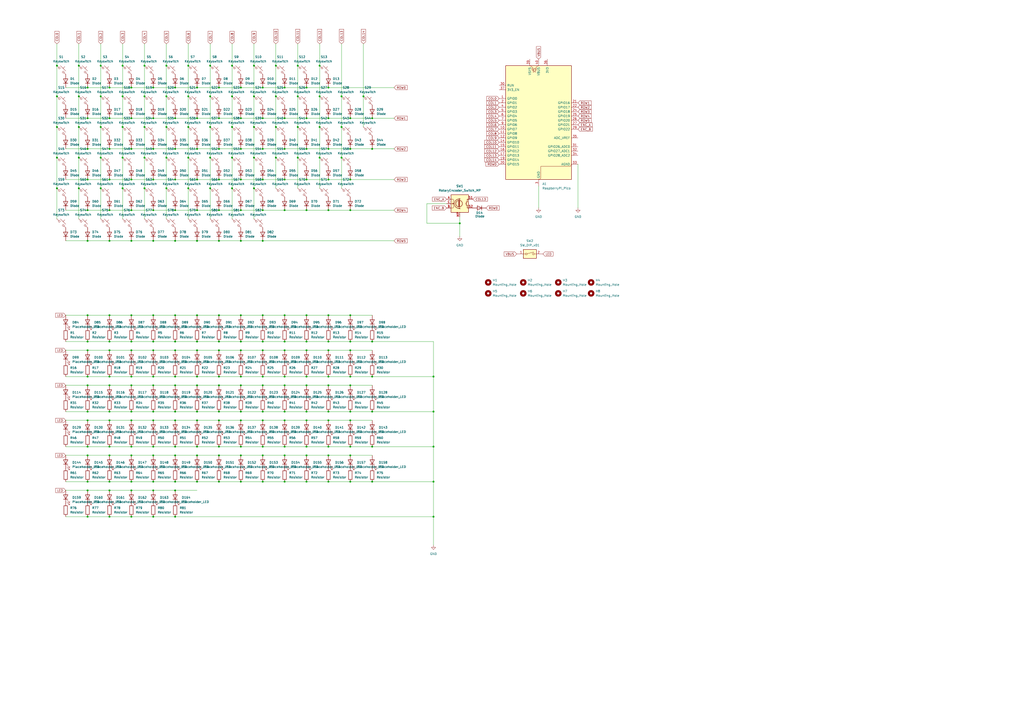
<source format=kicad_sch>
(kicad_sch (version 20250114) (generator "eeschema") (generator_version "9.0")
  (paper "A2")
  (junction (at 190.5 264.16))
  (junction (at 76.2 198.12))
  (junction (at 203.2 223.52))
  (junction (at 45.72 73.66))
  (junction (at 139.7 218.44))
  (junction (at 88.9 243.84))
  (junction (at 88.9 182.88))
  (junction (at 160.02 55.88))
  (junction (at 114.3 259.08))
  (junction (at 109.22 55.88))
  (junction (at 215.9 68.58))
  (junction (at 71.12 55.88))
  (junction (at 251.46 238.76))
  (junction (at 215.9 259.08))
  (junction (at 96.52 91.44))
  (junction (at 63.5 284.48))
  (junction (at 50.8 264.16))
  (junction (at 152.4 203.2))
  (junction (at 50.8 182.88))
  (junction (at 83.82 38.1))
  (junction (at 139.7 223.52))
  (junction (at 134.62 55.88))
  (junction (at 50.8 198.12))
  (junction (at 63.5 182.88))
  (junction (at 76.2 68.58))
  (junction (at 76.2 284.48))
  (junction (at 139.7 264.16))
  (junction (at 127 243.84))
  (junction (at 127 139.7))
  (junction (at 172.72 73.66))
  (junction (at 127 68.58))
  (junction (at 88.9 50.8))
  (junction (at 139.7 198.12))
  (junction (at 45.72 38.1))
  (junction (at 190.5 243.84))
  (junction (at 114.3 198.12))
  (junction (at 203.2 218.44))
  (junction (at 139.7 121.92))
  (junction (at 172.72 91.44))
  (junction (at 33.02 91.44))
  (junction (at 88.9 198.12))
  (junction (at 45.72 55.88))
  (junction (at 101.6 104.14))
  (junction (at 101.6 259.08))
  (junction (at 76.2 139.7))
  (junction (at 251.46 299.72))
  (junction (at 190.5 104.14))
  (junction (at 160.02 38.1))
  (junction (at 63.5 86.36))
  (junction (at 203.2 104.14))
  (junction (at 76.2 182.88))
  (junction (at 160.02 91.44))
  (junction (at 139.7 86.36))
  (junction (at 101.6 238.76))
  (junction (at 134.62 38.1))
  (junction (at 50.8 121.92))
  (junction (at 215.9 279.4))
  (junction (at 134.62 91.44))
  (junction (at 88.9 223.52))
  (junction (at 165.1 264.16))
  (junction (at 203.2 238.76))
  (junction (at 185.42 55.88))
  (junction (at 139.7 259.08))
  (junction (at 147.32 55.88))
  (junction (at 139.7 50.8))
  (junction (at 88.9 203.2))
  (junction (at 96.52 55.88))
  (junction (at 177.8 104.14))
  (junction (at 88.9 121.92))
  (junction (at 101.6 223.52))
  (junction (at 165.1 223.52))
  (junction (at 165.1 198.12))
  (junction (at 152.4 68.58))
  (junction (at 210.82 55.88))
  (junction (at 76.2 243.84))
  (junction (at 185.42 73.66))
  (junction (at 190.5 68.58))
  (junction (at 127 121.92))
  (junction (at 198.12 91.44))
  (junction (at 96.52 109.22))
  (junction (at 177.8 86.36))
  (junction (at 33.02 55.88))
  (junction (at 63.5 279.4))
  (junction (at 160.02 73.66))
  (junction (at 127 50.8))
  (junction (at 76.2 203.2))
  (junction (at 114.3 243.84))
  (junction (at 127 104.14))
  (junction (at 114.3 218.44))
  (junction (at 88.9 104.14))
  (junction (at 139.7 203.2))
  (junction (at 251.46 259.08))
  (junction (at 152.4 218.44))
  (junction (at 101.6 279.4))
  (junction (at 139.7 238.76))
  (junction (at 50.8 259.08))
  (junction (at 152.4 121.92))
  (junction (at 190.5 223.52))
  (junction (at 88.9 139.7))
  (junction (at 63.5 121.92))
  (junction (at 121.92 109.22))
  (junction (at 165.1 243.84))
  (junction (at 172.72 38.1))
  (junction (at 203.2 259.08))
  (junction (at 88.9 284.48))
  (junction (at 177.8 279.4))
  (junction (at 165.1 259.08))
  (junction (at 165.1 238.76))
  (junction (at 58.42 73.66))
  (junction (at 63.5 198.12))
  (junction (at 114.3 68.58))
  (junction (at 63.5 238.76))
  (junction (at 101.6 243.84))
  (junction (at 76.2 223.52))
  (junction (at 71.12 91.44))
  (junction (at 33.02 38.1))
  (junction (at 114.3 264.16))
  (junction (at 50.8 139.7))
  (junction (at 165.1 86.36))
  (junction (at 121.92 55.88))
  (junction (at 177.8 203.2))
  (junction (at 114.3 86.36))
  (junction (at 139.7 279.4))
  (junction (at 76.2 218.44))
  (junction (at 190.5 86.36))
  (junction (at 71.12 73.66))
  (junction (at 152.4 279.4))
  (junction (at 101.6 86.36))
  (junction (at 139.7 68.58))
  (junction (at 127 279.4))
  (junction (at 177.8 223.52))
  (junction (at 127 259.08))
  (junction (at 177.8 182.88))
  (junction (at 114.3 121.92))
  (junction (at 190.5 203.2))
  (junction (at 139.7 182.88))
  (junction (at 177.8 259.08))
  (junction (at 58.42 109.22))
  (junction (at 58.42 55.88))
  (junction (at 152.4 223.52))
  (junction (at 101.6 121.92))
  (junction (at 190.5 198.12))
  (junction (at 50.8 218.44))
  (junction (at 266.7 129.54))
  (junction (at 165.1 68.58))
  (junction (at 63.5 264.16))
  (junction (at 190.5 50.8))
  (junction (at 172.72 55.88))
  (junction (at 88.9 299.72))
  (junction (at 101.6 284.48))
  (junction (at 50.8 86.36))
  (junction (at 121.92 91.44))
  (junction (at 203.2 68.58))
  (junction (at 190.5 182.88))
  (junction (at 63.5 68.58))
  (junction (at 165.1 121.92))
  (junction (at 203.2 264.16))
  (junction (at 139.7 104.14))
  (junction (at 177.8 238.76))
  (junction (at 58.42 91.44))
  (junction (at 101.6 139.7))
  (junction (at 101.6 203.2))
  (junction (at 45.72 91.44))
  (junction (at 177.8 243.84))
  (junction (at 101.6 50.8))
  (junction (at 50.8 299.72))
  (junction (at 152.4 50.8))
  (junction (at 50.8 68.58))
  (junction (at 76.2 259.08))
  (junction (at 190.5 218.44))
  (junction (at 165.1 218.44))
  (junction (at 134.62 109.22))
  (junction (at 152.4 198.12))
  (junction (at 139.7 243.84))
  (junction (at 71.12 109.22))
  (junction (at 152.4 86.36))
  (junction (at 152.4 238.76))
  (junction (at 50.8 203.2))
  (junction (at 63.5 50.8))
  (junction (at 63.5 259.08))
  (junction (at 50.8 279.4))
  (junction (at 127 198.12))
  (junction (at 101.6 182.88))
  (junction (at 109.22 109.22))
  (junction (at 203.2 279.4))
  (junction (at 33.02 73.66))
  (junction (at 251.46 279.4))
  (junction (at 63.5 218.44))
  (junction (at 147.32 73.66))
  (junction (at 198.12 73.66))
  (junction (at 33.02 109.22))
  (junction (at 203.2 86.36))
  (junction (at 114.3 223.52))
  (junction (at 76.2 238.76))
  (junction (at 88.9 279.4))
  (junction (at 88.9 86.36))
  (junction (at 127 86.36))
  (junction (at 50.8 284.48))
  (junction (at 147.32 109.22))
  (junction (at 63.5 104.14))
  (junction (at 114.3 203.2))
  (junction (at 215.9 198.12))
  (junction (at 177.8 121.92))
  (junction (at 203.2 121.92))
  (junction (at 121.92 73.66))
  (junction (at 251.46 218.44))
  (junction (at 203.2 182.88))
  (junction (at 152.4 243.84))
  (junction (at 76.2 50.8))
  (junction (at 177.8 68.58))
  (junction (at 83.82 109.22))
  (junction (at 139.7 139.7))
  (junction (at 114.3 279.4))
  (junction (at 152.4 104.14))
  (junction (at 101.6 264.16))
  (junction (at 63.5 299.72))
  (junction (at 127 182.88))
  (junction (at 127 238.76))
  (junction (at 203.2 203.2))
  (junction (at 190.5 121.92))
  (junction (at 63.5 243.84))
  (junction (at 114.3 139.7))
  (junction (at 114.3 50.8))
  (junction (at 88.9 238.76))
  (junction (at 152.4 182.88))
  (junction (at 88.9 218.44))
  (junction (at 215.9 238.76))
  (junction (at 147.32 91.44))
  (junction (at 50.8 243.84))
  (junction (at 83.82 55.88))
  (junction (at 185.42 38.1))
  (junction (at 203.2 198.12))
  (junction (at 177.8 264.16))
  (junction (at 101.6 299.72))
  (junction (at 114.3 182.88))
  (junction (at 76.2 104.14))
  (junction (at 185.42 91.44))
  (junction (at 101.6 218.44))
  (junction (at 152.4 139.7))
  (junction (at 83.82 91.44))
  (junction (at 76.2 279.4))
  (junction (at 88.9 259.08))
  (junction (at 101.6 198.12))
  (junction (at 50.8 223.52))
  (junction (at 76.2 299.72))
  (junction (at 203.2 243.84))
  (junction (at 177.8 218.44))
  (junction (at 190.5 259.08))
  (junction (at 96.52 38.1))
  (junction (at 114.3 238.76))
  (junction (at 152.4 264.16))
  (junction (at 63.5 223.52))
  (junction (at 127 203.2))
  (junction (at 101.6 68.58))
  (junction (at 50.8 238.76))
  (junction (at 177.8 50.8))
  (junction (at 96.52 73.66))
  (junction (at 76.2 121.92))
  (junction (at 198.12 55.88))
  (junction (at 71.12 38.1))
  (junction (at 109.22 38.1))
  (junction (at 190.5 279.4))
  (junction (at 63.5 203.2))
  (junction (at 88.9 68.58))
  (junction (at 109.22 91.44))
  (junction (at 127 223.52))
  (junction (at 50.8 50.8))
  (junction (at 165.1 279.4))
  (junction (at 127 218.44))
  (junction (at 58.42 38.1))
  (junction (at 50.8 104.14))
  (junction (at 88.9 264.16))
  (junction (at 63.5 139.7))
  (junction (at 147.32 38.1))
  (junction (at 134.62 73.66))
  (junction (at 109.22 73.66))
  (junction (at 83.82 73.66))
  (junction (at 76.2 86.36))
  (junction (at 45.72 109.22))
  (junction (at 165.1 203.2))
  (junction (at 121.92 38.1))
  (junction (at 152.4 259.08))
  (junction (at 215.9 218.44))
  (junction (at 190.5 238.76))
  (junction (at 127 264.16))
  (junction (at 76.2 264.16))
  (junction (at 177.8 198.12))
  (junction (at 165.1 104.14))
  (junction (at 165.1 50.8))
  (junction (at 114.3 104.14))
  (junction (at 215.9 86.36))
  (junction (at 165.1 182.88))
  (wire (pts (xy 165.1 223.52) (xy 177.8 223.52)))
  (wire (pts (xy 165.1 259.08) (xy 177.8 259.08)))
  (wire (pts (xy 83.82 55.88) (xy 83.82 73.66)))
  (wire (pts (xy 38.1 104.14) (xy 50.8 104.14)))
  (wire (pts (xy 76.2 68.58) (xy 88.9 68.58)))
  (wire (pts (xy 172.72 38.1) (xy 172.72 55.88)))
  (wire (pts (xy 215.9 238.76) (xy 251.46 238.76)))
  (wire (pts (xy 101.6 86.36) (xy 114.3 86.36)))
  (wire (pts (xy 312.42 107.95) (xy 312.42 120.65)))
  (wire (pts (xy 203.2 121.92) (xy 228.6 121.92)))
  (wire (pts (xy 114.3 203.2) (xy 127 203.2)))
  (wire (pts (xy 109.22 91.44) (xy 109.22 109.22)))
  (wire (pts (xy 63.5 259.08) (xy 76.2 259.08)))
  (wire (pts (xy 134.62 91.44) (xy 134.62 109.22)))
  (wire (pts (xy 114.3 50.8) (xy 127 50.8)))
  (wire (pts (xy 83.82 73.66) (xy 83.82 91.44)))
  (wire (pts (xy 121.92 109.22) (xy 121.92 127)))
  (wire (pts (xy 83.82 109.22) (xy 83.82 127)))
  (wire (pts (xy 109.22 25.4) (xy 109.22 38.1)))
  (wire (pts (xy 71.12 91.44) (xy 71.12 109.22)))
  (wire (pts (xy 33.02 91.44) (xy 33.02 109.22)))
  (wire (pts (xy 114.3 198.12) (xy 127 198.12)))
  (wire (pts (xy 198.12 25.4) (xy 198.12 55.88)))
  (wire (pts (xy 190.5 68.58) (xy 203.2 68.58)))
  (wire (pts (xy 190.5 264.16) (xy 203.2 264.16)))
  (wire (pts (xy 38.1 50.8) (xy 50.8 50.8)))
  (wire (pts (xy 177.8 68.58) (xy 190.5 68.58)))
  (wire (pts (xy 114.3 223.52) (xy 127 223.52)))
  (wire (pts (xy 96.52 91.44) (xy 96.52 109.22)))
  (wire (pts (xy 127 68.58) (xy 139.7 68.58)))
  (wire (pts (xy 152.4 218.44) (xy 165.1 218.44)))
  (wire (pts (xy 127 279.4) (xy 139.7 279.4)))
  (wire (pts (xy 185.42 91.44) (xy 185.42 109.22)))
  (wire (pts (xy 134.62 38.1) (xy 134.62 55.88)))
  (wire (pts (xy 139.7 50.8) (xy 152.4 50.8)))
  (wire (pts (xy 177.8 218.44) (xy 190.5 218.44)))
  (wire (pts (xy 335.28 95.25) (xy 335.28 120.65)))
  (wire (pts (xy 76.2 104.14) (xy 88.9 104.14)))
  (wire (pts (xy 177.8 243.84) (xy 190.5 243.84)))
  (wire (pts (xy 38.1 218.44) (xy 50.8 218.44)))
  (wire (pts (xy 177.8 259.08) (xy 190.5 259.08)))
  (wire (pts (xy 177.8 86.36) (xy 190.5 86.36)))
  (wire (pts (xy 152.4 86.36) (xy 165.1 86.36)))
  (wire (pts (xy 101.6 50.8) (xy 114.3 50.8)))
  (wire (pts (xy 38.1 182.88) (xy 50.8 182.88)))
  (wire (pts (xy 71.12 38.1) (xy 71.12 55.88)))
  (wire (pts (xy 121.92 38.1) (xy 121.92 55.88)))
  (wire (pts (xy 134.62 55.88) (xy 134.62 73.66)))
  (wire (pts (xy 139.7 198.12) (xy 152.4 198.12)))
  (wire (pts (xy 63.5 264.16) (xy 76.2 264.16)))
  (wire (pts (xy 139.7 68.58) (xy 152.4 68.58)))
  (wire (pts (xy 50.8 86.36) (xy 63.5 86.36)))
  (wire (pts (xy 190.5 203.2) (xy 203.2 203.2)))
  (wire (pts (xy 50.8 68.58) (xy 63.5 68.58)))
  (wire (pts (xy 203.2 223.52) (xy 215.9 223.52)))
  (wire (pts (xy 152.4 182.88) (xy 165.1 182.88)))
  (wire (pts (xy 76.2 299.72) (xy 88.9 299.72)))
  (wire (pts (xy 88.9 198.12) (xy 101.6 198.12)))
  (wire (pts (xy 101.6 243.84) (xy 114.3 243.84)))
  (wire (pts (xy 160.02 73.66) (xy 160.02 91.44)))
  (wire (pts (xy 76.2 198.12) (xy 88.9 198.12)))
  (wire (pts (xy 177.8 223.52) (xy 190.5 223.52)))
  (wire (pts (xy 96.52 38.1) (xy 96.52 55.88)))
  (wire (pts (xy 203.2 198.12) (xy 215.9 198.12)))
  (wire (pts (xy 190.5 279.4) (xy 203.2 279.4)))
  (wire (pts (xy 139.7 203.2) (xy 152.4 203.2)))
  (wire (pts (xy 251.46 279.4) (xy 251.46 299.72)))
  (wire (pts (xy 203.2 259.08) (xy 215.9 259.08)))
  (wire (pts (xy 203.2 86.36) (xy 215.9 86.36)))
  (wire (pts (xy 152.4 50.8) (xy 165.1 50.8)))
  (wire (pts (xy 203.2 203.2) (xy 215.9 203.2)))
  (wire (pts (xy 63.5 198.12) (xy 76.2 198.12)))
  (wire (pts (xy 203.2 279.4) (xy 215.9 279.4)))
  (wire (pts (xy 251.46 218.44) (xy 251.46 238.76)))
  (wire (pts (xy 160.02 25.4) (xy 160.02 38.1)))
  (wire (pts (xy 165.1 264.16) (xy 177.8 264.16)))
  (wire (pts (xy 88.9 223.52) (xy 101.6 223.52)))
  (wire (pts (xy 215.9 218.44) (xy 251.46 218.44)))
  (wire (pts (xy 127 203.2) (xy 139.7 203.2)))
  (wire (pts (xy 190.5 259.08) (xy 203.2 259.08)))
  (wire (pts (xy 71.12 109.22) (xy 71.12 127)))
  (wire (pts (xy 38.1 259.08) (xy 50.8 259.08)))
  (wire (pts (xy 101.6 299.72) (xy 251.46 299.72)))
  (wire (pts (xy 165.1 68.58) (xy 177.8 68.58)))
  (wire (pts (xy 177.8 198.12) (xy 190.5 198.12)))
  (wire (pts (xy 38.1 299.72) (xy 50.8 299.72)))
  (wire (pts (xy 63.5 299.72) (xy 76.2 299.72)))
  (wire (pts (xy 58.42 55.88) (xy 58.42 73.66)))
  (wire (pts (xy 63.5 203.2) (xy 76.2 203.2)))
  (wire (pts (xy 45.72 55.88) (xy 45.72 73.66)))
  (wire (pts (xy 177.8 279.4) (xy 190.5 279.4)))
  (wire (pts (xy 139.7 121.92) (xy 152.4 121.92)))
  (wire (pts (xy 50.8 203.2) (xy 63.5 203.2)))
  (wire (pts (xy 139.7 104.14) (xy 152.4 104.14)))
  (wire (pts (xy 165.1 198.12) (xy 177.8 198.12)))
  (wire (pts (xy 38.1 243.84) (xy 50.8 243.84)))
  (wire (pts (xy 203.2 264.16) (xy 215.9 264.16)))
  (wire (pts (xy 33.02 25.4) (xy 33.02 38.1)))
  (wire (pts (xy 76.2 223.52) (xy 88.9 223.52)))
  (wire (pts (xy 76.2 284.48) (xy 88.9 284.48)))
  (wire (pts (xy 210.82 25.4) (xy 210.82 55.88)))
  (wire (pts (xy 50.8 243.84) (xy 63.5 243.84)))
  (wire (pts (xy 160.02 91.44) (xy 160.02 109.22)))
  (wire (pts (xy 152.4 279.4) (xy 165.1 279.4)))
  (wire (pts (xy 50.8 50.8) (xy 63.5 50.8)))
  (wire (pts (xy 139.7 238.76) (xy 152.4 238.76)))
  (wire (pts (xy 177.8 238.76) (xy 190.5 238.76)))
  (wire (pts (xy 203.2 182.88) (xy 215.9 182.88)))
  (wire (pts (xy 114.3 182.88) (xy 127 182.88)))
  (wire (pts (xy 50.8 299.72) (xy 63.5 299.72)))
  (wire (pts (xy 139.7 259.08) (xy 152.4 259.08)))
  (wire (pts (xy 109.22 38.1) (xy 109.22 55.88)))
  (wire (pts (xy 45.72 38.1) (xy 45.72 55.88)))
  (wire (pts (xy 139.7 86.36) (xy 152.4 86.36)))
  (wire (pts (xy 38.1 198.12) (xy 50.8 198.12)))
  (wire (pts (xy 50.8 264.16) (xy 63.5 264.16)))
  (wire (pts (xy 76.2 264.16) (xy 88.9 264.16)))
  (wire (pts (xy 96.52 25.4) (xy 96.52 38.1)))
  (wire (pts (xy 147.32 109.22) (xy 147.32 127)))
  (wire (pts (xy 76.2 139.7) (xy 88.9 139.7)))
  (wire (pts (xy 185.42 55.88) (xy 185.42 73.66)))
  (wire (pts (xy 88.9 299.72) (xy 101.6 299.72)))
  (wire (pts (xy 38.1 139.7) (xy 50.8 139.7)))
  (wire (pts (xy 160.02 38.1) (xy 160.02 55.88)))
  (wire (pts (xy 139.7 264.16) (xy 152.4 264.16)))
  (wire (pts (xy 134.62 109.22) (xy 134.62 127)))
  (wire (pts (xy 76.2 243.84) (xy 88.9 243.84)))
  (wire (pts (xy 259.08 118.11) (xy 247.65 118.11)))
  (wire (pts (xy 134.62 73.66) (xy 134.62 91.44)))
  (wire (pts (xy 147.32 25.4) (xy 147.32 38.1)))
  (wire (pts (xy 190.5 182.88) (xy 203.2 182.88)))
  (wire (pts (xy 127 223.52) (xy 139.7 223.52)))
  (wire (pts (xy 114.3 86.36) (xy 127 86.36)))
  (wire (pts (xy 251.46 259.08) (xy 251.46 279.4)))
  (wire (pts (xy 266.7 125.73) (xy 266.7 129.54)))
  (wire (pts (xy 147.32 38.1) (xy 147.32 55.88)))
  (wire (pts (xy 38.1 68.58) (xy 50.8 68.58)))
  (wire (pts (xy 38.1 264.16) (xy 50.8 264.16)))
  (wire (pts (xy 165.1 218.44) (xy 177.8 218.44)))
  (wire (pts (xy 127 50.8) (xy 139.7 50.8)))
  (wire (pts (xy 88.9 121.92) (xy 101.6 121.92)))
  (wire (pts (xy 147.32 55.88) (xy 147.32 73.66)))
  (wire (pts (xy 152.4 223.52) (xy 165.1 223.52)))
  (wire (pts (xy 203.2 243.84) (xy 215.9 243.84)))
  (wire (pts (xy 266.7 129.54) (xy 266.7 137.16)))
  (wire (pts (xy 203.2 218.44) (xy 215.9 218.44)))
  (wire (pts (xy 114.3 279.4) (xy 127 279.4)))
  (wire (pts (xy 152.4 264.16) (xy 165.1 264.16)))
  (wire (pts (xy 71.12 55.88) (xy 71.12 73.66)))
  (wire (pts (xy 63.5 86.36) (xy 76.2 86.36)))
  (wire (pts (xy 76.2 203.2) (xy 88.9 203.2)))
  (wire (pts (xy 147.32 91.44) (xy 147.32 109.22)))
  (wire (pts (xy 247.65 129.54) (xy 266.7 129.54)))
  (wire (pts (xy 190.5 218.44) (xy 203.2 218.44)))
  (wire (pts (xy 190.5 104.14) (xy 203.2 104.14)))
  (wire (pts (xy 198.12 73.66) (xy 198.12 91.44)))
  (wire (pts (xy 88.9 86.36) (xy 101.6 86.36)))
  (wire (pts (xy 152.4 68.58) (xy 165.1 68.58)))
  (wire (pts (xy 76.2 279.4) (xy 88.9 279.4)))
  (wire (pts (xy 38.1 86.36) (xy 50.8 86.36)))
  (wire (pts (xy 165.1 121.92) (xy 177.8 121.92)))
  (wire (pts (xy 50.8 279.4) (xy 63.5 279.4)))
  (wire (pts (xy 76.2 218.44) (xy 88.9 218.44)))
  (wire (pts (xy 50.8 104.14) (xy 63.5 104.14)))
  (wire (pts (xy 83.82 25.4) (xy 83.82 38.1)))
  (wire (pts (xy 83.82 38.1) (xy 83.82 55.88)))
  (wire (pts (xy 101.6 223.52) (xy 114.3 223.52)))
  (wire (pts (xy 190.5 238.76) (xy 203.2 238.76)))
  (wire (pts (xy 185.42 38.1) (xy 185.42 55.88)))
  (wire (pts (xy 109.22 73.66) (xy 109.22 91.44)))
  (wire (pts (xy 109.22 55.88) (xy 109.22 73.66)))
  (wire (pts (xy 172.72 25.4) (xy 172.72 38.1)))
  (wire (pts (xy 177.8 121.92) (xy 190.5 121.92)))
  (wire (pts (xy 96.52 73.66) (xy 96.52 91.44)))
  (wire (pts (xy 50.8 223.52) (xy 63.5 223.52)))
  (wire (pts (xy 88.9 279.4) (xy 101.6 279.4)))
  (wire (pts (xy 88.9 139.7) (xy 101.6 139.7)))
  (wire (pts (xy 215.9 68.58) (xy 228.6 68.58)))
  (wire (pts (xy 139.7 223.52) (xy 152.4 223.52)))
  (wire (pts (xy 63.5 104.14) (xy 76.2 104.14)))
  (wire (pts (xy 50.8 284.48) (xy 63.5 284.48)))
  (wire (pts (xy 88.9 218.44) (xy 101.6 218.44)))
  (wire (pts (xy 88.9 104.14) (xy 101.6 104.14)))
  (wire (pts (xy 63.5 238.76) (xy 76.2 238.76)))
  (wire (pts (xy 185.42 73.66) (xy 185.42 91.44)))
  (wire (pts (xy 177.8 104.14) (xy 190.5 104.14)))
  (wire (pts (xy 76.2 50.8) (xy 88.9 50.8)))
  (wire (pts (xy 251.46 299.72) (xy 251.46 316.23)))
  (wire (pts (xy 50.8 218.44) (xy 63.5 218.44)))
  (wire (pts (xy 127 218.44) (xy 139.7 218.44)))
  (wire (pts (xy 198.12 55.88) (xy 198.12 73.66)))
  (wire (pts (xy 165.1 86.36) (xy 177.8 86.36)))
  (wire (pts (xy 101.6 279.4) (xy 114.3 279.4)))
  (wire (pts (xy 38.1 223.52) (xy 50.8 223.52)))
  (wire (pts (xy 177.8 50.8) (xy 190.5 50.8)))
  (wire (pts (xy 63.5 68.58) (xy 76.2 68.58)))
  (wire (pts (xy 121.92 55.88) (xy 121.92 73.66)))
  (wire (pts (xy 58.42 38.1) (xy 58.42 55.88)))
  (wire (pts (xy 251.46 198.12) (xy 251.46 218.44)))
  (wire (pts (xy 172.72 55.88) (xy 172.72 73.66)))
  (wire (pts (xy 139.7 182.88) (xy 152.4 182.88)))
  (wire (pts (xy 71.12 25.4) (xy 71.12 38.1)))
  (wire (pts (xy 165.1 203.2) (xy 177.8 203.2)))
  (wire (pts (xy 45.72 73.66) (xy 45.72 91.44)))
  (wire (pts (xy 88.9 243.84) (xy 101.6 243.84)))
  (wire (pts (xy 152.4 139.7) (xy 228.6 139.7)))
  (wire (pts (xy 88.9 50.8) (xy 101.6 50.8)))
  (wire (pts (xy 165.1 238.76) (xy 177.8 238.76)))
  (wire (pts (xy 76.2 238.76) (xy 88.9 238.76)))
  (wire (pts (xy 71.12 73.66) (xy 71.12 91.44)))
  (wire (pts (xy 88.9 182.88) (xy 101.6 182.88)))
  (wire (pts (xy 114.3 139.7) (xy 127 139.7)))
  (wire (pts (xy 45.72 109.22) (xy 45.72 127)))
  (wire (pts (xy 114.3 121.92) (xy 127 121.92)))
  (wire (pts (xy 127 238.76) (xy 139.7 238.76)))
  (wire (pts (xy 114.3 104.14) (xy 127 104.14)))
  (wire (pts (xy 247.65 118.11) (xy 247.65 129.54)))
  (wire (pts (xy 134.62 25.4) (xy 134.62 38.1)))
  (wire (pts (xy 45.72 91.44) (xy 45.72 109.22)))
  (wire (pts (xy 58.42 91.44) (xy 58.42 109.22)))
  (wire (pts (xy 101.6 198.12) (xy 114.3 198.12)))
  (wire (pts (xy 177.8 264.16) (xy 190.5 264.16)))
  (wire (pts (xy 63.5 284.48) (xy 76.2 284.48)))
  (wire (pts (xy 109.22 109.22) (xy 109.22 127)))
  (wire (pts (xy 50.8 238.76) (xy 63.5 238.76)))
  (wire (pts (xy 114.3 243.84) (xy 127 243.84)))
  (wire (pts (xy 114.3 218.44) (xy 127 218.44)))
  (wire (pts (xy 101.6 264.16) (xy 114.3 264.16)))
  (wire (pts (xy 165.1 243.84) (xy 177.8 243.84)))
  (wire (pts (xy 121.92 25.4) (xy 121.92 38.1)))
  (wire (pts (xy 101.6 238.76) (xy 114.3 238.76)))
  (wire (pts (xy 101.6 284.48) (xy 114.3 284.48)))
  (wire (pts (xy 139.7 139.7) (xy 152.4 139.7)))
  (wire (pts (xy 58.42 109.22) (xy 58.42 127)))
  (wire (pts (xy 76.2 182.88) (xy 88.9 182.88)))
  (wire (pts (xy 114.3 259.08) (xy 127 259.08)))
  (wire (pts (xy 114.3 238.76) (xy 127 238.76)))
  (wire (pts (xy 127 182.88) (xy 139.7 182.88)))
  (wire (pts (xy 96.52 55.88) (xy 96.52 73.66)))
  (wire (pts (xy 121.92 73.66) (xy 121.92 91.44)))
  (wire (pts (xy 139.7 218.44) (xy 152.4 218.44)))
  (wire (pts (xy 76.2 121.92) (xy 88.9 121.92)))
  (wire (pts (xy 210.82 55.88) (xy 210.82 73.66)))
  (wire (pts (xy 96.52 109.22) (xy 96.52 127)))
  (wire (pts (xy 58.42 73.66) (xy 58.42 91.44)))
  (wire (pts (xy 203.2 104.14) (xy 228.6 104.14)))
  (wire (pts (xy 45.72 25.4) (xy 45.72 38.1)))
  (wire (pts (xy 38.1 203.2) (xy 50.8 203.2)))
  (wire (pts (xy 127 121.92) (xy 139.7 121.92)))
  (wire (pts (xy 139.7 243.84) (xy 152.4 243.84)))
  (wire (pts (xy 152.4 104.14) (xy 165.1 104.14)))
  (wire (pts (xy 121.92 91.44) (xy 121.92 109.22)))
  (wire (pts (xy 190.5 86.36) (xy 203.2 86.36)))
  (wire (pts (xy 63.5 218.44) (xy 76.2 218.44)))
  (wire (pts (xy 152.4 203.2) (xy 165.1 203.2)))
  (wire (pts (xy 63.5 182.88) (xy 76.2 182.88)))
  (wire (pts (xy 165.1 50.8) (xy 177.8 50.8)))
  (wire (pts (xy 38.1 279.4) (xy 50.8 279.4)))
  (wire (pts (xy 152.4 243.84) (xy 165.1 243.84)))
  (wire (pts (xy 101.6 259.08) (xy 114.3 259.08)))
  (wire (pts (xy 114.3 264.16) (xy 127 264.16)))
  (wire (pts (xy 127 259.08) (xy 139.7 259.08)))
  (wire (pts (xy 88.9 284.48) (xy 101.6 284.48)))
  (wire (pts (xy 101.6 104.14) (xy 114.3 104.14)))
  (wire (pts (xy 101.6 139.7) (xy 114.3 139.7)))
  (wire (pts (xy 63.5 139.7) (xy 76.2 139.7)))
  (wire (pts (xy 63.5 243.84) (xy 76.2 243.84)))
  (wire (pts (xy 190.5 223.52) (xy 203.2 223.52)))
  (wire (pts (xy 177.8 203.2) (xy 190.5 203.2)))
  (wire (pts (xy 190.5 121.92) (xy 203.2 121.92)))
  (wire (pts (xy 127 86.36) (xy 139.7 86.36)))
  (wire (pts (xy 127 264.16) (xy 139.7 264.16)))
  (wire (pts (xy 88.9 68.58) (xy 101.6 68.58)))
  (wire (pts (xy 76.2 86.36) (xy 88.9 86.36)))
  (wire (pts (xy 127 243.84) (xy 139.7 243.84)))
  (wire (pts (xy 50.8 139.7) (xy 63.5 139.7)))
  (wire (pts (xy 203.2 238.76) (xy 215.9 238.76)))
  (wire (pts (xy 101.6 203.2) (xy 114.3 203.2)))
  (wire (pts (xy 63.5 223.52) (xy 76.2 223.52)))
  (wire (pts (xy 172.72 91.44) (xy 172.72 109.22)))
  (wire (pts (xy 83.82 91.44) (xy 83.82 109.22)))
  (wire (pts (xy 63.5 279.4) (xy 76.2 279.4)))
  (wire (pts (xy 50.8 121.92) (xy 63.5 121.92)))
  (wire (pts (xy 88.9 203.2) (xy 101.6 203.2)))
  (wire (pts (xy 152.4 198.12) (xy 165.1 198.12)))
  (wire (pts (xy 203.2 68.58) (xy 215.9 68.58)))
  (wire (pts (xy 88.9 264.16) (xy 101.6 264.16)))
  (wire (pts (xy 215.9 198.12) (xy 251.46 198.12)))
  (wire (pts (xy 190.5 50.8) (xy 228.6 50.8)))
  (wire (pts (xy 177.8 182.88) (xy 190.5 182.88)))
  (wire (pts (xy 127 104.14) (xy 139.7 104.14)))
  (wire (pts (xy 114.3 68.58) (xy 127 68.58)))
  (wire (pts (xy 101.6 218.44) (xy 114.3 218.44)))
  (wire (pts (xy 88.9 238.76) (xy 101.6 238.76)))
  (wire (pts (xy 38.1 284.48) (xy 50.8 284.48)))
  (wire (pts (xy 190.5 198.12) (xy 203.2 198.12)))
  (wire (pts (xy 33.02 109.22) (xy 33.02 127)))
  (wire (pts (xy 33.02 55.88) (xy 33.02 73.66)))
  (wire (pts (xy 215.9 259.08) (xy 251.46 259.08)))
  (wire (pts (xy 172.72 73.66) (xy 172.72 91.44)))
  (wire (pts (xy 152.4 259.08) (xy 165.1 259.08)))
  (wire (pts (xy 160.02 55.88) (xy 160.02 73.66)))
  (wire (pts (xy 127 198.12) (xy 139.7 198.12)))
  (wire (pts (xy 251.46 238.76) (xy 251.46 259.08)))
  (wire (pts (xy 38.1 121.92) (xy 50.8 121.92)))
  (wire (pts (xy 139.7 279.4) (xy 152.4 279.4)))
  (wire (pts (xy 101.6 121.92) (xy 114.3 121.92)))
  (wire (pts (xy 198.12 91.44) (xy 198.12 109.22)))
  (wire (pts (xy 147.32 73.66) (xy 147.32 91.44)))
  (wire (pts (xy 185.42 25.4) (xy 185.42 38.1)))
  (wire (pts (xy 101.6 182.88) (xy 114.3 182.88)))
  (wire (pts (xy 76.2 259.08) (xy 88.9 259.08)))
  (wire (pts (xy 152.4 121.92) (xy 165.1 121.92)))
  (wire (pts (xy 101.6 68.58) (xy 114.3 68.58)))
  (wire (pts (xy 50.8 182.88) (xy 63.5 182.88)))
  (wire (pts (xy 215.9 86.36) (xy 228.6 86.36)))
  (wire (pts (xy 190.5 243.84) (xy 203.2 243.84)))
  (wire (pts (xy 50.8 259.08) (xy 63.5 259.08)))
  (wire (pts (xy 165.1 279.4) (xy 177.8 279.4)))
  (wire (pts (xy 58.42 25.4) (xy 58.42 38.1)))
  (wire (pts (xy 88.9 259.08) (xy 101.6 259.08)))
  (wire (pts (xy 215.9 279.4) (xy 251.46 279.4)))
  (wire (pts (xy 50.8 198.12) (xy 63.5 198.12)))
  (wire (pts (xy 165.1 104.14) (xy 177.8 104.14)))
  (wire (pts (xy 33.02 38.1) (xy 33.02 55.88)))
  (wire (pts (xy 152.4 238.76) (xy 165.1 238.76)))
  (wire (pts (xy 33.02 73.66) (xy 33.02 91.44)))
  (wire (pts (xy 63.5 50.8) (xy 76.2 50.8)))
  (wire (pts (xy 63.5 121.92) (xy 76.2 121.92)))
  (wire (pts (xy 165.1 182.88) (xy 177.8 182.88)))
  (wire (pts (xy 127 139.7) (xy 139.7 139.7)))
  (wire (pts (xy 38.1 238.76) (xy 50.8 238.76)))
  (global_label "COL8" (shape input) (at 289.56 77.47 180) (property "Intersheetrefs" "${INTERSHEET_REFS}" (effects (hide yes))))
  (global_label "ROW1" (shape input) (at 335.28 59.69 0) (property "Intersheetrefs" "${INTERSHEET_REFS}" (effects (hide yes))))
  (global_label "ENC_A" (shape input) (at 335.28 72.39 0) (property "Intersheetrefs" "${INTERSHEET_REFS}" (effects (hide yes))))
  (global_label "COL7" (shape input) (at 289.56 74.93 180) (property "Intersheetrefs" "${INTERSHEET_REFS}" (effects (hide yes))))
  (global_label "COL5" (shape input) (at 289.56 69.85 180) (property "Intersheetrefs" "${INTERSHEET_REFS}" (effects (hide yes))))
  (global_label "ENC_B" (shape input) (at 335.28 74.93 0) (property "Intersheetrefs" "${INTERSHEET_REFS}" (effects (hide yes))))
  (global_label "COL2" (shape input) (at 58.42 25.4 90) (property "Intersheetrefs" "${INTERSHEET_REFS}" (effects (hide yes))))
  (global_label "ROW5" (shape input) (at 228.6 139.7 0) (property "Intersheetrefs" "${INTERSHEET_REFS}" (effects (hide yes))))
  (global_label "COL4" (shape input) (at 289.56 67.31 180) (property "Intersheetrefs" "${INTERSHEET_REFS}" (effects (hide yes))))
  (global_label "ROW0" (shape input) (at 281.94 120.65 0) (property "Intersheetrefs" "${INTERSHEET_REFS}" (effects (hide yes))))
  (global_label "COL12" (shape input) (at 185.42 25.4 90) (property "Intersheetrefs" "${INTERSHEET_REFS}" (effects (hide yes))))
  (global_label "COL14" (shape input) (at 289.56 92.71 180) (property "Intersheetrefs" "${INTERSHEET_REFS}" (effects (hide yes))))
  (global_label "COL3" (shape input) (at 289.56 64.77 180) (property "Intersheetrefs" "${INTERSHEET_REFS}" (effects (hide yes))))
  (global_label "COL7" (shape input) (at 121.92 25.4 90) (property "Intersheetrefs" "${INTERSHEET_REFS}" (effects (hide yes))))
  (global_label "LED" (shape input) (at 38.1 243.84 180) (property "Intersheetrefs" "${INTERSHEET_REFS}" (effects (hide yes))))
  (global_label "ROW5" (shape input) (at 335.28 69.85 0) (property "Intersheetrefs" "${INTERSHEET_REFS}" (effects (hide yes))))
  (global_label "ROW3" (shape input) (at 228.6 104.14 0) (property "Intersheetrefs" "${INTERSHEET_REFS}" (effects (hide yes))))
  (global_label "ENC_A" (shape input) (at 259.08 115.57 180) (property "Intersheetrefs" "${INTERSHEET_REFS}" (effects (hide yes))))
  (global_label "COL9" (shape input) (at 147.32 25.4 90) (property "Intersheetrefs" "${INTERSHEET_REFS}" (effects (hide yes))))
  (global_label "ROW0" (shape input) (at 228.6 50.8 0) (property "Intersheetrefs" "${INTERSHEET_REFS}" (effects (hide yes))))
  (global_label "COL0" (shape input) (at 289.56 57.15 180) (property "Intersheetrefs" "${INTERSHEET_REFS}" (effects (hide yes))))
  (global_label "COL3" (shape input) (at 71.12 25.4 90) (property "Intersheetrefs" "${INTERSHEET_REFS}" (effects (hide yes))))
  (global_label "COL1" (shape input) (at 289.56 59.69 180) (property "Intersheetrefs" "${INTERSHEET_REFS}" (effects (hide yes))))
  (global_label "COL11" (shape input) (at 289.56 85.09 180) (property "Intersheetrefs" "${INTERSHEET_REFS}" (effects (hide yes))))
  (global_label "LED" (shape input) (at 38.1 284.48 180) (property "Intersheetrefs" "${INTERSHEET_REFS}" (effects (hide yes))))
  (global_label "COL6" (shape input) (at 109.22 25.4 90) (property "Intersheetrefs" "${INTERSHEET_REFS}" (effects (hide yes))))
  (global_label "COL13" (shape input) (at 274.32 115.57 0) (property "Intersheetrefs" "${INTERSHEET_REFS}" (effects (hide yes))))
  (global_label "ENC_B" (shape input) (at 259.08 120.65 180) (property "Intersheetrefs" "${INTERSHEET_REFS}" (effects (hide yes))))
  (global_label "COL1" (shape input) (at 45.72 25.4 90) (property "Intersheetrefs" "${INTERSHEET_REFS}" (effects (hide yes))))
  (global_label "COL10" (shape input) (at 289.56 82.55 180) (property "Intersheetrefs" "${INTERSHEET_REFS}" (effects (hide yes))))
  (global_label "COL4" (shape input) (at 83.82 25.4 90) (property "Intersheetrefs" "${INTERSHEET_REFS}" (effects (hide yes))))
  (global_label "COL8" (shape input) (at 134.62 25.4 90) (property "Intersheetrefs" "${INTERSHEET_REFS}" (effects (hide yes))))
  (global_label "COL11" (shape input) (at 172.72 25.4 90) (property "Intersheetrefs" "${INTERSHEET_REFS}" (effects (hide yes))))
  (global_label "ROW1" (shape input) (at 228.6 68.58 0) (property "Intersheetrefs" "${INTERSHEET_REFS}" (effects (hide yes))))
  (global_label "LED" (shape input) (at 314.96 147.32 0) (property "Intersheetrefs" "${INTERSHEET_REFS}" (effects (hide yes))))
  (global_label "COL9" (shape input) (at 289.56 80.01 180) (property "Intersheetrefs" "${INTERSHEET_REFS}" (effects (hide yes))))
  (global_label "COL12" (shape input) (at 289.56 87.63 180) (property "Intersheetrefs" "${INTERSHEET_REFS}" (effects (hide yes))))
  (global_label "COL10" (shape input) (at 160.02 25.4 90) (property "Intersheetrefs" "${INTERSHEET_REFS}" (effects (hide yes))))
  (global_label "ROW4" (shape input) (at 335.28 67.31 0) (property "Intersheetrefs" "${INTERSHEET_REFS}" (effects (hide yes))))
  (global_label "ROW4" (shape input) (at 228.6 121.92 0) (property "Intersheetrefs" "${INTERSHEET_REFS}" (effects (hide yes))))
  (global_label "COL2" (shape input) (at 289.56 62.23 180) (property "Intersheetrefs" "${INTERSHEET_REFS}" (effects (hide yes))))
  (global_label "ROW2" (shape input) (at 228.6 86.36 0) (property "Intersheetrefs" "${INTERSHEET_REFS}" (effects (hide yes))))
  (global_label "COL13" (shape input) (at 198.12 25.4 90) (property "Intersheetrefs" "${INTERSHEET_REFS}" (effects (hide yes))))
  (global_label "LED" (shape input) (at 38.1 182.88 180) (property "Intersheetrefs" "${INTERSHEET_REFS}" (effects (hide yes))))
  (global_label "ROW3" (shape input) (at 335.28 64.77 0) (property "Intersheetrefs" "${INTERSHEET_REFS}" (effects (hide yes))))
  (global_label "COL13" (shape input) (at 289.56 90.17 180) (property "Intersheetrefs" "${INTERSHEET_REFS}" (effects (hide yes))))
  (global_label "COL14" (shape input) (at 210.82 25.4 90) (property "Intersheetrefs" "${INTERSHEET_REFS}" (effects (hide yes))))
  (global_label "COL6" (shape input) (at 289.56 72.39 180) (property "Intersheetrefs" "${INTERSHEET_REFS}" (effects (hide yes))))
  (global_label "COL5" (shape input) (at 96.52 25.4 90) (property "Intersheetrefs" "${INTERSHEET_REFS}" (effects (hide yes))))
  (global_label "ROW2" (shape input) (at 335.28 62.23 0) (property "Intersheetrefs" "${INTERSHEET_REFS}" (effects (hide yes))))
  (global_label "LED" (shape input) (at 38.1 203.2 180) (property "Intersheetrefs" "${INTERSHEET_REFS}" (effects (hide yes))))
  (global_label "LED" (shape input) (at 38.1 264.16 180) (property "Intersheetrefs" "${INTERSHEET_REFS}" (effects (hide yes))))
  (global_label "ROW0" (shape input) (at 289.56 95.25 180) (property "Intersheetrefs" "${INTERSHEET_REFS}" (effects (hide yes))))
  (global_label "COL0" (shape input) (at 33.02 25.4 90) (property "Intersheetrefs" "${INTERSHEET_REFS}" (effects (hide yes))))
  (global_label "LED" (shape input) (at 38.1 223.52 180) (property "Intersheetrefs" "${INTERSHEET_REFS}" (effects (hide yes))))
  (global_label "VBUS" (shape input) (at 312.42 34.29 90) (property "Intersheetrefs" "${INTERSHEET_REFS}" (effects (hide yes))))
  (global_label "VBUS" (shape input) (at 299.72 147.32 180) (property "Intersheetrefs" "${INTERSHEET_REFS}" (effects (hide yes))))
  (symbol (lib_id "ScottoKeebs:Placeholder_LED") (at 139.7 247.65 90) (unit 1)
    (property "Reference" "D137" (at 143.51 247.9674 90) (effects (justify right)))
    (property "Value" "Placeholder_LED" (at 143.51 250.5074 90) (effects (justify right)))
    (property "Footprint" "LED_THT:LED_D1.8mm_W3.3mm_H2.4mm" (effects (hide yes)))
    (property "Description" "Light emitting diode" (effects (hide yes)))
  )
  (symbol (lib_id "ScottoKeebs:Placeholder_Diode") (at 50.8 64.77 90) (unit 1)
    (property "Reference" "D16" (at 53.34 63.4999 90) (effects (justify right)))
    (property "Value" "Diode" (at 53.34 66.0399 90) (effects (justify right)))
    (property "Footprint" "Diode_THT:D_DO-35_SOD27_P7.62mm_Horizontal" (effects (hide yes)))
    (property "Description" "1N4148 (DO-35) or 1N4148W (SOD-123)" (effects (hide yes)))
    (property "Sim.Device" "D" (effects (hide yes)))
    (property "Sim.Pins" "1=K 2=A" (effects (hide yes)))
  )
  (symbol (lib_id "ScottoKeebs:Placeholder_Resistor") (at 215.9 234.95 270) (unit 1)
    (property "Reference" "R45" (at 218.44 233.6799 90) (effects (justify left)))
    (property "Value" "Resistor" (at 218.44 236.2199 90) (effects (justify left)))
    (property "Footprint" "Diode_THT:D_DO-35_SOD27_P7.62mm_Horizontal" (effects (hide yes)))
    (property "Description" "Resistor" (effects (hide yes)))
  )
  (symbol (lib_id "ScottoKeebs:Placeholder_LED") (at 215.9 186.69 90) (unit 1)
    (property "Reference" "D98" (at 219.71 187.0074 90) (effects (justify right)))
    (property "Value" "Placeholder_LED" (at 219.71 189.5474 90) (effects (justify right)))
    (property "Footprint" "LED_THT:LED_D1.8mm_W3.3mm_H2.4mm" (effects (hide yes)))
    (property "Description" "Light emitting diode" (effects (hide yes)))
  )
  (symbol (lib_id "ScottoKeebs:Placeholder_Keyswitch") (at 124.46 40.64 0) (unit 1)
    (property "Reference" "S8" (at 124.46 33.02 0))
    (property "Value" "Keyswitch" (at 124.46 35.56 0))
    (property "Footprint" "ScottoKeebs_MX:MX_Plate_1.00u" (effects (hide yes)))
    (property "Description" "Push button switch, normally open, two pins, 45° tilted" (effects (hide yes)))
  )
  (symbol (lib_id "ScottoKeebs:Placeholder_Resistor") (at 139.7 234.95 270) (unit 1)
    (property "Reference" "R39" (at 142.24 233.6799 90) (effects (justify left)))
    (property "Value" "Resistor" (at 142.24 236.2199 90) (effects (justify left)))
    (property "Footprint" "Diode_THT:D_DO-35_SOD27_P7.62mm_Horizontal" (effects (hide yes)))
    (property "Description" "Resistor" (effects (hide yes)))
  )
  (symbol (lib_id "ScottoKeebs:Placeholder_LED") (at 50.8 247.65 90) (unit 1)
    (property "Reference" "D130" (at 54.61 247.9674 90) (effects (justify right)))
    (property "Value" "Placeholder_LED" (at 54.61 250.5074 90) (effects (justify right)))
    (property "Footprint" "LED_THT:LED_D1.8mm_W3.3mm_H2.4mm" (effects (hide yes)))
    (property "Description" "Light emitting diode" (effects (hide yes)))
  )
  (symbol (lib_id "ScottoKeebs:Placeholder_Keyswitch") (at 48.26 129.54 0) (unit 1)
    (property "Reference" "S74" (at 48.26 121.92 0))
    (property "Value" "Keyswitch" (at 48.26 124.46 0))
    (property "Footprint" "ScottoKeebs_MX:MX_Plate_1.25u" (effects (hide yes)))
    (property "Description" "Push button switch, normally open, two pins, 45° tilted" (effects (hide yes)))
  )
  (symbol (lib_id "ScottoKeebs:Placeholder_Keyswitch") (at 60.96 58.42 0) (unit 1)
    (property "Reference" "S17" (at 60.96 50.8 0))
    (property "Value" "Keyswitch" (at 60.96 53.34 0))
    (property "Footprint" "ScottoKeebs_MX:MX_Plate_1.00u" (effects (hide yes)))
    (property "Description" "Push button switch, normally open, two pins, 45° tilted" (effects (hide yes)))
  )
  (symbol (lib_id "ScottoKeebs:Placeholder_Keyswitch") (at 124.46 58.42 0) (unit 1)
    (property "Reference" "S22" (at 124.46 50.8 0))
    (property "Value" "Keyswitch" (at 124.46 53.34 0))
    (property "Footprint" "ScottoKeebs_MX:MX_Plate_1.00u" (effects (hide yes)))
    (property "Description" "Push button switch, normally open, two pins, 45° tilted" (effects (hide yes)))
  )
  (symbol (lib_id "ScottoKeebs:Placeholder_LED") (at 177.8 267.97 90) (unit 1)
    (property "Reference" "D155" (at 181.61 268.2874 90) (effects (justify right)))
    (property "Value" "Placeholder_LED" (at 181.61 270.8274 90) (effects (justify right)))
    (property "Footprint" "LED_THT:LED_D1.8mm_W3.3mm_H2.4mm" (effects (hide yes)))
    (property "Description" "Light emitting diode" (effects (hide yes)))
  )
  (symbol (lib_id "ScottoKeebs:Placeholder_Diode") (at 63.5 118.11 90) (unit 1)
    (property "Reference" "D61" (at 66.04 116.8399 90) (effects (justify right)))
    (property "Value" "Diode" (at 66.04 119.3799 90) (effects (justify right)))
    (property "Footprint" "Diode_THT:D_DO-35_SOD27_P7.62mm_Horizontal" (effects (hide yes)))
    (property "Description" "1N4148 (DO-35) or 1N4148W (SOD-123)" (effects (hide yes)))
    (property "Sim.Device" "D" (effects (hide yes)))
    (property "Sim.Pins" "1=K 2=A" (effects (hide yes)))
  )
  (symbol (lib_id "ScottoKeebs:Placeholder_Diode") (at 38.1 100.33 90) (unit 1)
    (property "Reference" "D45" (at 40.64 99.0599 90) (effects (justify right)))
    (property "Value" "Diode" (at 40.64 101.5999 90) (effects (justify right)))
    (property "Footprint" "Diode_THT:D_DO-35_SOD27_P7.62mm_Horizontal" (effects (hide yes)))
    (property "Description" "1N4148 (DO-35) or 1N4148W (SOD-123)" (effects (hide yes)))
    (property "Sim.Device" "D" (effects (hide yes)))
    (property "Sim.Pins" "1=K 2=A" (effects (hide yes)))
  )
  (symbol (lib_id "ScottoKeebs:Placeholder_Resistor") (at 50.8 295.91 270) (unit 1)
    (property "Reference" "R77" (at 53.34 294.6399 90) (effects (justify left)))
    (property "Value" "Resistor" (at 53.34 297.1799 90) (effects (justify left)))
    (property "Footprint" "Diode_THT:D_DO-35_SOD27_P7.62mm_Horizontal" (effects (hide yes)))
    (property "Description" "Resistor" (effects (hide yes)))
  )
  (symbol (lib_id "ScottoKeebs:Placeholder_Keyswitch") (at 86.36 40.64 0) (unit 1)
    (property "Reference" "S5" (at 86.36 33.02 0))
    (property "Value" "Keyswitch" (at 86.36 35.56 0))
    (property "Footprint" "ScottoKeebs_MX:MX_Plate_1.00u" (effects (hide yes)))
    (property "Description" "Push button switch, normally open, two pins, 45° tilted" (effects (hide yes)))
  )
  (symbol (lib_id "ScottoKeebs:Placeholder_Resistor") (at 101.6 194.31 270) (unit 1)
    (property "Reference" "R6" (at 104.14 193.0399 90) (effects (justify left)))
    (property "Value" "Resistor" (at 104.14 195.5799 90) (effects (justify left)))
    (property "Footprint" "Diode_THT:D_DO-35_SOD27_P7.62mm_Horizontal" (effects (hide yes)))
    (property "Description" "Resistor" (effects (hide yes)))
  )
  (symbol (lib_id "ScottoKeebs:Placeholder_Resistor") (at 76.2 295.91 270) (unit 1)
    (property "Reference" "R79" (at 78.74 294.6399 90) (effects (justify left)))
    (property "Value" "Resistor" (at 78.74 297.1799 90) (effects (justify left)))
    (property "Footprint" "Diode_THT:D_DO-35_SOD27_P7.62mm_Horizontal" (effects (hide yes)))
    (property "Description" "Resistor" (effects (hide yes)))
  )
  (symbol (lib_id "power:GND") (at 335.28 120.65 0) (unit 1)
    (property "Reference" "#PWR03" (effects (hide yes)))
    (property "Value" "GND" (at 335.28 125.73 0))
    (property "Description" "Power symbol creates a global label with name \"GND\" , ground" (effects (hide yes)))
  )
  (symbol (lib_id "ScottoKeebs:Placeholder_Diode") (at 114.3 64.77 90) (unit 1)
    (property "Reference" "D21" (at 116.84 63.4999 90) (effects (justify right)))
    (property "Value" "Diode" (at 116.84 66.0399 90) (effects (justify right)))
    (property "Footprint" "Diode_THT:D_DO-35_SOD27_P7.62mm_Horizontal" (effects (hide yes)))
    (property "Description" "1N4148 (DO-35) or 1N4148W (SOD-123)" (effects (hide yes)))
    (property "Sim.Device" "D" (effects (hide yes)))
    (property "Sim.Pins" "1=K 2=A" (effects (hide yes)))
  )
  (symbol (lib_id "ScottoKeebs:Placeholder_Mounting_Hole") (at 303.53 170.18 0) (unit 1)
    (property "Reference" "H6" (at 306.07 168.9099 0) (effects (justify left)))
    (property "Value" "Mounting_Hole" (at 306.07 171.4499 0) (effects (justify left)))
    (property "Footprint" "MountingHole:MountingHole_3.2mm_M3" (effects (hide yes)))
    (property "Description" "Mounting Hole without connection" (effects (hide yes)))
  )
  (symbol (lib_id "ScottoKeebs:Placeholder_Diode") (at 190.5 82.55 90) (unit 1)
    (property "Reference" "D42" (at 193.04 81.2799 90) (effects (justify right)))
    (property "Value" "Diode" (at 193.04 83.8199 90) (effects (justify right)))
    (property "Footprint" "Diode_THT:D_DO-35_SOD27_P7.62mm_Horizontal" (effects (hide yes)))
    (property "Description" "1N4148 (DO-35) or 1N4148W (SOD-123)" (effects (hide yes)))
    (property "Sim.Device" "D" (effects (hide yes)))
    (property "Sim.Pins" "1=K 2=A" (effects (hide yes)))
  )
  (symbol (lib_id "ScottoKeebs:Placeholder_Keyswitch") (at 111.76 76.2 0) (unit 1)
    (property "Reference" "S36" (at 111.76 68.58 0))
    (property "Value" "Keyswitch" (at 111.76 71.12 0))
    (property "Footprint" "ScottoKeebs_MX:MX_Plate_1.00u" (effects (hide yes)))
    (property "Description" "Push button switch, normally open, two pins, 45° tilted" (effects (hide yes)))
  )
  (symbol (lib_id "ScottoKeebs:Placeholder_Resistor") (at 139.7 255.27 270) (unit 1)
    (property "Reference" "R54" (at 142.24 253.9999 90) (effects (justify left)))
    (property "Value" "Resistor" (at 142.24 256.5399 90) (effects (justify left)))
    (property "Footprint" "Diode_THT:D_DO-35_SOD27_P7.62mm_Horizontal" (effects (hide yes)))
    (property "Description" "Resistor" (effects (hide yes)))
  )
  (symbol (lib_id "ScottoKeebs:Placeholder_LED") (at 190.5 186.69 90) (unit 1)
    (property "Reference" "D96" (at 194.31 187.0074 90) (effects (justify right)))
    (property "Value" "Placeholder_LED" (at 194.31 189.5474 90) (effects (justify right)))
    (property "Footprint" "LED_THT:LED_D1.8mm_W3.3mm_H2.4mm" (effects (hide yes)))
    (property "Description" "Light emitting diode" (effects (hide yes)))
  )
  (symbol (lib_id "ScottoKeebs:Placeholder_Resistor") (at 101.6 295.91 270) (unit 1)
    (property "Reference" "R81" (at 104.14 294.6399 90) (effects (justify left)))
    (property "Value" "Resistor" (at 104.14 297.1799 90) (effects (justify left)))
    (property "Footprint" "Diode_THT:D_DO-35_SOD27_P7.62mm_Horizontal" (effects (hide yes)))
    (property "Description" "Resistor" (effects (hide yes)))
  )
  (symbol (lib_id "ScottoKeebs:Placeholder_Keyswitch") (at 175.26 93.98 0) (unit 1)
    (property "Reference" "S56" (at 175.26 86.36 0))
    (property "Value" "Keyswitch" (at 175.26 88.9 0))
    (property "Footprint" "ScottoKeebs_MX:MX_Plate_1.00u" (effects (hide yes)))
    (property "Description" "Push button switch, normally open, two pins, 45° tilted" (effects (hide yes)))
  )
  (symbol (lib_id "ScottoKeebs:Placeholder_LED") (at 215.9 227.33 90) (unit 1)
    (property "Reference" "D128" (at 219.71 227.6474 90) (effects (justify right)))
    (property "Value" "Placeholder_LED" (at 219.71 230.1874 90) (effects (justify right)))
    (property "Footprint" "LED_THT:LED_D1.8mm_W3.3mm_H2.4mm" (effects (hide yes)))
    (property "Description" "Light emitting diode" (effects (hide yes)))
  )
  (symbol (lib_id "ScottoKeebs:Placeholder_Diode") (at 88.9 64.77 90) (unit 1)
    (property "Reference" "D19" (at 91.44 63.4999 90) (effects (justify right)))
    (property "Value" "Diode" (at 91.44 66.0399 90) (effects (justify right)))
    (property "Footprint" "Diode_THT:D_DO-35_SOD27_P7.62mm_Horizontal" (effects (hide yes)))
    (property "Description" "1N4148 (DO-35) or 1N4148W (SOD-123)" (effects (hide yes)))
    (property "Sim.Device" "D" (effects (hide yes)))
    (property "Sim.Pins" "1=K 2=A" (effects (hide yes)))
  )
  (symbol (lib_id "ScottoKeebs:Placeholder_LED") (at 101.6 186.69 90) (unit 1)
    (property "Reference" "D89" (at 105.41 187.0074 90) (effects (justify right)))
    (property "Value" "Placeholder_LED" (at 105.41 189.5474 90) (effects (justify right)))
    (property "Footprint" "LED_THT:LED_D1.8mm_W3.3mm_H2.4mm" (effects (hide yes)))
    (property "Description" "Light emitting diode" (effects (hide yes)))
  )
  (symbol (lib_id "ScottoKeebs:Placeholder_LED") (at 177.8 247.65 90) (unit 1)
    (property "Reference" "D140" (at 181.61 247.9674 90) (effects (justify right)))
    (property "Value" "Placeholder_LED" (at 181.61 250.5074 90) (effects (justify right)))
    (property "Footprint" "LED_THT:LED_D1.8mm_W3.3mm_H2.4mm" (effects (hide yes)))
    (property "Description" "Light emitting diode" (effects (hide yes)))
  )
  (symbol (lib_id "ScottoKeebs:Placeholder_Resistor") (at 50.8 214.63 270) (unit 1)
    (property "Reference" "R17" (at 53.34 213.3599 90) (effects (justify left)))
    (property "Value" "Resistor" (at 53.34 215.8999 90) (effects (justify left)))
    (property "Footprint" "Diode_THT:D_DO-35_SOD27_P7.62mm_Horizontal" (effects (hide yes)))
    (property "Description" "Resistor" (effects (hide yes)))
  )
  (symbol (lib_id "ScottoKeebs:Placeholder_Resistor") (at 139.7 194.31 270) (unit 1)
    (property "Reference" "R9" (at 142.24 193.0399 90) (effects (justify left)))
    (property "Value" "Resistor" (at 142.24 195.5799 90) (effects (justify left)))
    (property "Footprint" "Diode_THT:D_DO-35_SOD27_P7.62mm_Horizontal" (effects (hide yes)))
    (property "Description" "Resistor" (effects (hide yes)))
  )
  (symbol (lib_id "ScottoKeebs:Placeholder_LED") (at 152.4 207.01 90) (unit 1)
    (property "Reference" "D108" (at 156.21 207.3274 90) (effects (justify right)))
    (property "Value" "Placeholder_LED" (at 156.21 209.8674 90) (effects (justify right)))
    (property "Footprint" "LED_THT:LED_D1.8mm_W3.3mm_H2.4mm" (effects (hide yes)))
    (property "Description" "Light emitting diode" (effects (hide yes)))
  )
  (symbol (lib_id "ScottoKeebs:Placeholder_Diode") (at 190.5 64.77 90) (unit 1)
    (property "Reference" "D27" (at 193.04 63.4999 90) (effects (justify right)))
    (property "Value" "Diode" (at 193.04 66.0399 90) (effects (justify right)))
    (property "Footprint" "Diode_THT:D_DO-35_SOD27_P7.62mm_Horizontal" (effects (hide yes)))
    (property "Description" "1N4148 (DO-35) or 1N4148W (SOD-123)" (effects (hide yes)))
    (property "Sim.Device" "D" (effects (hide yes)))
    (property "Sim.Pins" "1=K 2=A" (effects (hide yes)))
  )
  (symbol (lib_id "ScottoKeebs:Placeholder_Diode") (at 139.7 100.33 90) (unit 1)
    (property "Reference" "D53" (at 142.24 99.0599 90) (effects (justify right)))
    (property "Value" "Diode" (at 142.24 101.5999 90) (effects (justify right)))
    (property "Footprint" "Diode_THT:D_DO-35_SOD27_P7.62mm_Horizontal" (effects (hide yes)))
    (property "Description" "1N4148 (DO-35) or 1N4148W (SOD-123)" (effects (hide yes)))
    (property "Sim.Device" "D" (effects (hide yes)))
    (property "Sim.Pins" "1=K 2=A" (effects (hide yes)))
  )
  (symbol (lib_id "ScottoKeebs:Placeholder_Resistor") (at 50.8 275.59 270) (unit 1)
    (property "Reference" "R62" (at 53.34 274.3199 90) (effects (justify left)))
    (property "Value" "Resistor" (at 53.34 276.8599 90) (effects (justify left)))
    (property "Footprint" "Diode_THT:D_DO-35_SOD27_P7.62mm_Horizontal" (effects (hide yes)))
    (property "Description" "Resistor" (effects (hide yes)))
  )
  (symbol (lib_id "ScottoKeebs:Placeholder_Resistor") (at 127 275.59 270) (unit 1)
    (property "Reference" "R68" (at 129.54 274.3199 90) (effects (justify left)))
    (property "Value" "Resistor" (at 129.54 276.8599 90) (effects (justify left)))
    (property "Footprint" "Diode_THT:D_DO-35_SOD27_P7.62mm_Horizontal" (effects (hide yes)))
    (property "Description" "Resistor" (effects (hide yes)))
  )
  (symbol (lib_id "ScottoKeebs:Placeholder_Keyswitch") (at 137.16 129.54 0) (unit 1)
    (property "Reference" "S81" (at 137.16 121.92 0))
    (property "Value" "Keyswitch" (at 137.16 124.46 0))
    (property "Footprint" "ScottoKeebs_MX:MX_Plate_1.00u" (effects (hide yes)))
    (property "Description" "Push button switch, normally open, two pins, 45° tilted" (effects (hide yes)))
  )
  (symbol (lib_id "ScottoKeebs:Placeholder_Resistor") (at 203.2 255.27 270) (unit 1)
    (property "Reference" "R59" (at 205.74 253.9999 90) (effects (justify left)))
    (property "Value" "Resistor" (at 205.74 256.5399 90) (effects (justify left)))
    (property "Footprint" "Diode_THT:D_DO-35_SOD27_P7.62mm_Horizontal" (effects (hide yes)))
    (property "Description" "Resistor" (effects (hide yes)))
  )
  (symbol (lib_id "ScottoKeebs:Placeholder_Resistor") (at 177.8 234.95 270) (unit 1)
    (property "Reference" "R42" (at 180.34 233.6799 90) (effects (justify left)))
    (property "Value" "Resistor" (at 180.34 236.2199 90) (effects (justify left)))
    (property "Footprint" "Diode_THT:D_DO-35_SOD27_P7.62mm_Horizontal" (effects (hide yes)))
    (property "Description" "Resistor" (effects (hide yes)))
  )
  (symbol (lib_id "ScottoKeebs:Placeholder_Resistor") (at 38.1 255.27 270) (unit 1)
    (property "Reference" "R46" (at 40.64 253.9999 90) (effects (justify left)))
    (property "Value" "Resistor" (at 40.64 256.5399 90) (effects (justify left)))
    (property "Footprint" "Diode_THT:D_DO-35_SOD27_P7.62mm_Horizontal" (effects (hide yes)))
    (property "Description" "Resistor" (effects (hide yes)))
  )
  (symbol (lib_id "ScottoKeebs:Placeholder_Keyswitch") (at 137.16 40.64 0) (unit 1)
    (property "Reference" "S9" (at 137.16 33.02 0))
    (property "Value" "Keyswitch" (at 137.16 35.56 0))
    (property "Footprint" "ScottoKeebs_MX:MX_Plate_1.00u" (effects (hide yes)))
    (property "Description" "Push button switch, normally open, two pins, 45° tilted" (effects (hide yes)))
  )
  (symbol (lib_id "ScottoKeebs:Placeholder_Diode") (at 114.3 46.99 90) (unit 1)
    (property "Reference" "D7" (at 116.84 45.7199 90) (effects (justify right)))
    (property "Value" "Diode" (at 116.84 48.2599 90) (effects (justify right)))
    (property "Footprint" "Diode_THT:D_DO-35_SOD27_P7.62mm_Horizontal" (effects (hide yes)))
    (property "Description" "1N4148 (DO-35) or 1N4148W (SOD-123)" (effects (hide yes)))
    (property "Sim.Device" "D" (effects (hide yes)))
    (property "Sim.Pins" "1=K 2=A" (effects (hide yes)))
  )
  (symbol (lib_id "ScottoKeebs:Placeholder_Keyswitch") (at 111.76 129.54 0) (unit 1)
    (property "Reference" "S79" (at 111.76 121.92 0))
    (property "Value" "Keyswitch" (at 111.76 124.46 0))
    (property "Footprint" "ScottoKeebs_MX:MX_Plate_1.00u" (effects (hide yes)))
    (property "Description" "Push button switch, normally open, two pins, 45° tilted" (effects (hide yes)))
  )
  (symbol (lib_id "ScottoKeebs:Placeholder_Keyswitch") (at 60.96 76.2 0) (unit 1)
    (property "Reference" "S32" (at 60.96 68.58 0))
    (property "Value" "Keyswitch" (at 60.96 71.12 0))
    (property "Footprint" "ScottoKeebs_MX:MX_Plate_1.00u" (effects (hide yes)))
    (property "Description" "Push button switch, normally open, two pins, 45° tilted" (effects (hide yes)))
  )
  (symbol (lib_id "ScottoKeebs:Placeholder_Resistor") (at 50.8 255.27 270) (unit 1)
    (property "Reference" "R47" (at 53.34 253.9999 90) (effects (justify left)))
    (property "Value" "Resistor" (at 53.34 256.5399 90) (effects (justify left)))
    (property "Footprint" "Diode_THT:D_DO-35_SOD27_P7.62mm_Horizontal" (effects (hide yes)))
    (property "Description" "Resistor" (effects (hide yes)))
  )
  (symbol (lib_id "ScottoKeebs:Placeholder_Resistor") (at 215.9 194.31 270) (unit 1)
    (property "Reference" "R15" (at 218.44 193.0399 90) (effects (justify left)))
    (property "Value" "Resistor" (at 218.44 195.5799 90) (effects (justify left)))
    (property "Footprint" "Diode_THT:D_DO-35_SOD27_P7.62mm_Horizontal" (effects (hide yes)))
    (property "Description" "Resistor" (effects (hide yes)))
  )
  (symbol (lib_id "ScottoKeebs:Placeholder_LED") (at 76.2 267.97 90) (unit 1)
    (property "Reference" "D147" (at 80.01 268.2874 90) (effects (justify right)))
    (property "Value" "Placeholder_LED" (at 80.01 270.8274 90) (effects (justify right)))
    (property "Footprint" "LED_THT:LED_D1.8mm_W3.3mm_H2.4mm" (effects (hide yes)))
    (property "Description" "Light emitting diode" (effects (hide yes)))
  )
  (symbol (lib_id "ScottoKeebs:Placeholder_Resistor") (at 101.6 255.27 270) (unit 1)
    (property "Reference" "R51" (at 104.14 253.9999 90) (effects (justify left)))
    (property "Value" "Resistor" (at 104.14 256.5399 90) (effects (justify left)))
    (property "Footprint" "Diode_THT:D_DO-35_SOD27_P7.62mm_Horizontal" (effects (hide yes)))
    (property "Description" "Resistor" (effects (hide yes)))
  )
  (symbol (lib_id "ScottoKeebs:Placeholder_LED") (at 63.5 227.33 90) (unit 1)
    (property "Reference" "D116" (at 67.31 227.6474 90) (effects (justify right)))
    (property "Value" "Placeholder_LED" (at 67.31 230.1874 90) (effects (justify right)))
    (property "Footprint" "LED_THT:LED_D1.8mm_W3.3mm_H2.4mm" (effects (hide yes)))
    (property "Description" "Light emitting diode" (effects (hide yes)))
  )
  (symbol (lib_id "Device:RotaryEncoder_Switch_MP") (at 266.7 118.11 0) (unit 1)
    (property "Reference" "SW1" (at 266.7 107.95 0))
    (property "Value" "RotaryEncoder_Switch_MP" (at 266.7 110.49 0))
    (property "Footprint" "Rotary_Encoder:RotaryEncoder_Alps_EC11E-Switch_Vertical_H20mm_MountingHoles" (effects (hide yes)))
    (property "Description" "Rotary encoder, dual channel, incremental quadrate outputs, with switch and MP Pin" (effects (hide yes)))
  )
  (symbol (lib_id "ScottoKeebs:Placeholder_Keyswitch") (at 48.26 111.76 0) (unit 1)
    (property "Reference" "S60" (at 48.26 104.14 0))
    (property "Value" "Keyswitch" (at 48.26 106.68 0))
    (property "Footprint" "ScottoKeebs_MX:MX_Plate_1.00u" (effects (hide yes)))
    (property "Description" "Push button switch, normally open, two pins, 45° tilted" (effects (hide yes)))
  )
  (symbol (lib_id "ScottoKeebs:Placeholder_Keyswitch") (at 86.36 111.76 0) (unit 1)
    (property "Reference" "S63" (at 86.36 104.14 0))
    (property "Value" "Keyswitch" (at 86.36 106.68 0))
    (property "Footprint" "ScottoKeebs_MX:MX_Plate_1.00u" (effects (hide yes)))
    (property "Description" "Push button switch, normally open, two pins, 45° tilted" (effects (hide yes)))
  )
  (symbol (lib_id "ScottoKeebs:Placeholder_Diode") (at 88.9 82.55 90) (unit 1)
    (property "Reference" "D34" (at 91.44 81.2799 90) (effects (justify right)))
    (property "Value" "Diode" (at 91.44 83.8199 90) (effects (justify right)))
    (property "Footprint" "Diode_THT:D_DO-35_SOD27_P7.62mm_Horizontal" (effects (hide yes)))
    (property "Description" "1N4148 (DO-35) or 1N4148W (SOD-123)" (effects (hide yes)))
    (property "Sim.Device" "D" (effects (hide yes)))
    (property "Sim.Pins" "1=K 2=A" (effects (hide yes)))
  )
  (symbol (lib_id "ScottoKeebs:Placeholder_Keyswitch") (at 187.96 40.64 0) (unit 1)
    (property "Reference" "S13" (at 187.96 33.02 0))
    (property "Value" "Keyswitch" (at 187.96 35.56 0))
    (property "Footprint" "ScottoKeebs_MX:MX_Plate_1.00u" (effects (hide yes)))
    (property "Description" "Push button switch, normally open, two pins, 45° tilted" (effects (hide yes)))
  )
  (symbol (lib_id "ScottoKeebs:Placeholder_LED") (at 76.2 207.01 90) (unit 1)
    (property "Reference" "D102" (at 80.01 207.3274 90) (effects (justify right)))
    (property "Value" "Placeholder_LED" (at 80.01 209.8674 90) (effects (justify right)))
    (property "Footprint" "LED_THT:LED_D1.8mm_W3.3mm_H2.4mm" (effects (hide yes)))
    (property "Description" "Light emitting diode" (effects (hide yes)))
  )
  (symbol (lib_id "ScottoKeebs:Placeholder_Keyswitch") (at 111.76 93.98 0) (unit 1)
    (property "Reference" "S51" (at 111.76 86.36 0))
    (property "Value" "Keyswitch" (at 111.76 88.9 0))
    (property "Footprint" "ScottoKeebs_MX:MX_Plate_1.00u" (effects (hide yes)))
    (property "Description" "Push button switch, normally open, two pins, 45° tilted" (effects (hide yes)))
  )
  (symbol (lib_id "ScottoKeebs:Placeholder_LED") (at 203.2 247.65 90) (unit 1)
    (property "Reference" "D142" (at 207.01 247.9674 90) (effects (justify right)))
    (property "Value" "Placeholder_LED" (at 207.01 250.5074 90) (effects (justify right)))
    (property "Footprint" "LED_THT:LED_D1.8mm_W3.3mm_H2.4mm" (effects (hide yes)))
    (property "Description" "Light emitting diode" (effects (hide yes)))
  )
  (symbol (lib_id "ScottoKeebs:Placeholder_Resistor") (at 101.6 275.59 270) (unit 1)
    (property "Reference" "R66" (at 104.14 274.3199 90) (effects (justify left)))
    (property "Value" "Resistor" (at 104.14 276.8599 90) (effects (justify left)))
    (property "Footprint" "Diode_THT:D_DO-35_SOD27_P7.62mm_Horizontal" (effects (hide yes)))
    (property "Description" "Resistor" (effects (hide yes)))
  )
  (symbol (lib_id "ScottoKeebs:Placeholder_Diode") (at 165.1 82.55 90) (unit 1)
    (property "Reference" "D40" (at 167.64 81.2799 90) (effects (justify right)))
    (property "Value" "Diode" (at 167.64 83.8199 90) (effects (justify right)))
    (property "Footprint" "Diode_THT:D_DO-35_SOD27_P7.62mm_Horizontal" (effects (hide yes)))
    (property "Description" "1N4148 (DO-35) or 1N4148W (SOD-123)" (effects (hide yes)))
    (property "Sim.Device" "D" (effects (hide yes)))
    (property "Sim.Pins" "1=K 2=A" (effects (hide yes)))
  )
  (symbol (lib_id "ScottoKeebs:Placeholder_LED") (at 215.9 267.97 90) (unit 1)
    (property "Reference" "D158" (at 219.71 268.2874 90) (effects (justify right)))
    (property "Value" "Placeholder_LED" (at 219.71 270.8274 90) (effects (justify right)))
    (property "Footprint" "LED_THT:LED_D1.8mm_W3.3mm_H2.4mm" (effects (hide yes)))
    (property "Description" "Light emitting diode" (effects (hide yes)))
  )
  (symbol (lib_id "ScottoKeebs:Placeholder_Keyswitch") (at 175.26 58.42 0) (unit 1)
    (property "Reference" "S26" (at 175.26 50.8 0))
    (property "Value" "Keyswitch" (at 175.26 53.34 0))
    (property "Footprint" "ScottoKeebs_MX:MX_Plate_1.00u" (effects (hide yes)))
    (property "Description" "Push button switch, normally open, two pins, 45° tilted" (effects (hide yes)))
  )
  (symbol (lib_id "ScottoKeebs:Placeholder_Resistor") (at 165.1 255.27 270) (unit 1)
    (property "Reference" "R56" (at 167.64 253.9999 90) (effects (justify left)))
    (property "Value" "Resistor" (at 167.64 256.5399 90) (effects (justify left)))
    (property "Footprint" "Diode_THT:D_DO-35_SOD27_P7.62mm_Horizontal" (effects (hide yes)))
    (property "Description" "Resistor" (effects (hide yes)))
  )
  (symbol (lib_id "ScottoKeebs:Placeholder_Mounting_Hole") (at 283.21 170.18 0) (unit 1)
    (property "Reference" "H5" (at 285.75 168.9099 0) (effects (justify left)))
    (property "Value" "Mounting_Hole" (at 285.75 171.4499 0) (effects (justify left)))
    (property "Footprint" "MountingHole:MountingHole_3.2mm_M3" (effects (hide yes)))
    (property "Description" "Mounting Hole without connection" (effects (hide yes)))
  )
  (symbol (lib_id "ScottoKeebs:Placeholder_Keyswitch") (at 60.96 129.54 0) (unit 1)
    (property "Reference" "S75" (at 60.96 121.92 0))
    (property "Value" "Keyswitch" (at 60.96 124.46 0))
    (property "Footprint" "ScottoKeebs_MX:MX_Plate_1.25u" (effects (hide yes)))
    (property "Description" "Push button switch, normally open, two pins, 45° tilted" (effects (hide yes)))
  )
  (symbol (lib_id "ScottoKeebs:Placeholder_Diode") (at 101.6 135.89 90) (unit 1)
    (property "Reference" "D78" (at 104.14 134.6199 90) (effects (justify right)))
    (property "Value" "Diode" (at 104.14 137.1599 90) (effects (justify right)))
    (property "Footprint" "Diode_THT:D_DO-35_SOD27_P7.62mm_Horizontal" (effects (hide yes)))
    (property "Description" "1N4148 (DO-35) or 1N4148W (SOD-123)" (effects (hide yes)))
    (property "Sim.Device" "D" (effects (hide yes)))
    (property "Sim.Pins" "1=K 2=A" (effects (hide yes)))
  )
  (symbol (lib_id "ScottoKeebs:Placeholder_Keyswitch") (at 124.46 111.76 0) (unit 1)
    (property "Reference" "S66" (at 124.46 104.14 0))
    (property "Value" "Keyswitch" (at 124.46 106.68 0))
    (property "Footprint" "ScottoKeebs_MX:MX_Plate_1.00u" (effects (hide yes)))
    (property "Description" "Push button switch, normally open, two pins, 45° tilted" (effects (hide yes)))
  )
  (symbol (lib_id "ScottoKeebs:Placeholder_Keyswitch") (at 86.36 76.2 0) (unit 1)
    (property "Reference" "S34" (at 86.36 68.58 0))
    (property "Value" "Keyswitch" (at 86.36 71.12 0))
    (property "Footprint" "ScottoKeebs_MX:MX_Plate_1.00u" (effects (hide yes)))
    (property "Description" "Push button switch, normally open, two pins, 45° tilted" (effects (hide yes)))
  )
  (symbol (lib_id "ScottoKeebs:Placeholder_Diode") (at 88.9 118.11 90) (unit 1)
    (property "Reference" "D63" (at 91.44 116.8399 90) (effects (justify right)))
    (property "Value" "Diode" (at 91.44 119.3799 90) (effects (justify right)))
    (property "Footprint" "Diode_THT:D_DO-35_SOD27_P7.62mm_Horizontal" (effects (hide yes)))
    (property "Description" "1N4148 (DO-35) or 1N4148W (SOD-123)" (effects (hide yes)))
    (property "Sim.Device" "D" (effects (hide yes)))
    (property "Sim.Pins" "1=K 2=A" (effects (hide yes)))
  )
  (symbol (lib_id "ScottoKeebs:Placeholder_Resistor") (at 88.9 234.95 270) (unit 1)
    (property "Reference" "R35" (at 91.44 233.6799 90) (effects (justify left)))
    (property "Value" "Resistor" (at 91.44 236.2199 90) (effects (justify left)))
    (property "Footprint" "Diode_THT:D_DO-35_SOD27_P7.62mm_Horizontal" (effects (hide yes)))
    (property "Description" "Resistor" (effects (hide yes)))
  )
  (symbol (lib_id "ScottoKeebs:Placeholder_Resistor") (at 165.1 194.31 270) (unit 1)
    (property "Reference" "R11" (at 167.64 193.0399 90) (effects (justify left)))
    (property "Value" "Resistor" (at 167.64 195.5799 90) (effects (justify left)))
    (property "Footprint" "Diode_THT:D_DO-35_SOD27_P7.62mm_Horizontal" (effects (hide yes)))
    (property "Description" "Resistor" (effects (hide yes)))
  )
  (symbol (lib_id "ScottoKeebs:Placeholder_Keyswitch") (at 175.26 76.2 0) (unit 1)
    (property "Reference" "S41" (at 175.26 68.58 0))
    (property "Value" "Keyswitch" (at 175.26 71.12 0))
    (property "Footprint" "ScottoKeebs_MX:MX_Plate_1.00u" (effects (hide yes)))
    (property "Description" "Push button switch, normally open, two pins, 45° tilted" (effects (hide yes)))
  )
  (symbol (lib_id "ScottoKeebs:Placeholder_LED") (at 50.8 207.01 90) (unit 1)
    (property "Reference" "D100" (at 54.61 207.3274 90) (effects (justify right)))
    (property "Value" "Placeholder_LED" (at 54.61 209.8674 90) (effects (justify right)))
    (property "Footprint" "LED_THT:LED_D1.8mm_W3.3mm_H2.4mm" (effects (hide yes)))
    (property "Description" "Light emitting diode" (effects (hide yes)))
  )
  (symbol (lib_id "ScottoKeebs:Placeholder_LED") (at 190.5 267.97 90) (unit 1)
    (property "Reference" "D156" (at 194.31 268.2874 90) (effects (justify right)))
    (property "Value" "Placeholder_LED" (at 194.31 270.8274 90) (effects (justify right)))
    (property "Footprint" "LED_THT:LED_D1.8mm_W3.3mm_H2.4mm" (effects (hide yes)))
    (property "Description" "Light emitting diode" (effects (hide yes)))
  )
  (symbol (lib_id "ScottoKeebs:Placeholder_Keyswitch") (at 35.56 40.64 0) (unit 1)
    (property "Reference" "S1" (at 35.56 33.02 0))
    (property "Value" "Keyswitch" (at 35.56 35.56 0))
    (property "Footprint" "ScottoKeebs_MX:MX_Plate_1.00u" (effects (hide yes)))
    (property "Description" "Push button switch, normally open, two pins, 45° tilted" (effects (hide yes)))
  )
  (symbol (lib_id "ScottoKeebs:Placeholder_Keyswitch") (at 35.56 93.98 0) (unit 1)
    (property "Reference" "S45" (at 35.56 86.36 0))
    (property "Value" "Keyswitch" (at 35.56 88.9 0))
    (property "Footprint" "ScottoKeebs_MX:MX_Plate_1.75u" (effects (hide yes)))
    (property "Description" "Push button switch, normally open, two pins, 45° tilted" (effects (hide yes)))
  )
  (symbol (lib_id "ScottoKeebs:Placeholder_Resistor") (at 190.5 255.27 270) (unit 1)
    (property "Reference" "R58" (at 193.04 253.9999 90) (effects (justify left)))
    (property "Value" "Resistor" (at 193.04 256.5399 90) (effects (justify left)))
    (property "Footprint" "Diode_THT:D_DO-35_SOD27_P7.62mm_Horizontal" (effects (hide yes)))
    (property "Description" "Resistor" (effects (hide yes)))
  )
  (symbol (lib_id "ScottoKeebs:Placeholder_LED") (at 38.1 186.69 90) (unit 1)
    (property "Reference" "D84" (at 41.91 187.0074 90) (effects (justify right)))
    (property "Value" "Placeholder_LED" (at 41.91 189.5474 90) (effects (justify right)))
    (property "Footprint" "LED_THT:LED_D1.8mm_W3.3mm_H2.4mm" (effects (hide yes)))
    (property "Description" "Light emitting diode" (effects (hide yes)))
  )
  (symbol (lib_id "ScottoKeebs:Placeholder_LED") (at 88.9 288.29 90) (unit 1)
    (property "Reference" "D163" (at 92.71 288.6074 90) (effects (justify right)))
    (property "Value" "Placeholder_LED" (at 92.71 291.1474 90) (effects (justify right)))
    (property "Footprint" "LED_THT:LED_D1.8mm_W3.3mm_H2.4mm" (effects (hide yes)))
    (property "Description" "Light emitting diode" (effects (hide yes)))
  )
  (symbol (lib_id "ScottoKeebs:Placeholder_Keyswitch") (at 99.06 40.64 0) (unit 1)
    (property "Reference" "S6" (at 99.06 33.02 0))
    (property "Value" "Keyswitch" (at 99.06 35.56 0))
    (property "Footprint" "ScottoKeebs_MX:MX_Plate_1.00u" (effects (hide yes)))
    (property "Description" "Push button switch, normally open, two pins, 45° tilted" (effects (hide yes)))
  )
  (symbol (lib_id "ScottoKeebs:Placeholder_LED") (at 38.1 267.97 90) (unit 1)
    (property "Reference" "D144" (at 41.91 268.2874 90) (effects (justify right)))
    (property "Value" "Placeholder_LED" (at 41.91 270.8274 90) (effects (justify right)))
    (property "Footprint" "LED_THT:LED_D1.8mm_W3.3mm_H2.4mm" (effects (hide yes)))
    (property "Description" "Light emitting diode" (effects (hide yes)))
  )
  (symbol (lib_id "ScottoKeebs:Placeholder_Keyswitch") (at 111.76 40.64 0) (unit 1)
    (property "Reference" "S7" (at 111.76 33.02 0))
    (property "Value" "Keyswitch" (at 111.76 35.56 0))
    (property "Footprint" "ScottoKeebs_MX:MX_Plate_1.00u" (effects (hide yes)))
    (property "Description" "Push button switch, normally open, two pins, 45° tilted" (effects (hide yes)))
  )
  (symbol (lib_id "ScottoKeebs:Placeholder_Diode") (at 88.9 135.89 90) (unit 1)
    (property "Reference" "D77" (at 91.44 134.6199 90) (effects (justify right)))
    (property "Value" "Diode" (at 91.44 137.1599 90) (effects (justify right)))
    (property "Footprint" "Diode_THT:D_DO-35_SOD27_P7.62mm_Horizontal" (effects (hide yes)))
    (property "Description" "1N4148 (DO-35) or 1N4148W (SOD-123)" (effects (hide yes)))
    (property "Sim.Device" "D" (effects (hide yes)))
    (property "Sim.Pins" "1=K 2=A" (effects (hide yes)))
  )
  (symbol (lib_id "ScottoKeebs:Placeholder_Keyswitch") (at 187.96 58.42 0) (unit 1)
    (property "Reference" "S27" (at 187.96 50.8 0))
    (property "Value" "Keyswitch" (at 187.96 53.34 0))
    (property "Footprint" "ScottoKeebs_MX:MX_Plate_1.00u" (effects (hide yes)))
    (property "Description" "Push button switch, normally open, two pins, 45° tilted" (effects (hide yes)))
  )
  (symbol (lib_id "ScottoKeebs:Placeholder_Diode") (at 38.1 118.11 90) (unit 1)
    (property "Reference" "D59" (at 40.64 116.8399 90) (effects (justify right)))
    (property "Value" "Diode" (at 40.64 119.3799 90) (effects (justify right)))
    (property "Footprint" "Diode_THT:D_DO-35_SOD27_P7.62mm_Horizontal" (effects (hide yes)))
    (property "Description" "1N4148 (DO-35) or 1N4148W (SOD-123)" (effects (hide yes)))
    (property "Sim.Device" "D" (effects (hide yes)))
    (property "Sim.Pins" "1=K 2=A" (effects (hide yes)))
  )
  (symbol (lib_id "ScottoKeebs:Placeholder_LED") (at 190.5 247.65 90) (unit 1)
    (property "Reference" "D141" (at 194.31 247.9674 90) (effects (justify right)))
    (property "Value" "Placeholder_LED" (at 194.31 250.5074 90) (effects (justify right)))
    (property "Footprint" "LED_THT:LED_D1.8mm_W3.3mm_H2.4mm" (effects (hide yes)))
    (property "Description" "Light emitting diode" (effects (hide yes)))
  )
  (symbol (lib_id "ScottoKeebs:Placeholder_LED") (at 114.3 247.65 90) (unit 1)
    (property "Reference" "D135" (at 118.11 247.9674 90) (effects (justify right)))
    (property "Value" "Placeholder_LED" (at 118.11 250.5074 90) (effects (justify right)))
    (property "Footprint" "LED_THT:LED_D1.8mm_W3.3mm_H2.4mm" (effects (hide yes)))
    (property "Description" "Light emitting diode" (effects (hide yes)))
  )
  (symbol (lib_id "ScottoKeebs:Placeholder_Diode") (at 127 135.89 90) (unit 1)
    (property "Reference" "D80" (at 129.54 134.6199 90) (effects (justify right)))
    (property "Value" "Diode" (at 129.54 137.1599 90) (effects (justify right)))
    (property "Footprint" "Diode_THT:D_DO-35_SOD27_P7.62mm_Horizontal" (effects (hide yes)))
    (property "Description" "1N4148 (DO-35) or 1N4148W (SOD-123)" (effects (hide yes)))
    (property "Sim.Device" "D" (effects (hide yes)))
    (property "Sim.Pins" "1=K 2=A" (effects (hide yes)))
  )
  (symbol (lib_id "ScottoKeebs:Placeholder_Diode") (at 76.2 82.55 90) (unit 1)
    (property "Reference" "D33" (at 78.74 81.2799 90) (effects (justify right)))
    (property "Value" "Diode" (at 78.74 83.8199 90) (effects (justify right)))
    (property "Footprint" "Diode_THT:D_DO-35_SOD27_P7.62mm_Horizontal" (effects (hide yes)))
    (property "Description" "1N4148 (DO-35) or 1N4148W (SOD-123)" (effects (hide yes)))
    (property "Sim.Device" "D" (effects (hide yes)))
    (property "Sim.Pins" "1=K 2=A" (effects (hide yes)))
  )
  (symbol (lib_id "ScottoKeebs:Placeholder_Keyswitch") (at 99.06 58.42 0) (unit 1)
    (property "Reference" "S20" (at 99.06 50.8 0))
    (property "Value" "Keyswitch" (at 99.06 53.34 0))
    (property "Footprint" "ScottoKeebs_MX:MX_Plate_1.00u" (effects (hide yes)))
    (property "Description" "Push button switch, normally open, two pins, 45° tilted" (effects (hide yes)))
  )
  (symbol (lib_id "ScottoKeebs:Placeholder_Diode") (at 139.7 82.55 90) (unit 1)
    (property "Reference" "D38" (at 142.24 81.2799 90) (effects (justify right)))
    (property "Value" "Diode" (at 142.24 83.8199 90) (effects (justify right)))
    (property "Footprint" "Diode_THT:D_DO-35_SOD27_P7.62mm_Horizontal" (effects (hide yes)))
    (property "Description" "1N4148 (DO-35) or 1N4148W (SOD-123)" (effects (hide yes)))
    (property "Sim.Device" "D" (effects (hide yes)))
    (property "Sim.Pins" "1=K 2=A" (effects (hide yes)))
  )
  (symbol (lib_id "ScottoKeebs:Placeholder_Keyswitch") (at 162.56 40.64 0) (unit 1)
    (property "Reference" "S11" (at 162.56 33.02 0))
    (property "Value" "Keyswitch" (at 162.56 35.56 0))
    (property "Footprint" "ScottoKeebs_MX:MX_Plate_1.00u" (effects (hide yes)))
    (property "Description" "Push button switch, normally open, two pins, 45° tilted" (effects (hide yes)))
  )
  (symbol (lib_id "ScottoKeebs:Placeholder_LED") (at 101.6 267.97 90) (unit 1)
    (property "Reference" "D149" (at 105.41 268.2874 90) (effects (justify right)))
    (property "Value" "Placeholder_LED" (at 105.41 270.8274 90) (effects (justify right)))
    (property "Footprint" "LED_THT:LED_D1.8mm_W3.3mm_H2.4mm" (effects (hide yes)))
    (property "Description" "Light emitting diode" (effects (hide yes)))
  )
  (symbol (lib_id "ScottoKeebs:Placeholder_Resistor") (at 127 255.27 270) (unit 1)
    (property "Reference" "R53" (at 129.54 253.9999 90) (effects (justify left)))
    (property "Value" "Resistor" (at 129.54 256.5399 90) (effects (justify left)))
    (property "Footprint" "Diode_THT:D_DO-35_SOD27_P7.62mm_Horizontal" (effects (hide yes)))
    (property "Description" "Resistor" (effects (hide yes)))
  )
  (symbol (lib_id "ScottoKeebs:Placeholder_Keyswitch") (at 35.56 76.2 0) (unit 1)
    (property "Reference" "S30" (at 35.56 68.58 0))
    (property "Value" "Keyswitch" (at 35.56 71.12 0))
    (property "Footprint" "ScottoKeebs_MX:MX_Plate_1.50u" (effects (hide yes)))
    (property "Description" "Push button switch, normally open, two pins, 45° tilted" (effects (hide yes)))
  )
  (symbol (lib_id "ScottoKeebs:Placeholder_Resistor") (at 50.8 194.31 270) (unit 1)
    (property "Reference" "R2" (at 53.34 193.0399 90) (effects (justify left)))
    (property "Value" "Resistor" (at 53.34 195.5799 90) (effects (justify left)))
    (property "Footprint" "Diode_THT:D_DO-35_SOD27_P7.62mm_Horizontal" (effects (hide yes)))
    (property "Description" "Resistor" (effects (hide yes)))
  )
  (symbol (lib_id "ScottoKeebs:Placeholder_Keyswitch") (at 187.96 76.2 0) (unit 1)
    (property "Reference" "S42" (at 187.96 68.58 0))
    (property "Value" "Keyswitch" (at 187.96 71.12 0))
    (property "Footprint" "ScottoKeebs_MX:MX_Plate_1.00u" (effects (hide yes)))
    (property "Description" "Push button switch, normally open, two pins, 45° tilted" (effects (hide yes)))
  )
  (symbol (lib_id "ScottoKeebs:Placeholder_Diode") (at 76.2 135.89 90) (unit 1)
    (property "Reference" "D76" (at 78.74 134.6199 90) (effects (justify right)))
    (property "Value" "Diode" (at 78.74 137.1599 90) (effects (justify right)))
    (property "Footprint" "Diode_THT:D_DO-35_SOD27_P7.62mm_Horizontal" (effects (hide yes)))
    (property "Description" "1N4148 (DO-35) or 1N4148W (SOD-123)" (effects (hide yes)))
    (property "Sim.Device" "D" (effects (hide yes)))
    (property "Sim.Pins" "1=K 2=A" (effects (hide yes)))
  )
  (symbol (lib_id "ScottoKeebs:Placeholder_Resistor") (at 50.8 234.95 270) (unit 1)
    (property "Reference" "R32" (at 53.34 233.6799 90) (effects (justify left)))
    (property "Value" "Resistor" (at 53.34 236.2199 90) (effects (justify left)))
    (property "Footprint" "Diode_THT:D_DO-35_SOD27_P7.62mm_Horizontal" (effects (hide yes)))
    (property "Description" "Resistor" (effects (hide yes)))
  )
  (symbol (lib_id "ScottoKeebs:Placeholder_LED") (at 101.6 247.65 90) (unit 1)
    (property "Reference" "D134" (at 105.41 247.9674 90) (effects (justify right)))
    (property "Value" "Placeholder_LED" (at 105.41 250.5074 90) (effects (justify right)))
    (property "Footprint" "LED_THT:LED_D1.8mm_W3.3mm_H2.4mm" (effects (hide yes)))
    (property "Description" "Light emitting diode" (effects (hide yes)))
  )
  (symbol (lib_id "ScottoKeebs:Placeholder_Diode") (at 203.2 82.55 90) (unit 1)
    (property "Reference" "D43" (at 205.74 81.2799 90) (effects (justify right)))
    (property "Value" "Diode" (at 205.74 83.8199 90) (effects (justify right)))
    (property "Footprint" "Diode_THT:D_DO-35_SOD27_P7.62mm_Horizontal" (effects (hide yes)))
    (property "Description" "1N4148 (DO-35) or 1N4148W (SOD-123)" (effects (hide yes)))
    (property "Sim.Device" "D" (effects (hide yes)))
    (property "Sim.Pins" "1=K 2=A" (effects (hide yes)))
  )
  (symbol (lib_id "ScottoKeebs:Placeholder_LED") (at 190.5 207.01 90) (unit 1)
    (property "Reference" "D111" (at 194.31 207.3274 90) (effects (justify right)))
    (property "Value" "Placeholder_LED" (at 194.31 209.8674 90) (effects (justify right)))
    (property "Footprint" "LED_THT:LED_D1.8mm_W3.3mm_H2.4mm" (effects (hide yes)))
    (property "Description" "Light emitting diode" (effects (hide yes)))
  )
  (symbol (lib_id "ScottoKeebs:Placeholder_Resistor") (at 127 214.63 270) (unit 1)
    (property "Reference" "R23" (at 129.54 213.3599 90) (effects (justify left)))
    (property "Value" "Resistor" (at 129.54 215.8999 90) (effects (justify left)))
    (property "Footprint" "Diode_THT:D_DO-35_SOD27_P7.62mm_Horizontal" (effects (hide yes)))
    (property "Description" "Resistor" (effects (hide yes)))
  )
  (symbol (lib_id "ScottoKeebs:Placeholder_Keyswitch") (at 60.96 40.64 0) (unit 1)
    (property "Reference" "S3" (at 60.96 33.02 0))
    (property "Value" "Keyswitch" (at 60.96 35.56 0))
    (property "Footprint" "ScottoKeebs_MX:MX_Plate_1.00u" (effects (hide yes)))
    (property "Description" "Push button switch, normally open, two pins, 45° tilted" (effects (hide yes)))
  )
  (symbol (lib_id "ScottoKeebs:Placeholder_Keyswitch") (at 73.66 111.76 0) (unit 1)
    (property "Reference" "S62" (at 73.66 104.14 0))
    (property "Value" "Keyswitch" (at 73.66 106.68 0))
    (property "Footprint" "ScottoKeebs_MX:MX_Plate_1.00u" (effects (hide yes)))
    (property "Description" "Push button switch, normally open, two pins, 45° tilted" (effects (hide yes)))
  )
  (symbol (lib_id "ScottoKeebs:Placeholder_Keyswitch") (at 124.46 76.2 0) (unit 1)
    (property "Reference" "S37" (at 124.46 68.58 0))
    (property "Value" "Keyswitch" (at 124.46 71.12 0))
    (property "Footprint" "ScottoKeebs_MX:MX_Plate_1.00u" (effects (hide yes)))
    (property "Description" "Push button switch, normally open, two pins, 45° tilted" (effects (hide yes)))
  )
  (symbol (lib_id "ScottoKeebs:Placeholder_Diode") (at 177.8 100.33 90) (unit 1)
    (property "Reference" "D56" (at 180.34 99.0599 90) (effects (justify right)))
    (property "Value" "Diode" (at 180.34 101.5999 90) (effects (justify right)))
    (property "Footprint" "Diode_THT:D_DO-35_SOD27_P7.62mm_Horizontal" (effects (hide yes)))
    (property "Description" "1N4148 (DO-35) or 1N4148W (SOD-123)" (effects (hide yes)))
    (property "Sim.Device" "D" (effects (hide yes)))
    (property "Sim.Pins" "1=K 2=A" (effects (hide yes)))
  )
  (symbol (lib_id "ScottoKeebs:Placeholder_Resistor") (at 177.8 275.59 270) (unit 1)
    (property "Reference" "R72" (at 180.34 274.3199 90) (effects (justify left)))
    (property "Value" "Resistor" (at 180.34 276.8599 90) (effects (justify left)))
    (property "Footprint" "Diode_THT:D_DO-35_SOD27_P7.62mm_Horizontal" (effects (hide yes)))
    (property "Description" "Resistor" (effects (hide yes)))
  )
  (symbol (lib_id "ScottoKeebs:Placeholder_Mounting_Hole") (at 323.85 170.18 0) (unit 1)
    (property "Reference" "H7" (at 326.39 168.9099 0) (effects (justify left)))
    (property "Value" "Mounting_Hole" (at 326.39 171.4499 0) (effects (justify left)))
    (property "Footprint" "MountingHole:MountingHole_3.2mm_M3" (effects (hide yes)))
    (property "Description" "Mounting Hole without connection" (effects (hide yes)))
  )
  (symbol (lib_id "ScottoKeebs:Placeholder_Diode") (at 114.3 135.89 90) (unit 1)
    (property "Reference" "D79" (at 116.84 134.6199 90) (effects (justify right)))
    (property "Value" "Diode" (at 116.84 137.1599 90) (effects (justify right)))
    (property "Footprint" "Diode_THT:D_DO-35_SOD27_P7.62mm_Horizontal" (effects (hide yes)))
    (property "Description" "1N4148 (DO-35) or 1N4148W (SOD-123)" (effects (hide yes)))
    (property "Sim.Device" "D" (effects (hide yes)))
    (property "Sim.Pins" "1=K 2=A" (effects (hide yes)))
  )
  (symbol (lib_id "ScottoKeebs:Placeholder_Diode") (at 127 118.11 90) (unit 1)
    (property "Reference" "D66" (at 129.54 116.8399 90) (effects (justify right)))
    (property "Value" "Diode" (at 129.54 119.3799 90) (effects (justify right)))
    (property "Footprint" "Diode_THT:D_DO-35_SOD27_P7.62mm_Horizontal" (effects (hide yes)))
    (property "Description" "1N4148 (DO-35) or 1N4148W (SOD-123)" (effects (hide yes)))
    (property "Sim.Device" "D" (effects (hide yes)))
    (property "Sim.Pins" "1=K 2=A" (effects (hide yes)))
  )
  (symbol (lib_id "ScottoKeebs:Placeholder_Keyswitch") (at 99.06 111.76 0) (unit 1)
    (property "Reference" "S64" (at 99.06 104.14 0))
    (property "Value" "Keyswitch" (at 99.06 106.68 0))
    (property "Footprint" "ScottoKeebs_MX:MX_Plate_1.00u" (effects (hide yes)))
    (property "Description" "Push button switch, normally open, two pins, 45° tilted" (effects (hide yes)))
  )
  (symbol (lib_id "ScottoKeebs:Placeholder_LED") (at 50.8 267.97 90) (unit 1)
    (property "Reference" "D145" (at 54.61 268.2874 90) (effects (justify right)))
    (property "Value" "Placeholder_LED" (at 54.61 270.8274 90) (effects (justify right)))
    (property "Footprint" "LED_THT:LED_D1.8mm_W3.3mm_H2.4mm" (effects (hide yes)))
    (property "Description" "Light emitting diode" (effects (hide yes)))
  )
  (symbol (lib_id "ScottoKeebs:Placeholder_LED") (at 101.6 288.29 90) (unit 1)
    (property "Reference" "D164" (at 105.41 288.6074 90) (effects (justify right)))
    (property "Value" "Placeholder_LED" (at 105.41 291.1474 90) (effects (justify right)))
    (property "Footprint" "LED_THT:LED_D1.8mm_W3.3mm_H2.4mm" (effects (hide yes)))
    (property "Description" "Light emitting diode" (effects (hide yes)))
  )
  (symbol (lib_id "ScottoKeebs:Placeholder_LED") (at 152.4 186.69 90) (unit 1)
    (property "Reference" "D93" (at 156.21 187.0074 90) (effects (justify right)))
    (property "Value" "Placeholder_LED" (at 156.21 189.5474 90) (effects (justify right)))
    (property "Footprint" "LED_THT:LED_D1.8mm_W3.3mm_H2.4mm" (effects (hide yes)))
    (property "Description" "Light emitting diode" (effects (hide yes)))
  )
  (symbol (lib_id "ScottoKeebs:Placeholder_Resistor") (at 139.7 214.63 270) (unit 1)
    (property "Reference" "R24" (at 142.24 213.3599 90) (effects (justify left)))
    (property "Value" "Resistor" (at 142.24 215.8999 90) (effects (justify left)))
    (property "Footprint" "Diode_THT:D_DO-35_SOD27_P7.62mm_Horizontal" (effects (hide yes)))
    (property "Description" "Resistor" (effects (hide yes)))
  )
  (symbol (lib_id "ScottoKeebs:Placeholder_LED") (at 63.5 207.01 90) (unit 1)
    (property "Reference" "D101" (at 67.31 207.3274 90) (effects (justify right)))
    (property "Value" "Placeholder_LED" (at 67.31 209.8674 90) (effects (justify right)))
    (property "Footprint" "LED_THT:LED_D1.8mm_W3.3mm_H2.4mm" (effects (hide yes)))
    (property "Description" "Light emitting diode" (effects (hide yes)))
  )
  (symbol (lib_id "ScottoKeebs:Placeholder_Diode") (at 50.8 118.11 90) (unit 1)
    (property "Reference" "D60" (at 53.34 116.8399 90) (effects (justify right)))
    (property "Value" "Diode" (at 53.34 119.3799 90) (effects (justify right)))
    (property "Footprint" "Diode_THT:D_DO-35_SOD27_P7.62mm_Horizontal" (effects (hide yes)))
    (property "Description" "1N4148 (DO-35) or 1N4148W (SOD-123)" (effects (hide yes)))
    (property "Sim.Device" "D" (effects (hide yes)))
    (property "Sim.Pins" "1=K 2=A" (effects (hide yes)))
  )
  (symbol (lib_id "ScottoKeebs:Placeholder_Diode") (at 127 64.77 90) (unit 1)
    (property "Reference" "D22" (at 129.54 63.4999 90) (effects (justify right)))
    (property "Value" "Diode" (at 129.54 66.0399 90) (effects (justify right)))
    (property "Footprint" "Diode_THT:D_DO-35_SOD27_P7.62mm_Horizontal" (effects (hide yes)))
    (property "Description" "1N4148 (DO-35) or 1N4148W (SOD-123)" (effects (hide yes)))
    (property "Sim.Device" "D" (effects (hide yes)))
    (property "Sim.Pins" "1=K 2=A" (effects (hide yes)))
  )
  (symbol (lib_id "ScottoKeebs:Placeholder_Diode") (at 139.7 46.99 90) (unit 1)
    (property "Reference" "D9" (at 142.24 45.7199 90) (effects (justify right)))
    (property "Value" "Diode" (at 142.24 48.2599 90) (effects (justify right)))
    (property "Footprint" "Diode_THT:D_DO-35_SOD27_P7.62mm_Horizontal" (effects (hide yes)))
    (property "Description" "1N4148 (DO-35) or 1N4148W (SOD-123)" (effects (hide yes)))
    (property "Sim.Device" "D" (effects (hide yes)))
    (property "Sim.Pins" "1=K 2=A" (effects (hide yes)))
  )
  (symbol (lib_id "ScottoKeebs:Placeholder_Keyswitch") (at 48.26 76.2 0) (unit 1)
    (property "Reference" "S31" (at 48.26 68.58 0))
    (property "Value" "Keyswitch" (at 48.26 71.12 0))
    (property "Footprint" "ScottoKeebs_MX:MX_Plate_1.00u" (effects (hide yes)))
    (property "Description" "Push button switch, normally open, two pins, 45° tilted" (effects (hide yes)))
  )
  (symbol (lib_id "ScottoKeebs:Placeholder_Resistor") (at 152.4 214.63 270) (unit 1)
    (property "Reference" "R25" (at 154.94 213.3599 90) (effects (justify left)))
    (property "Value" "Resistor" (at 154.94 215.8999 90) (effects (justify left)))
    (property "Footprint" "Diode_THT:D_DO-35_SOD27_P7.62mm_Horizontal" (effects (hide yes)))
    (property "Description" "Resistor" (effects (hide yes)))
  )
  (symbol (lib_id "ScottoKeebs:Placeholder_Resistor") (at 101.6 234.95 270) (unit 1)
    (property "Reference" "R36" (at 104.14 233.6799 90) (effects (justify left)))
    (property "Value" "Resistor" (at 104.14 236.2199 90) (effects (justify left)))
    (property "Footprint" "Diode_THT:D_DO-35_SOD27_P7.62mm_Horizontal" (effects (hide yes)))
    (property "Description" "Resistor" (effects (hide yes)))
  )
  (symbol (lib_id "ScottoKeebs:Placeholder_LED") (at 88.9 227.33 90) (unit 1)
    (property "Reference" "D118" (at 92.71 227.6474 90) (effects (justify right)))
    (property "Value" "Placeholder_LED" (at 92.71 230.1874 90) (effects (justify right)))
    (property "Footprint" "LED_THT:LED_D1.8mm_W3.3mm_H2.4mm" (effects (hide yes)))
    (property "Description" "Light emitting diode" (effects (hide yes)))
  )
  (symbol (lib_id "ScottoKeebs:Placeholder_Resistor") (at 76.2 194.31 270) (unit 1)
    (property "Reference" "R4" (at 78.74 193.0399 90) (effects (justify left)))
    (property "Value" "Resistor" (at 78.74 195.5799 90) (effects (justify left)))
    (property "Footprint" "Diode_THT:D_DO-35_SOD27_P7.62mm_Horizontal" (effects (hide yes)))
    (property "Description" "Resistor" (effects (hide yes)))
  )
  (symbol (lib_id "ScottoKeebs:Placeholder_LED") (at 114.3 207.01 90) (unit 1)
    (property "Reference" "D105" (at 118.11 207.3274 90) (effects (justify right)))
    (property "Value" "Placeholder_LED" (at 118.11 209.8674 90) (effects (justify right)))
    (property "Footprint" "LED_THT:LED_D1.8mm_W3.3mm_H2.4mm" (effects (hide yes)))
    (property "Description" "Light emitting diode" (effects (hide yes)))
  )
  (symbol (lib_id "ScottoKeebs:Placeholder_Diode") (at 165.1 46.99 90) (unit 1)
    (property "Reference" "D11" (at 167.64 45.7199 90) (effects (justify right)))
    (property "Value" "Diode" (at 167.64 48.2599 90) (effects (justify right)))
    (property "Footprint" "Diode_THT:D_DO-35_SOD27_P7.62mm_Horizontal" (effects (hide yes)))
    (property "Description" "1N4148 (DO-35) or 1N4148W (SOD-123)" (effects (hide yes)))
    (property "Sim.Device" "D" (effects (hide yes)))
    (property "Sim.Pins" "1=K 2=A" (effects (hide yes)))
  )
  (symbol (lib_id "ScottoKeebs:Placeholder_Keyswitch") (at 111.76 58.42 0) (unit 1)
    (property "Reference" "S21" (at 111.76 50.8 0))
    (property "Value" "Keyswitch" (at 111.76 53.34 0))
    (property "Footprint" "ScottoKeebs_MX:MX_Plate_1.00u" (effects (hide yes)))
    (property "Description" "Push button switch, normally open, two pins, 45° tilted" (effects (hide yes)))
  )
  (symbol (lib_id "ScottoKeebs:Placeholder_Diode") (at 190.5 46.99 90) (unit 1)
    (property "Reference" "D13" (at 193.04 45.7199 90) (effects (justify right)))
    (property "Value" "Diode" (at 193.04 48.2599 90) (effects (justify right)))
    (property "Footprint" "Diode_THT:D_DO-35_SOD27_P7.62mm_Horizontal" (effects (hide yes)))
    (property "Description" "1N4148 (DO-35) or 1N4148W (SOD-123)" (effects (hide yes)))
    (property "Sim.Device" "D" (effects (hide yes)))
    (property "Sim.Pins" "1=K 2=A" (effects (hide yes)))
  )
  (symbol (lib_id "ScottoKeebs:Placeholder_LED") (at 139.7 227.33 90) (unit 1)
    (property "Reference" "D122" (at 143.51 227.6474 90) (effects (justify right)))
    (property "Value" "Placeholder_LED" (at 143.51 230.1874 90) (effects (justify right)))
    (property "Footprint" "LED_THT:LED_D1.8mm_W3.3mm_H2.4mm" (effects (hide yes)))
    (property "Description" "Light emitting diode" (effects (hide yes)))
  )
  (symbol (lib_id "ScottoKeebs:Placeholder_LED") (at 50.8 227.33 90) (unit 1)
    (property "Reference" "D115" (at 54.61 227.6474 90) (effects (justify right)))
    (property "Value" "Placeholder_LED" (at 54.61 230.1874 90) (effects (justify right)))
    (property "Footprint" "LED_THT:LED_D1.8mm_W3.3mm_H2.4mm" (effects (hide yes)))
    (property "Description" "Light emitting diode" (effects (hide yes)))
  )
  (symbol (lib_id "ScottoKeebs:Placeholder_Diode") (at 215.9 82.55 90) (unit 1)
    (property "Reference" "D44" (at 218.44 81.2799 90) (effects (justify right)))
    (property "Value" "Diode" (at 218.44 83.8199 90) (effects (justify right)))
    (property "Footprint" "Diode_THT:D_DO-35_SOD27_P7.62mm_Horizontal" (effects (hide yes)))
    (property "Description" "1N4148 (DO-35) or 1N4148W (SOD-123)" (effects (hide yes)))
    (property "Sim.Device" "D" (effects (hide yes)))
    (property "Sim.Pins" "1=K 2=A" (effects (hide yes)))
  )
  (symbol (lib_id "ScottoKeebs:Placeholder_Keyswitch") (at 149.86 40.64 0) (unit 1)
    (property "Reference" "S10" (at 149.86 33.02 0))
    (property "Value" "Keyswitch" (at 149.86 35.56 0))
    (property "Footprint" "ScottoKeebs_MX:MX_Plate_1.00u" (effects (hide yes)))
    (property "Description" "Push button switch, normally open, two pins, 45° tilted" (effects (hide yes)))
  )
  (symbol (lib_id "ScottoKeebs:Placeholder_Diode") (at 38.1 64.77 90) (unit 1)
    (property "Reference" "D15" (at 40.64 63.4999 90) (effects (justify right)))
    (property "Value" "Diode" (at 40.64 66.0399 90) (effects (justify right)))
    (property "Footprint" "Diode_THT:D_DO-35_SOD27_P7.62mm_Horizontal" (effects (hide yes)))
    (property "Description" "1N4148 (DO-35) or 1N4148W (SOD-123)" (effects (hide yes)))
    (property "Sim.Device" "D" (effects (hide yes)))
    (property "Sim.Pins" "1=K 2=A" (effects (hide yes)))
  )
  (symbol (lib_id "ScottoKeebs:Placeholder_Resistor") (at 38.1 214.63 270) (unit 1)
    (property "Reference" "R16" (at 40.64 213.3599 90) (effects (justify left)))
    (property "Value" "Resistor" (at 40.64 215.8999 90) (effects (justify left)))
    (property "Footprint" "Diode_THT:D_DO-35_SOD27_P7.62mm_Horizontal" (effects (hide yes)))
    (property "Description" "Resistor" (effects (hide yes)))
  )
  (symbol (lib_id "ScottoKeebs:Placeholder_LED") (at 114.3 267.97 90) (unit 1)
    (property "Reference" "D150" (at 118.11 268.2874 90) (effects (justify right)))
    (property "Value" "Placeholder_LED" (at 118.11 270.8274 90) (effects (justify right)))
    (property "Footprint" "LED_THT:LED_D1.8mm_W3.3mm_H2.4mm" (effects (hide yes)))
    (property "Description" "Light emitting diode" (effects (hide yes)))
  )
  (symbol (lib_id "ScottoKeebs:Placeholder_LED") (at 38.1 247.65 90) (unit 1)
    (property "Reference" "D129" (at 41.91 247.9674 90) (effects (justify right)))
    (property "Value" "Placeholder_LED" (at 41.91 250.5074 90) (effects (justify right)))
    (property "Footprint" "LED_THT:LED_D1.8mm_W3.3mm_H2.4mm" (effects (hide yes)))
    (property "Description" "Light emitting diode" (effects (hide yes)))
  )
  (symbol (lib_id "ScottoKeebs:Placeholder_Diode") (at 88.9 100.33 90) (unit 1)
    (property "Reference" "D49" (at 91.44 99.0599 90) (effects (justify right)))
    (property "Value" "Diode" (at 91.44 101.5999 90) (effects (justify right)))
    (property "Footprint" "Diode_THT:D_DO-35_SOD27_P7.62mm_Horizontal" (effects (hide yes)))
    (property "Description" "1N4148 (DO-35) or 1N4148W (SOD-123)" (effects (hide yes)))
    (property "Sim.Device" "D" (effects (hide yes)))
    (property "Sim.Pins" "1=K 2=A" (effects (hide yes)))
  )
  (symbol (lib_id "ScottoKeebs:Placeholder_Keyswitch") (at 200.66 58.42 0) (unit 1)
    (property "Reference" "S28" (at 200.66 50.8 0))
    (property "Value" "Keyswitch" (at 200.66 53.34 0))
    (property "Footprint" "ScottoKeebs_MX:MX_PCB_2.00u" (effects (hide yes)))
    (property "Description" "Push button switch, normally open, two pins, 45° tilted" (effects (hide yes)))
  )
  (symbol (lib_id "ScottoKeebs:Placeholder_LED") (at 76.2 227.33 90) (unit 1)
    (property "Reference" "D117" (at 80.01 227.6474 90) (effects (justify right)))
    (property "Value" "Placeholder_LED" (at 80.01 230.1874 90) (effects (justify right)))
    (property "Footprint" "LED_THT:LED_D1.8mm_W3.3mm_H2.4mm" (effects (hide yes)))
    (property "Description" "Light emitting diode" (effects (hide yes)))
  )
  (symbol (lib_id "ScottoKeebs:Placeholder_LED") (at 63.5 247.65 90) (unit 1)
    (property "Reference" "D131" (at 67.31 247.9674 90) (effects (justify right)))
    (property "Value" "Placeholder_LED" (at 67.31 250.5074 90) (effects (justify right)))
    (property "Footprint" "LED_THT:LED_D1.8mm_W3.3mm_H2.4mm" (effects (hide yes)))
    (property "Description" "Light emitting diode" (effects (hide yes)))
  )
  (symbol (lib_id "ScottoKeebs:Placeholder_Resistor") (at 63.5 295.91 270) (unit 1)
    (property "Reference" "R78" (at 66.04 294.6399 90) (effects (justify left)))
    (property "Value" "Resistor" (at 66.04 297.1799 90) (effects (justify left)))
    (property "Footprint" "Diode_THT:D_DO-35_SOD27_P7.62mm_Horizontal" (effects (hide yes)))
    (property "Description" "Resistor" (effects (hide yes)))
  )
  (symbol (lib_id "ScottoKeebs:Placeholder_Resistor") (at 190.5 234.95 270) (unit 1)
    (property "Reference" "R43" (at 193.04 233.6799 90) (effects (justify left)))
    (property "Value" "Resistor" (at 193.04 236.2199 90) (effects (justify left)))
    (property "Footprint" "Diode_THT:D_DO-35_SOD27_P7.62mm_Horizontal" (effects (hide yes)))
    (property "Description" "Resistor" (effects (hide yes)))
  )
  (symbol (lib_id "ScottoKeebs:Placeholder_LED") (at 165.1 227.33 90) (unit 1)
    (property "Reference" "D124" (at 168.91 227.6474 90) (effects (justify right)))
    (property "Value" "Placeholder_LED" (at 168.91 230.1874 90) (effects (justify right)))
    (property "Footprint" "LED_THT:LED_D1.8mm_W3.3mm_H2.4mm" (effects (hide yes)))
    (property "Description" "Light emitting diode" (effects (hide yes)))
  )
  (symbol (lib_id "ScottoKeebs:Placeholder_Diode") (at 139.7 135.89 90) (unit 1)
    (property "Reference" "D81" (at 142.24 134.6199 90) (effects (justify right)))
    (property "Value" "Diode" (at 142.24 137.1599 90) (effects (justify right)))
    (property "Footprint" "Diode_THT:D_DO-35_SOD27_P7.62mm_Horizontal" (effects (hide yes)))
    (property "Description" "1N4148 (DO-35) or 1N4148W (SOD-123)" (effects (hide yes)))
    (property "Sim.Device" "D" (effects (hide yes)))
    (property "Sim.Pins" "1=K 2=A" (effects (hide yes)))
  )
  (symbol (lib_id "ScottoKeebs:Placeholder_LED") (at 127 247.65 90) (unit 1)
    (property "Reference" "D136" (at 130.81 247.9674 90) (effects (justify right)))
    (property "Value" "Placeholder_LED" (at 130.81 250.5074 90) (effects (justify right)))
    (property "Footprint" "LED_THT:LED_D1.8mm_W3.3mm_H2.4mm" (effects (hide yes)))
    (property "Description" "Light emitting diode" (effects (hide yes)))
  )
  (symbol (lib_id "ScottoKeebs:Placeholder_Resistor") (at 190.5 275.59 270) (unit 1)
    (property "Reference" "R73" (at 193.04 274.3199 90) (effects (justify left)))
    (property "Value" "Resistor" (at 193.04 276.8599 90) (effects (justify left)))
    (property "Footprint" "Diode_THT:D_DO-35_SOD27_P7.62mm_Horizontal" (effects (hide yes)))
    (property "Description" "Resistor" (effects (hide yes)))
  )
  (symbol (lib_id "ScottoKeebs:Placeholder_LED") (at 76.2 288.29 90) (unit 1)
    (property "Reference" "D162" (at 80.01 288.6074 90) (effects (justify right)))
    (property "Value" "Placeholder_LED" (at 80.01 291.1474 90) (effects (justify right)))
    (property "Footprint" "LED_THT:LED_D1.8mm_W3.3mm_H2.4mm" (effects (hide yes)))
    (property "Description" "Light emitting diode" (effects (hide yes)))
  )
  (symbol (lib_id "ScottoKeebs:Placeholder_Keyswitch") (at 60.96 93.98 0) (unit 1)
    (property "Reference" "S47" (at 60.96 86.36 0))
    (property "Value" "Keyswitch" (at 60.96 88.9 0))
    (property "Footprint" "ScottoKeebs_MX:MX_Plate_1.00u" (effects (hide yes)))
    (property "Description" "Push button switch, normally open, two pins, 45° tilted" (effects (hide yes)))
  )
  (symbol (lib_id "ScottoKeebs:Placeholder_Diode") (at 177.8 64.77 90) (unit 1)
    (property "Reference" "D26" (at 180.34 63.4999 90) (effects (justify right)))
    (property "Value" "Diode" (at 180.34 66.0399 90) (effects (justify right)))
    (property "Footprint" "Diode_THT:D_DO-35_SOD27_P7.62mm_Horizontal" (effects (hide yes)))
    (property "Description" "1N4148 (DO-35) or 1N4148W (SOD-123)" (effects (hide yes)))
    (property "Sim.Device" "D" (effects (hide yes)))
    (property "Sim.Pins" "1=K 2=A" (effects (hide yes)))
  )
  (symbol (lib_id "ScottoKeebs:Placeholder_Resistor") (at 139.7 275.59 270) (unit 1)
    (property "Reference" "R69" (at 142.24 274.3199 90) (effects (justify left)))
    (property "Value" "Resistor" (at 142.24 276.8599 90) (effects (justify left)))
    (property "Footprint" "Diode_THT:D_DO-35_SOD27_P7.62mm_Horizontal" (effects (hide yes)))
    (property "Description" "Resistor" (effects (hide yes)))
  )
  (symbol (lib_id "ScottoKeebs:Placeholder_Diode") (at 203.2 100.33 90) (unit 1)
    (property "Reference" "D58" (at 205.74 99.0599 90) (effects (justify right)))
    (property "Value" "Diode" (at 205.74 101.5999 90) (effects (justify right)))
    (property "Footprint" "Diode_THT:D_DO-35_SOD27_P7.62mm_Horizontal" (effects (hide yes)))
    (property "Description" "1N4148 (DO-35) or 1N4148W (SOD-123)" (effects (hide yes)))
    (property "Sim.Device" "D" (effects (hide yes)))
    (property "Sim.Pins" "1=K 2=A" (effects (hide yes)))
  )
  (symbol (lib_id "ScottoKeebs:Placeholder_Keyswitch") (at 213.36 58.42 0) (unit 1)
    (property "Reference" "S29" (at 213.36 50.8 0))
    (property "Value" "Keyswitch" (at 213.36 53.34 0))
    (property "Footprint" "ScottoKeebs_MX:MX_Plate_1.00u" (effects (hide yes)))
    (property "Description" "Push button switch, normally open, two pins, 45° tilted" (effects (hide yes)))
  )
  (symbol (lib_id "ScottoKeebs:Placeholder_Diode") (at 278.13 120.65 180) (unit 1)
    (property "Reference" "D14" (at 278.13 123.444 0))
    (property "Value" "Diode" (at 278.384 125.476 0))
    (property "Footprint" "Diode_THT:D_DO-35_SOD27_P7.62mm_Horizontal" (effects (hide yes)))
    (property "Description" "1N4148 (DO-35) or 1N4148W (SOD-123)" (effects (hide yes)))
    (property "Sim.Device" "D" (effects (hide yes)))
    (property "Sim.Pins" "1=K 2=A" (effects (hide yes)))
  )
  (symbol (lib_id "ScottoKeebs:Placeholder_Diode") (at 101.6 100.33 90) (unit 1)
    (property "Reference" "D50" (at 104.14 99.0599 90) (effects (justify right)))
    (property "Value" "Diode" (at 104.14 101.5999 90) (effects (justify right)))
    (property "Footprint" "Diode_THT:D_DO-35_SOD27_P7.62mm_Horizontal" (effects (hide yes)))
    (property "Description" "1N4148 (DO-35) or 1N4148W (SOD-123)" (effects (hide yes)))
    (property "Sim.Device" "D" (effects (hide yes)))
    (property "Sim.Pins" "1=K 2=A" (effects (hide yes)))
  )
  (symbol (lib_id "ScottoKeebs:Placeholder_Resistor") (at 76.2 255.27 270) (unit 1)
    (property "Reference" "R49" (at 78.74 253.9999 90) (effects (justify left)))
    (property "Value" "Resistor" (at 78.74 256.5399 90) (effects (justify left)))
    (property "Footprint" "Diode_THT:D_DO-35_SOD27_P7.62mm_Horizontal" (effects (hide yes)))
    (property "Description" "Resistor" (effects (hide yes)))
  )
  (symbol (lib_id "ScottoKeebs:Placeholder_Diode") (at 76.2 46.99 90) (unit 1)
    (property "Reference" "D4" (at 78.74 45.7199 90) (effects (justify right)))
    (property "Value" "Diode" (at 78.74 48.2599 90) (effects (justify right)))
    (property "Footprint" "Diode_THT:D_DO-35_SOD27_P7.62mm_Horizontal" (effects (hide yes)))
    (property "Description" "1N4148 (DO-35) or 1N4148W (SOD-123)" (effects (hide yes)))
    (property "Sim.Device" "D" (effects (hide yes)))
    (property "Sim.Pins" "1=K 2=A" (effects (hide yes)))
  )
  (symbol (lib_id "ScottoKeebs:Placeholder_Keyswitch") (at 73.66 58.42 0) (unit 1)
    (property "Reference" "S18" (at 73.66 50.8 0))
    (property "Value" "Keyswitch" (at 73.66 53.34 0))
    (property "Footprint" "ScottoKeebs_MX:MX_Plate_1.00u" (effects (hide yes)))
    (property "Description" "Push button switch, normally open, two pins, 45° tilted" (effects (hide yes)))
  )
  (symbol (lib_id "ScottoKeebs:Placeholder_LED") (at 203.2 207.01 90) (unit 1)
    (property "Reference" "D112" (at 207.01 207.3274 90) (effects (justify right)))
    (property "Value" "Placeholder_LED" (at 207.01 209.8674 90) (effects (justify right)))
    (property "Footprint" "LED_THT:LED_D1.8mm_W3.3mm_H2.4mm" (effects (hide yes)))
    (property "Description" "Light emitting diode" (effects (hide yes)))
  )
  (symbol (lib_id "ScottoKeebs:Placeholder_Resistor") (at 114.3 194.31 270) (unit 1)
    (property "Reference" "R7" (at 116.84 193.0399 90) (effects (justify left)))
    (property "Value" "Resistor" (at 116.84 195.5799 90) (effects (justify left)))
    (property "Footprint" "Diode_THT:D_DO-35_SOD27_P7.62mm_Horizontal" (effects (hide yes)))
    (property "Description" "Resistor" (effects (hide yes)))
  )
  (symbol (lib_id "ScottoKeebs:Placeholder_Diode") (at 177.8 82.55 90) (unit 1)
    (property "Reference" "D41" (at 180.34 81.2799 90) (effects (justify right)))
    (property "Value" "Diode" (at 180.34 83.8199 90) (effects (justify right)))
    (property "Footprint" "Diode_THT:D_DO-35_SOD27_P7.62mm_Horizontal" (effects (hide yes)))
    (property "Description" "1N4148 (DO-35) or 1N4148W (SOD-123)" (effects (hide yes)))
    (property "Sim.Device" "D" (effects (hide yes)))
    (property "Sim.Pins" "1=K 2=A" (effects (hide yes)))
  )
  (symbol (lib_id "power:GND") (at 266.7 137.16 0) (unit 1)
    (property "Reference" "#PWR01" (effects (hide yes)))
    (property "Value" "GND" (at 266.7 142.24 0))
    (property "Description" "Power symbol creates a global label with name \"GND\" , ground" (effects (hide yes)))
  )
  (symbol (lib_id "ScottoKeebs:Placeholder_Keyswitch") (at 124.46 129.54 0) (unit 1)
    (property "Reference" "S80" (at 124.46 121.92 0))
    (property "Value" "Keyswitch" (at 124.46 124.46 0))
    (property "Footprint" "ScottoKeebs_MX:MX_Plate_1.00u" (effects (hide yes)))
    (property "Description" "Push button switch, normally open, two pins, 45° tilted" (effects (hide yes)))
  )
  (symbol (lib_id "ScottoKeebs:Placeholder_Diode") (at 190.5 100.33 90) (unit 1)
    (property "Reference" "D57" (at 193.04 99.0599 90) (effects (justify right)))
    (property "Value" "Diode" (at 193.04 101.5999 90) (effects (justify right)))
    (property "Footprint" "Diode_THT:D_DO-35_SOD27_P7.62mm_Horizontal" (effects (hide yes)))
    (property "Description" "1N4148 (DO-35) or 1N4148W (SOD-123)" (effects (hide yes)))
    (property "Sim.Device" "D" (effects (hide yes)))
    (property "Sim.Pins" "1=K 2=A" (effects (hide yes)))
  )
  (symbol (lib_id "ScottoKeebs:Placeholder_Keyswitch") (at 35.56 58.42 0) (unit 1)
    (property "Reference" "S15" (at 35.56 50.8 0))
    (property "Value" "Keyswitch" (at 35.56 53.34 0))
    (property "Footprint" "ScottoKeebs_MX:MX_Plate_1.00u" (effects (hide yes)))
    (property "Description" "Push button switch, normally open, two pins, 45° tilted" (effects (hide yes)))
  )
  (symbol (lib_id "ScottoKeebs:Placeholder_LED") (at 127 227.33 90) (unit 1)
    (property "Reference" "D121" (at 130.81 227.6474 90) (effects (justify right)))
    (property "Value" "Placeholder_LED" (at 130.81 230.1874 90) (effects (justify right)))
    (property "Footprint" "LED_THT:LED_D1.8mm_W3.3mm_H2.4mm" (effects (hide yes)))
    (property "Description" "Light emitting diode" (effects (hide yes)))
  )
  (symbol (lib_id "ScottoKeebs:Placeholder_Mounting_Hole") (at 323.85 163.83 0) (unit 1)
    (property "Reference" "H3" (at 326.39 162.5599 0) (effects (justify left)))
    (property "Value" "Mounting_Hole" (at 326.39 165.0999 0) (effects (justify left)))
    (property "Footprint" "MountingHole:MountingHole_3.2mm_M3" (effects (hide yes)))
    (property "Description" "Mounting Hole without connection" (effects (hide yes)))
  )
  (symbol (lib_id "ScottoKeebs:Placeholder_Diode") (at 63.5 46.99 90) (unit 1)
    (property "Reference" "D3" (at 66.04 45.7199 90) (effects (justify right)))
    (property "Value" "Diode" (at 66.04 48.2599 90) (effects (justify right)))
    (property "Footprint" "Diode_THT:D_DO-35_SOD27_P7.62mm_Horizontal" (effects (hide yes)))
    (property "Description" "1N4148 (DO-35) or 1N4148W (SOD-123)" (effects (hide yes)))
    (property "Sim.Device" "D" (effects (hide yes)))
    (property "Sim.Pins" "1=K 2=A" (effects (hide yes)))
  )
  (symbol (lib_id "ScottoKeebs:Placeholder_LED") (at 152.4 247.65 90) (unit 1)
    (property "Reference" "D138" (at 156.21 247.9674 90) (effects (justify right)))
    (property "Value" "Placeholder_LED" (at 156.21 250.5074 90) (effects (justify right)))
    (property "Footprint" "LED_THT:LED_D1.8mm_W3.3mm_H2.4mm" (effects (hide yes)))
    (property "Description" "Light emitting diode" (effects (hide yes)))
  )
  (symbol (lib_id "ScottoKeebs:Placeholder_Diode") (at 215.9 64.77 90) (unit 1)
    (property "Reference" "D29" (at 218.44 63.4999 90) (effects (justify right)))
    (property "Value" "Diode" (at 218.44 66.0399 90) (effects (justify right)))
    (property "Footprint" "Diode_THT:D_DO-35_SOD27_P7.62mm_Horizontal" (effects (hide yes)))
    (property "Description" "1N4148 (DO-35) or 1N4148W (SOD-123)" (effects (hide yes)))
    (property "Sim.Device" "D" (effects (hide yes)))
    (property "Sim.Pins" "1=K 2=A" (effects (hide yes)))
  )
  (symbol (lib_id "ScottoKeebs:Placeholder_Diode") (at 165.1 100.33 90) (unit 1)
    (property "Reference" "D55" (at 167.64 99.0599 90) (effects (justify right)))
    (property "Value" "Diode" (at 167.64 101.5999 90) (effects (justify right)))
    (property "Footprint" "Diode_THT:D_DO-35_SOD27_P7.62mm_Horizontal" (effects (hide yes)))
    (property "Description" "1N4148 (DO-35) or 1N4148W (SOD-123)" (effects (hide yes)))
    (property "Sim.Device" "D" (effects (hide yes)))
    (property "Sim.Pins" "1=K 2=A" (effects (hide yes)))
  )
  (symbol (lib_id "ScottoKeebs:Placeholder_LED") (at 88.9 267.97 90) (unit 1)
    (property "Reference" "D148" (at 92.71 268.2874 90) (effects (justify right)))
    (property "Value" "Placeholder_LED" (at 92.71 270.8274 90) (effects (justify right)))
    (property "Footprint" "LED_THT:LED_D1.8mm_W3.3mm_H2.4mm" (effects (hide yes)))
    (property "Description" "Light emitting diode" (effects (hide yes)))
  )
  (symbol (lib_id "ScottoKeebs:Placeholder_Keyswitch") (at 99.06 129.54 0) (unit 1)
    (property "Reference" "S78" (at 99.06 121.92 0))
    (property "Value" "Keyswitch" (at 99.06 124.46 0))
    (property "Footprint" "ScottoKeebs_MX:MX_Plate_1.00u" (effects (hide yes)))
    (property "Description" "Push button switch, normally open, two pins, 45° tilted" (effects (hide yes)))
  )
  (symbol (lib_id "ScottoKeebs:Placeholder_Diode") (at 38.1 46.99 90) (unit 1)
    (property "Reference" "D1" (at 40.64 45.7199 90) (effects (justify right)))
    (property "Value" "Diode" (at 40.64 48.2599 90) (effects (justify right)))
    (property "Footprint" "Diode_THT:D_DO-35_SOD27_P7.62mm_Horizontal" (effects (hide yes)))
    (property "Description" "1N4148 (DO-35) or 1N4148W (SOD-123)" (effects (hide yes)))
    (property "Sim.Device" "D" (effects (hide yes)))
    (property "Sim.Pins" "1=K 2=A" (effects (hide yes)))
  )
  (symbol (lib_id "ScottoKeebs:Placeholder_Diode") (at 190.5 118.11 90) (unit 1)
    (property "Reference" "D71" (at 193.04 116.8399 90) (effects (justify right)))
    (property "Value" "Diode" (at 193.04 119.3799 90) (effects (justify right)))
    (property "Footprint" "Diode_THT:D_DO-35_SOD27_P7.62mm_Horizontal" (effects (hide yes)))
    (property "Description" "1N4148 (DO-35) or 1N4148W (SOD-123)" (effects (hide yes)))
    (property "Sim.Device" "D" (effects (hide yes)))
    (property "Sim.Pins" "1=K 2=A" (effects (hide yes)))
  )
  (symbol (lib_id "ScottoKeebs:Placeholder_Resistor") (at 190.5 194.31 270) (unit 1)
    (property "Reference" "R13" (at 193.04 193.0399 90) (effects (justify left)))
    (property "Value" "Resistor" (at 193.04 195.5799 90) (effects (justify left)))
    (property "Footprint" "Diode_THT:D_DO-35_SOD27_P7.62mm_Horizontal" (effects (hide yes)))
    (property "Description" "Resistor" (effects (hide yes)))
  )
  (symbol (lib_id "ScottoKeebs:Placeholder_LED") (at 88.9 247.65 90) (unit 1)
    (property "Reference" "D133" (at 92.71 247.9674 90) (effects (justify right)))
    (property "Value" "Placeholder_LED" (at 92.71 250.5074 90) (effects (justify right)))
    (property "Footprint" "LED_THT:LED_D1.8mm_W3.3mm_H2.4mm" (effects (hide yes)))
    (property "Description" "Light emitting diode" (effects (hide yes)))
  )
  (symbol (lib_id "ScottoKeebs:Placeholder_Resistor") (at 190.5 214.63 270) (unit 1)
    (property "Reference" "R28" (at 193.04 213.3599 90) (effects (justify left)))
    (property "Value" "Resistor" (at 193.04 215.8999 90) (effects (justify left)))
    (property "Footprint" "Diode_THT:D_DO-35_SOD27_P7.62mm_Horizontal" (effects (hide yes)))
    (property "Description" "Resistor" (effects (hide yes)))
  )
  (symbol (lib_id "ScottoKeebs:Placeholder_LED") (at 165.1 247.65 90) (unit 1)
    (property "Reference" "D139" (at 168.91 247.9674 90) (effects (justify right)))
    (property "Value" "Placeholder_LED" (at 168.91 250.5074 90) (effects (justify right)))
    (property "Footprint" "LED_THT:LED_D1.8mm_W3.3mm_H2.4mm" (effects (hide yes)))
    (property "Description" "Light emitting diode" (effects (hide yes)))
  )
  (symbol (lib_id "ScottoKeebs:Placeholder_Diode") (at 38.1 135.89 90) (unit 1)
    (property "Reference" "D73" (at 40.64 134.6199 90) (effects (justify right)))
    (property "Value" "Diode" (at 40.64 137.1599 90) (effects (justify right)))
    (property "Footprint" "Diode_THT:D_DO-35_SOD27_P7.62mm_Horizontal" (effects (hide yes)))
    (property "Description" "1N4148 (DO-35) or 1N4148W (SOD-123)" (effects (hide yes)))
    (property "Sim.Device" "D" (effects (hide yes)))
    (property "Sim.Pins" "1=K 2=A" (effects (hide yes)))
  )
  (symbol (lib_id "ScottoKeebs:Placeholder_Keyswitch") (at 162.56 76.2 0) (unit 1)
    (property "Reference" "S40" (at 162.56 68.58 0))
    (property "Value" "Keyswitch" (at 162.56 71.12 0))
    (property "Footprint" "ScottoKeebs_MX:MX_Plate_1.00u" (effects (hide yes)))
    (property "Description" "Push button switch, normally open, two pins, 45° tilted" (effects (hide yes)))
  )
  (symbol (lib_id "ScottoKeebs:Placeholder_Keyswitch") (at 213.36 76.2 0) (unit 1)
    (property "Reference" "S44" (at 213.36 68.58 0))
    (property "Value" "Keyswitch" (at 213.36 71.12 0))
    (property "Footprint" "ScottoKeebs_MX:MX_Plate_1.00u" (effects (hide yes)))
    (property "Description" "Push button switch, normally open, two pins, 45° tilted" (effects (hide yes)))
  )
  (symbol (lib_id "ScottoKeebs:Placeholder_Keyswitch") (at 175.26 40.64 0) (unit 1)
    (property "Reference" "S12" (at 175.26 33.02 0))
    (property "Value" "Keyswitch" (at 175.26 35.56 0))
    (property "Footprint" "ScottoKeebs_MX:MX_Plate_1.00u" (effects (hide yes)))
    (property "Description" "Push button switch, normally open, two pins, 45° tilted" (effects (hide yes)))
  )
  (symbol (lib_id "ScottoKeebs:Placeholder_Diode") (at 101.6 64.77 90) (unit 1)
    (property "Reference" "D20" (at 104.14 63.4999 90) (effects (justify right)))
    (property "Value" "Diode" (at 104.14 66.0399 90) (effects (justify right)))
    (property "Footprint" "Diode_THT:D_DO-35_SOD27_P7.62mm_Horizontal" (effects (hide yes)))
    (property "Description" "1N4148 (DO-35) or 1N4148W (SOD-123)" (effects (hide yes)))
    (property "Sim.Device" "D" (effects (hide yes)))
    (property "Sim.Pins" "1=K 2=A" (effects (hide yes)))
  )
  (symbol (lib_id "ScottoKeebs:Placeholder_Mounting_Hole") (at 283.21 163.83 0) (unit 1)
    (property "Reference" "H1" (at 285.75 162.5599 0) (effects (justify left)))
    (property "Value" "Mounting_Hole" (at 285.75 165.0999 0) (effects (justify left)))
    (property "Footprint" "MountingHole:MountingHole_3.2mm_M3" (effects (hide yes)))
    (property "Description" "Mounting Hole without connection" (effects (hide yes)))
  )
  (symbol (lib_id "ScottoKeebs:Placeholder_Resistor") (at 38.1 295.91 270) (unit 1)
    (property "Reference" "R76" (at 40.64 294.6399 90) (effects (justify left)))
    (property "Value" "Resistor" (at 40.64 297.1799 90) (effects (justify left)))
    (property "Footprint" "Diode_THT:D_DO-35_SOD27_P7.62mm_Horizontal" (effects (hide yes)))
    (property "Description" "Resistor" (effects (hide yes)))
  )
  (symbol (lib_id "ScottoKeebs:Placeholder_Diode") (at 177.8 46.99 90) (unit 1)
    (property "Reference" "D12" (at 180.34 45.7199 90) (effects (justify right)))
    (property "Value" "Diode" (at 180.34 48.2599 90) (effects (justify right)))
    (property "Footprint" "Diode_THT:D_DO-35_SOD27_P7.62mm_Horizontal" (effects (hide yes)))
    (property "Description" "1N4148 (DO-35) or 1N4148W (SOD-123)" (effects (hide yes)))
    (property "Sim.Device" "D" (effects (hide yes)))
    (property "Sim.Pins" "1=K 2=A" (effects (hide yes)))
  )
  (symbol (lib_id "ScottoKeebs:Placeholder_LED") (at 127 186.69 90) (unit 1)
    (property "Reference" "D91" (at 130.81 187.0074 90) (effects (justify right)))
    (property "Value" "Placeholder_LED" (at 130.81 189.5474 90) (effects (justify right)))
    (property "Footprint" "LED_THT:LED_D1.8mm_W3.3mm_H2.4mm" (effects (hide yes)))
    (property "Description" "Light emitting diode" (effects (hide yes)))
  )
  (symbol (lib_id "ScottoKeebs:Placeholder_LED") (at 139.7 207.01 90) (unit 1)
    (property "Reference" "D107" (at 143.51 207.3274 90) (effects (justify right)))
    (property "Value" "Placeholder_LED" (at 143.51 209.8674 90) (effects (justify right)))
    (property "Footprint" "LED_THT:LED_D1.8mm_W3.3mm_H2.4mm" (effects (hide yes)))
    (property "Description" "Light emitting diode" (effects (hide yes)))
  )
  (symbol (lib_id "ScottoKeebs:Placeholder_LED") (at 203.2 186.69 90) (unit 1)
    (property "Reference" "D97" (at 207.01 187.0074 90) (effects (justify right)))
    (property "Value" "Placeholder_LED" (at 207.01 189.5474 90) (effects (justify right)))
    (property "Footprint" "LED_THT:LED_D1.8mm_W3.3mm_H2.4mm" (effects (hide yes)))
    (property "Description" "Light emitting diode" (effects (hide yes)))
  )
  (symbol (lib_id "ScottoKeebs:Placeholder_Diode") (at 63.5 64.77 90) (unit 1)
    (property "Reference" "D17" (at 66.04 63.4999 90) (effects (justify right)))
    (property "Value" "Diode" (at 66.04 66.0399 90) (effects (justify right)))
    (property "Footprint" "Diode_THT:D_DO-35_SOD27_P7.62mm_Horizontal" (effects (hide yes)))
    (property "Description" "1N4148 (DO-35) or 1N4148W (SOD-123)" (effects (hide yes)))
    (property "Sim.Device" "D" (effects (hide yes)))
    (property "Sim.Pins" "1=K 2=A" (effects (hide yes)))
  )
  (symbol (lib_id "ScottoKeebs:Placeholder_Resistor") (at 63.5 194.31 270) (unit 1)
    (property "Reference" "R3" (at 66.04 193.0399 90) (effects (justify left)))
    (property "Value" "Resistor" (at 66.04 195.5799 90) (effects (justify left)))
    (property "Footprint" "Diode_THT:D_DO-35_SOD27_P7.62mm_Horizontal" (effects (hide yes)))
    (property "Description" "Resistor" (effects (hide yes)))
  )
  (symbol (lib_id "ScottoKeebs:Placeholder_Keyswitch") (at 35.56 129.54 0) (unit 1)
    (property "Reference" "S73" (at 35.56 121.92 0))
    (property "Value" "Keyswitch" (at 35.56 124.46 0))
    (property "Footprint" "ScottoKeebs_MX:MX_Plate_1.25u" (effects (hide yes)))
    (property "Description" "Push button switch, normally open, two pins, 45° tilted" (effects (hide yes)))
  )
  (symbol (lib_id "ScottoKeebs:Placeholder_LED") (at 203.2 267.97 90) (unit 1)
    (property "Reference" "D157" (at 207.01 268.2874 90) (effects (justify right)))
    (property "Value" "Placeholder_LED" (at 207.01 270.8274 90) (effects (justify right)))
    (property "Footprint" "LED_THT:LED_D1.8mm_W3.3mm_H2.4mm" (effects (hide yes)))
    (property "Description" "Light emitting diode" (effects (hide yes)))
  )
  (symbol (lib_id "ScottoKeebs:Placeholder_Keyswitch") (at 149.86 111.76 0) (unit 1)
    (property "Reference" "S68" (at 149.86 104.14 0))
    (property "Value" "Keyswitch" (at 149.86 106.68 0))
    (property "Footprint" "ScottoKeebs_MX:MX_Plate_1.00u" (effects (hide yes)))
    (property "Description" "Push button switch, normally open, two pins, 45° tilted" (effects (hide yes)))
  )
  (symbol (lib_id "ScottoKeebs:Placeholder_LED") (at 190.5 227.33 90) (unit 1)
    (property "Reference" "D126" (at 194.31 227.6474 90) (effects (justify right)))
    (property "Value" "Placeholder_LED" (at 194.31 230.1874 90) (effects (justify right)))
    (property "Footprint" "LED_THT:LED_D1.8mm_W3.3mm_H2.4mm" (effects (hide yes)))
    (property "Description" "Light emitting diode" (effects (hide yes)))
  )
  (symbol (lib_id "ScottoKeebs:Placeholder_Resistor") (at 203.2 194.31 270) (unit 1)
    (property "Reference" "R14" (at 205.74 193.0399 90) (effects (justify left)))
    (property "Value" "Resistor" (at 205.74 195.5799 90) (effects (justify left)))
    (property "Footprint" "Diode_THT:D_DO-35_SOD27_P7.62mm_Horizontal" (effects (hide yes)))
    (property "Description" "Resistor" (effects (hide yes)))
  )
  (symbol (lib_id "ScottoKeebs:Placeholder_Diode") (at 152.4 100.33 90) (unit 1)
    (property "Reference" "D54" (at 154.94 99.0599 90) (effects (justify right)))
    (property "Value" "Diode" (at 154.94 101.5999 90) (effects (justify right)))
    (property "Footprint" "Diode_THT:D_DO-35_SOD27_P7.62mm_Horizontal" (effects (hide yes)))
    (property "Description" "1N4148 (DO-35) or 1N4148W (SOD-123)" (effects (hide yes)))
    (property "Sim.Device" "D" (effects (hide yes)))
    (property "Sim.Pins" "1=K 2=A" (effects (hide yes)))
  )
  (symbol (lib_id "ScottoKeebs:Placeholder_LED") (at 38.1 227.33 90) (unit 1)
    (property "Reference" "D114" (at 41.91 227.6474 90) (effects (justify right)))
    (property "Value" "Placeholder_LED" (at 41.91 230.1874 90) (effects (justify right)))
    (property "Footprint" "LED_THT:LED_D1.8mm_W3.3mm_H2.4mm" (effects (hide yes)))
    (property "Description" "Light emitting diode" (effects (hide yes)))
  )
  (symbol (lib_id "ScottoKeebs:Placeholder_LED") (at 88.9 207.01 90) (unit 1)
    (property "Reference" "D103" (at 92.71 207.3274 90) (effects (justify right)))
    (property "Value" "Placeholder_LED" (at 92.71 209.8674 90) (effects (justify right)))
    (property "Footprint" "LED_THT:LED_D1.8mm_W3.3mm_H2.4mm" (effects (hide yes)))
    (property "Description" "Light emitting diode" (effects (hide yes)))
  )
  (symbol (lib_id "ScottoKeebs:Placeholder_Diode") (at 152.4 118.11 90) (unit 1)
    (property "Reference" "D68" (at 154.94 116.8399 90) (effects (justify right)))
    (property "Value" "Diode" (at 154.94 119.3799 90) (effects (justify right)))
    (property "Footprint" "Diode_THT:D_DO-35_SOD27_P7.62mm_Horizontal" (effects (hide yes)))
    (property "Description" "1N4148 (DO-35) or 1N4148W (SOD-123)" (effects (hide yes)))
    (property "Sim.Device" "D" (effects (hide yes)))
    (property "Sim.Pins" "1=K 2=A" (effects (hide yes)))
  )
  (symbol (lib_id "ScottoKeebs:Placeholder_LED") (at 165.1 186.69 90) (unit 1)
    (property "Reference" "D94" (at 168.91 187.0074 90) (effects (justify right)))
    (property "Value" "Placeholder_LED" (at 168.91 189.5474 90) (effects (justify right)))
    (property "Footprint" "LED_THT:LED_D1.8mm_W3.3mm_H2.4mm" (effects (hide yes)))
    (property "Description" "Light emitting diode" (effects (hide yes)))
  )
  (symbol (lib_id "ScottoKeebs:Placeholder_Resistor") (at 88.9 194.31 270) (unit 1)
    (property "Reference" "R5" (at 91.44 193.0399 90) (effects (justify left)))
    (property "Value" "Resistor" (at 91.44 195.5799 90) (effects (justify left)))
    (property "Footprint" "Diode_THT:D_DO-35_SOD27_P7.62mm_Horizontal" (effects (hide yes)))
    (property "Description" "Resistor" (effects (hide yes)))
  )
  (symbol (lib_id "power:GND") (at 312.42 120.65 0) (unit 1)
    (property "Reference" "#PWR02" (effects (hide yes)))
    (property "Value" "GND" (at 312.42 125.73 0))
    (property "Description" "Power symbol creates a global label with name \"GND\" , ground" (effects (hide yes)))
  )
  (symbol (lib_id "ScottoKeebs:Placeholder_Resistor") (at 63.5 234.95 270) (unit 1)
    (property "Reference" "R33" (at 66.04 233.6799 90) (effects (justify left)))
    (property "Value" "Resistor" (at 66.04 236.2199 90) (effects (justify left)))
    (property "Footprint" "Diode_THT:D_DO-35_SOD27_P7.62mm_Horizontal" (effects (hide yes)))
    (property "Description" "Resistor" (effects (hide yes)))
  )
  (symbol (lib_id "ScottoKeebs:Placeholder_LED") (at 101.6 227.33 90) (unit 1)
    (property "Reference" "D119" (at 105.41 227.6474 90) (effects (justify right)))
    (property "Value" "Placeholder_LED" (at 105.41 230.1874 90) (effects (justify right)))
    (property "Footprint" "LED_THT:LED_D1.8mm_W3.3mm_H2.4mm" (effects (hide yes)))
    (property "Description" "Light emitting diode" (effects (hide yes)))
  )
  (symbol (lib_id "ScottoKeebs:Placeholder_LED") (at 101.6 207.01 90) (unit 1)
    (property "Reference" "D104" (at 105.41 207.3274 90) (effects (justify right)))
    (property "Value" "Placeholder_LED" (at 105.41 209.8674 90) (effects (justify right)))
    (property "Footprint" "LED_THT:LED_D1.8mm_W3.3mm_H2.4mm" (effects (hide yes)))
    (property "Description" "Light emitting diode" (effects (hide yes)))
  )
  (symbol (lib_id "ScottoKeebs:Placeholder_Diode") (at 114.3 100.33 90) (unit 1)
    (property "Reference" "D51" (at 116.84 99.0599 90) (effects (justify right)))
    (property "Value" "Diode" (at 116.84 101.5999 90) (effects (justify right)))
    (property "Footprint" "Diode_THT:D_DO-35_SOD27_P7.62mm_Horizontal" (effects (hide yes)))
    (property "Description" "1N4148 (DO-35) or 1N4148W (SOD-123)" (effects (hide yes)))
    (property "Sim.Device" "D" (effects (hide yes)))
    (property "Sim.Pins" "1=K 2=A" (effects (hide yes)))
  )
  (symbol (lib_id "ScottoKeebs:Placeholder_Keyswitch") (at 149.86 93.98 0) (unit 1)
    (property "Reference" "S54" (at 149.86 86.36 0))
    (property "Value" "Keyswitch" (at 149.86 88.9 0))
    (property "Footprint" "ScottoKeebs_MX:MX_Plate_1.00u" (effects (hide yes)))
    (property "Description" "Push button switch, normally open, two pins, 45° tilted" (effects (hide yes)))
  )
  (symbol (lib_id "ScottoKeebs:Placeholder_LED") (at 63.5 186.69 90) (unit 1)
    (property "Reference" "D86" (at 67.31 187.0074 90) (effects (justify right)))
    (property "Value" "Placeholder_LED" (at 67.31 189.5474 90) (effects (justify right)))
    (property "Footprint" "LED_THT:LED_D1.8mm_W3.3mm_H2.4mm" (effects (hide yes)))
    (property "Description" "Light emitting diode" (effects (hide yes)))
  )
  (symbol (lib_id "ScottoKeebs:Placeholder_Keyswitch") (at 86.36 93.98 0) (unit 1)
    (property "Reference" "S49" (at 86.36 86.36 0))
    (property "Value" "Keyswitch" (at 86.36 88.9 0))
    (property "Footprint" "ScottoKeebs_MX:MX_Plate_1.00u" (effects (hide yes)))
    (property "Description" "Push button switch, normally open, two pins, 45° tilted" (effects (hide yes)))
  )
  (symbol (lib_id "ScottoKeebs:Placeholder_Diode") (at 152.4 46.99 90) (unit 1)
    (property "Reference" "D10" (at 154.94 45.7199 90) (effects (justify right)))
    (property "Value" "Diode" (at 154.94 48.2599 90) (effects (justify right)))
    (property "Footprint" "Diode_THT:D_DO-35_SOD27_P7.62mm_Horizontal" (effects (hide yes)))
    (property "Description" "1N4148 (DO-35) or 1N4148W (SOD-123)" (effects (hide yes)))
    (property "Sim.Device" "D" (effects (hide yes)))
    (property "Sim.Pins" "1=K 2=A" (effects (hide yes)))
  )
  (symbol (lib_id "ScottoKeebs:Placeholder_LED") (at 215.9 247.65 90) (unit 1)
    (property "Reference" "D143" (at 219.71 247.9674 90) (effects (justify right)))
    (property "Value" "Placeholder_LED" (at 219.71 250.5074 90) (effects (justify right)))
    (property "Footprint" "LED_THT:LED_D1.8mm_W3.3mm_H2.4mm" (effects (hide yes)))
    (property "Description" "Light emitting diode" (effects (hide yes)))
  )
  (symbol (lib_id "ScottoKeebs:Placeholder_Keyswitch") (at 60.96 111.76 0) (unit 1)
    (property "Reference" "S61" (at 60.96 104.14 0))
    (property "Value" "Keyswitch" (at 60.96 106.68 0))
    (property "Footprint" "ScottoKeebs_MX:MX_Plate_1.00u" (effects (hide yes)))
    (property "Description" "Push button switch, normally open, two pins, 45° tilted" (effects (hide yes)))
  )
  (symbol (lib_id "ScottoKeebs:Placeholder_LED") (at 50.8 186.69 90) (unit 1)
    (property "Reference" "D85" (at 54.61 187.0074 90) (effects (justify right)))
    (property "Value" "Placeholder_LED" (at 54.61 189.5474 90) (effects (justify right)))
    (property "Footprint" "LED_THT:LED_D1.8mm_W3.3mm_H2.4mm" (effects (hide yes)))
    (property "Description" "Light emitting diode" (effects (hide yes)))
  )
  (symbol (lib_id "ScottoKeebs:Placeholder_Diode") (at 127 82.55 90) (unit 1)
    (property "Reference" "D37" (at 129.54 81.2799 90) (effects (justify right)))
    (property "Value" "Diode" (at 129.54 83.8199 90) (effects (justify right)))
    (property "Footprint" "Diode_THT:D_DO-35_SOD27_P7.62mm_Horizontal" (effects (hide yes)))
    (property "Description" "1N4148 (DO-35) or 1N4148W (SOD-123)" (effects (hide yes)))
    (property "Sim.Device" "D" (effects (hide yes)))
    (property "Sim.Pins" "1=K 2=A" (effects (hide yes)))
  )
  (symbol (lib_id "ScottoKeebs:Placeholder_Diode") (at 114.3 82.55 90) (unit 1)
    (property "Reference" "D36" (at 116.84 81.2799 90) (effects (justify right)))
    (property "Value" "Diode" (at 116.84 83.8199 90) (effects (justify right)))
    (property "Footprint" "Diode_THT:D_DO-35_SOD27_P7.62mm_Horizontal" (effects (hide yes)))
    (property "Description" "1N4148 (DO-35) or 1N4148W (SOD-123)" (effects (hide yes)))
    (property "Sim.Device" "D" (effects (hide yes)))
    (property "Sim.Pins" "1=K 2=A" (effects (hide yes)))
  )
  (symbol (lib_id "ScottoKeebs:Placeholder_Diode") (at 139.7 118.11 90) (unit 1)
    (property "Reference" "D67" (at 142.24 116.8399 90) (effects (justify right)))
    (property "Value" "Diode" (at 142.24 119.3799 90) (effects (justify right)))
    (property "Footprint" "Diode_THT:D_DO-35_SOD27_P7.62mm_Horizontal" (effects (hide yes)))
    (property "Description" "1N4148 (DO-35) or 1N4148W (SOD-123)" (effects (hide yes)))
    (property "Sim.Device" "D" (effects (hide yes)))
    (property "Sim.Pins" "1=K 2=A" (effects (hide yes)))
  )
  (symbol (lib_id "ScottoKeebs:Placeholder_Diode") (at 76.2 118.11 90) (unit 1)
    (property "Reference" "D62" (at 78.74 116.8399 90) (effects (justify right)))
    (property "Value" "Diode" (at 78.74 119.3799 90) (effects (justify right)))
    (property "Footprint" "Diode_THT:D_DO-35_SOD27_P7.62mm_Horizontal" (effects (hide yes)))
    (property "Description" "1N4148 (DO-35) or 1N4148W (SOD-123)" (effects (hide yes)))
    (property "Sim.Device" "D" (effects (hide yes)))
    (property "Sim.Pins" "1=K 2=A" (effects (hide yes)))
  )
  (symbol (lib_id "ScottoKeebs:Placeholder_Diode") (at 203.2 64.77 90) (unit 1)
    (property "Reference" "D28" (at 205.74 63.4999 90) (effects (justify right)))
    (property "Value" "Diode" (at 205.74 66.0399 90) (effects (justify right)))
    (property "Footprint" "Diode_THT:D_DO-35_SOD27_P7.62mm_Horizontal" (effects (hide yes)))
    (property "Description" "1N4148 (DO-35) or 1N4148W (SOD-123)" (effects (hide yes)))
    (property "Sim.Device" "D" (effects (hide yes)))
    (property "Sim.Pins" "1=K 2=A" (effects (hide yes)))
  )
  (symbol (lib_id "ScottoKeebs:Placeholder_LED") (at 152.4 267.97 90) (unit 1)
    (property "Reference" "D153" (at 156.21 268.2874 90) (effects (justify right)))
    (property "Value" "Placeholder_LED" (at 156.21 270.8274 90) (effects (justify right)))
    (property "Footprint" "LED_THT:LED_D1.8mm_W3.3mm_H2.4mm" (effects (hide yes)))
    (property "Description" "Light emitting diode" (effects (hide yes)))
  )
  (symbol (lib_id "ScottoKeebs:Placeholder_Keyswitch") (at 200.66 76.2 0) (unit 1)
    (property "Reference" "S43" (at 200.66 68.58 0))
    (property "Value" "Keyswitch" (at 200.66 71.12 0))
    (property "Footprint" "ScottoKeebs_MX:MX_Plate_1.50u" (effects (hide yes)))
    (property "Description" "Push button switch, normally open, two pins, 45° tilted" (effects (hide yes)))
  )
  (symbol (lib_id "ScottoKeebs:Placeholder_Resistor") (at 177.8 255.27 270) (unit 1)
    (property "Reference" "R57" (at 180.34 253.9999 90) (effects (justify left)))
    (property "Value" "Resistor" (at 180.34 256.5399 90) (effects (justify left)))
    (property "Footprint" "Diode_THT:D_DO-35_SOD27_P7.62mm_Horizontal" (effects (hide yes)))
    (property "Description" "Resistor" (effects (hide yes)))
  )
  (symbol (lib_id "ScottoKeebs:Placeholder_Diode") (at 139.7 64.77 90) (unit 1)
    (property "Reference" "D23" (at 142.24 63.4999 90) (effects (justify right)))
    (property "Value" "Diode" (at 142.24 66.0399 90) (effects (justify right)))
    (property "Footprint" "Diode_THT:D_DO-35_SOD27_P7.62mm_Horizontal" (effects (hide yes)))
    (property "Description" "1N4148 (DO-35) or 1N4148W (SOD-123)" (effects (hide yes)))
    (property "Sim.Device" "D" (effects (hide yes)))
    (property "Sim.Pins" "1=K 2=A" (effects (hide yes)))
  )
  (symbol (lib_id "ScottoKeebs:Placeholder_Keyswitch") (at 73.66 76.2 0) (unit 1)
    (property "Reference" "S33" (at 73.66 68.58 0))
    (property "Value" "Keyswitch" (at 73.66 71.12 0))
    (property "Footprint" "ScottoKeebs_MX:MX_Plate_1.00u" (effects (hide yes)))
    (property "Description" "Push button switch, normally open, two pins, 45° tilted" (effects (hide yes)))
  )
  (symbol (lib_id "ScottoKeebs:Placeholder_Diode") (at 101.6 118.11 90) (unit 1)
    (property "Reference" "D64" (at 104.14 116.8399 90) (effects (justify right)))
    (property "Value" "Diode" (at 104.14 119.3799 90) (effects (justify right)))
    (property "Footprint" "Diode_THT:D_DO-35_SOD27_P7.62mm_Horizontal" (effects (hide yes)))
    (property "Description" "1N4148 (DO-35) or 1N4148W (SOD-123)" (effects (hide yes)))
    (property "Sim.Device" "D" (effects (hide yes)))
    (property "Sim.Pins" "1=K 2=A" (effects (hide yes)))
  )
  (symbol (lib_id "ScottoKeebs:Placeholder_Resistor") (at 177.8 194.31 270) (unit 1)
    (property "Reference" "R12" (at 180.34 193.0399 90) (effects (justify left)))
    (property "Value" "Resistor" (at 180.34 195.5799 90) (effects (justify left)))
    (property "Footprint" "Diode_THT:D_DO-35_SOD27_P7.62mm_Horizontal" (effects (hide yes)))
    (property "Description" "Resistor" (effects (hide yes)))
  )
  (symbol (lib_id "ScottoKeebs:Placeholder_Diode") (at 127 100.33 90) (unit 1)
    (property "Reference" "D52" (at 129.54 99.0599 90) (effects (justify right)))
    (property "Value" "Diode" (at 129.54 101.5999 90) (effects (justify right)))
    (property "Footprint" "Diode_THT:D_DO-35_SOD27_P7.62mm_Horizontal" (effects (hide yes)))
    (property "Description" "1N4148 (DO-35) or 1N4148W (SOD-123)" (effects (hide yes)))
    (property "Sim.Device" "D" (effects (hide yes)))
    (property "Sim.Pins" "1=K 2=A" (effects (hide yes)))
  )
  (symbol (lib_id "ScottoKeebs:Placeholder_Resistor") (at 88.9 275.59 270) (unit 1)
    (property "Reference" "R65" (at 91.44 274.3199 90) (effects (justify left)))
    (property "Value" "Resistor" (at 91.44 276.8599 90) (effects (justify left)))
    (property "Footprint" "Diode_THT:D_DO-35_SOD27_P7.62mm_Horizontal" (effects (hide yes)))
    (property "Description" "Resistor" (effects (hide yes)))
  )
  (symbol (lib_id "ScottoKeebs:Placeholder_Resistor") (at 203.2 234.95 270) (unit 1)
    (property "Reference" "R44" (at 205.74 233.6799 90) (effects (justify left)))
    (property "Value" "Resistor" (at 205.74 236.2199 90) (effects (justify left)))
    (property "Footprint" "Diode_THT:D_DO-35_SOD27_P7.62mm_Horizontal" (effects (hide yes)))
    (property "Description" "Resistor" (effects (hide yes)))
  )
  (symbol (lib_id "ScottoKeebs:Placeholder_LED") (at 177.8 186.69 90) (unit 1)
    (property "Reference" "D95" (at 181.61 187.0074 90) (effects (justify right)))
    (property "Value" "Placeholder_LED" (at 181.61 189.5474 90) (effects (justify right)))
    (property "Footprint" "LED_THT:LED_D1.8mm_W3.3mm_H2.4mm" (effects (hide yes)))
    (property "Description" "Light emitting diode" (effects (hide yes)))
  )
  (symbol (lib_id "ScottoKeebs:Placeholder_Diode") (at 165.1 118.11 90) (unit 1)
    (property "Reference" "D69" (at 167.64 116.8399 90) (effects (justify right)))
    (property "Value" "Diode" (at 167.64 119.3799 90) (effects (justify right)))
    (property "Footprint" "Diode_THT:D_DO-35_SOD27_P7.62mm_Horizontal" (effects (hide yes)))
    (property "Description" "1N4148 (DO-35) or 1N4148W (SOD-123)" (effects (hide yes)))
    (property "Sim.Device" "D" (effects (hide yes)))
    (property "Sim.Pins" "1=K 2=A" (effects (hide yes)))
  )
  (symbol (lib_id "ScottoKeebs:Placeholder_LED") (at 63.5 288.29 90) (unit 1)
    (property "Reference" "D161" (at 67.31 288.6074 90) (effects (justify right)))
    (property "Value" "Placeholder_LED" (at 67.31 291.1474 90) (effects (justify right)))
    (property "Footprint" "LED_THT:LED_D1.8mm_W3.3mm_H2.4mm" (effects (hide yes)))
    (property "Description" "Light emitting diode" (effects (hide yes)))
  )
  (symbol (lib_id "ScottoKeebs:Placeholder_LED") (at 50.8 288.29 90) (unit 1)
    (property "Reference" "D160" (at 54.61 288.6074 90) (effects (justify right)))
    (property "Value" "Placeholder_LED" (at 54.61 291.1474 90) (effects (justify right)))
    (property "Footprint" "LED_THT:LED_D1.8mm_W3.3mm_H2.4mm" (effects (hide yes)))
    (property "Description" "Light emitting diode" (effects (hide yes)))
  )
  (symbol (lib_id "ScottoKeebs:Placeholder_LED") (at 127 207.01 90) (unit 1)
    (property "Reference" "D106" (at 130.81 207.3274 90) (effects (justify right)))
    (property "Value" "Placeholder_LED" (at 130.81 209.8674 90) (effects (justify right)))
    (property "Footprint" "LED_THT:LED_D1.8mm_W3.3mm_H2.4mm" (effects (hide yes)))
    (property "Description" "Light emitting diode" (effects (hide yes)))
  )
  (symbol (lib_id "ScottoKeebs:Placeholder_LED") (at 139.7 267.97 90) (unit 1)
    (property "Reference" "D152" (at 143.51 268.2874 90) (effects (justify right)))
    (property "Value" "Placeholder_LED" (at 143.51 270.8274 90) (effects (justify right)))
    (property "Footprint" "LED_THT:LED_D1.8mm_W3.3mm_H2.4mm" (effects (hide yes)))
    (property "Description" "Light emitting diode" (effects (hide yes)))
  )
  (symbol (lib_id "ScottoKeebs:Placeholder_Keyswitch") (at 111.76 111.76 0) (unit 1)
    (property "Reference" "S65" (at 111.76 104.14 0))
    (property "Value" "Keyswitch" (at 111.76 106.68 0))
    (property "Footprint" "ScottoKeebs_MX:MX_Plate_1.00u" (effects (hide yes)))
    (property "Description" "Push button switch, normally open, two pins, 45° tilted" (effects (hide yes)))
  )
  (symbol (lib_id "ScottoKeebs:Placeholder_Resistor") (at 88.9 255.27 270) (unit 1)
    (property "Reference" "R50" (at 91.44 253.9999 90) (effects (justify left)))
    (property "Value" "Resistor" (at 91.44 256.5399 90) (effects (justify left)))
    (property "Footprint" "Diode_THT:D_DO-35_SOD27_P7.62mm_Horizontal" (effects (hide yes)))
    (property "Description" "Resistor" (effects (hide yes)))
  )
  (symbol (lib_id "ScottoKeebs:Placeholder_Diode") (at 63.5 82.55 90) (unit 1)
    (property "Reference" "D32" (at 66.04 81.2799 90) (effects (justify right)))
    (property "Value" "Diode" (at 66.04 83.8199 90) (effects (justify right)))
    (property "Footprint" "Diode_THT:D_DO-35_SOD27_P7.62mm_Horizontal" (effects (hide yes)))
    (property "Description" "1N4148 (DO-35) or 1N4148W (SOD-123)" (effects (hide yes)))
    (property "Sim.Device" "D" (effects (hide yes)))
    (property "Sim.Pins" "1=K 2=A" (effects (hide yes)))
  )
  (symbol (lib_id "ScottoKeebs:Placeholder_LED") (at 152.4 227.33 90) (unit 1)
    (property "Reference" "D123" (at 156.21 227.6474 90) (effects (justify right)))
    (property "Value" "Placeholder_LED" (at 156.21 230.1874 90) (effects (justify right)))
    (property "Footprint" "LED_THT:LED_D1.8mm_W3.3mm_H2.4mm" (effects (hide yes)))
    (property "Description" "Light emitting diode" (effects (hide yes)))
  )
  (symbol (lib_id "ScottoKeebs:Placeholder_Diode") (at 152.4 82.55 90) (unit 1)
    (property "Reference" "D39" (at 154.94 81.2799 90) (effects (justify right)))
    (property "Value" "Diode" (at 154.94 83.8199 90) (effects (justify right)))
    (property "Footprint" "Diode_THT:D_DO-35_SOD27_P7.62mm_Horizontal" (effects (hide yes)))
    (property "Description" "1N4148 (DO-35) or 1N4148W (SOD-123)" (effects (hide yes)))
    (property "Sim.Device" "D" (effects (hide yes)))
    (property "Sim.Pins" "1=K 2=A" (effects (hide yes)))
  )
  (symbol (lib_id "ScottoKeebs:Placeholder_Keyswitch") (at 149.86 129.54 0) (unit 1)
    (property "Reference" "S82" (at 149.86 121.92 0))
    (property "Value" "Keyswitch" (at 149.86 124.46 0))
    (property "Footprint" "ScottoKeebs_MX:MX_Plate_1.00u" (effects (hide yes)))
    (property "Description" "Push button switch, normally open, two pins, 45° tilted" (effects (hide yes)))
  )
  (symbol (lib_id "ScottoKeebs:Placeholder_Keyswitch") (at 137.16 58.42 0) (unit 1)
    (property "Reference" "S23" (at 137.16 50.8 0))
    (property "Value" "Keyswitch" (at 137.16 53.34 0))
    (property "Footprint" "ScottoKeebs_MX:MX_Plate_1.00u" (effects (hide yes)))
    (property "Description" "Push button switch, normally open, two pins, 45° tilted" (effects (hide yes)))
  )
  (symbol (lib_id "ScottoKeebs:Placeholder_Keyswitch") (at 137.16 93.98 0) (unit 1)
    (property "Reference" "S53" (at 137.16 86.36 0))
    (property "Value" "Keyswitch" (at 137.16 88.9 0))
    (property "Footprint" "ScottoKeebs_MX:MX_Plate_1.00u" (effects (hide yes)))
    (property "Description" "Push button switch, normally open, two pins, 45° tilted" (effects (hide yes)))
  )
  (symbol (lib_id "ScottoKeebs:Placeholder_Resistor") (at 165.1 234.95 270) (unit 1)
    (property "Reference" "R41" (at 167.64 233.6799 90) (effects (justify left)))
    (property "Value" "Resistor" (at 167.64 236.2199 90) (effects (justify left)))
    (property "Footprint" "Diode_THT:D_DO-35_SOD27_P7.62mm_Horizontal" (effects (hide yes)))
    (property "Description" "Resistor" (effects (hide yes)))
  )
  (symbol (lib_id "ScottoKeebs:Placeholder_Keyswitch") (at 200.66 93.98 0) (unit 1)
    (property "Reference" "S58" (at 200.66 86.36 0))
    (property "Value" "Keyswitch" (at 200.66 88.9 0))
    (property "Footprint" "ScottoKeebs_MX:MX_Plate_1.00u" (effects (hide yes)))
    (property "Description" "Push button switch, normally open, two pins, 45° tilted" (effects (hide yes)))
  )
  (symbol (lib_id "ScottoKeebs:Placeholder_Keyswitch") (at 73.66 129.54 0) (unit 1)
    (property "Reference" "S76" (at 73.66 121.92 0))
    (property "Value" "Keyswitch" (at 73.66 124.46 0))
    (property "Footprint" "ScottoKeebs_MX:MX_Plate_6.25u" (effects (hide yes)))
    (property "Description" "Push button switch, normally open, two pins, 45° tilted" (effects (hide yes)))
  )
  (symbol (lib_id "ScottoKeebs:Placeholder_LED") (at 38.1 288.29 90) (unit 1)
    (property "Reference" "D159" (at 41.91 288.6074 90) (effects (justify right)))
    (property "Value" "Placeholder_LED" (at 41.91 291.1474 90) (effects (justify right)))
    (property "Footprint" "LED_THT:LED_D1.8mm_W3.3mm_H2.4mm" (effects (hide yes)))
    (property "Description" "Light emitting diode" (effects (hide yes)))
  )
  (symbol (lib_id "ScottoKeebs:Placeholder_Keyswitch") (at 200.66 111.76 0) (unit 1)
    (property "Reference" "S72" (at 200.66 104.14 0))
    (property "Value" "Keyswitch" (at 200.66 106.68 0))
    (property "Footprint" "ScottoKeebs_MX:MX_Plate_1.00u" (effects (hide yes)))
    (property "Description" "Push button switch, normally open, two pins, 45° tilted" (effects (hide yes)))
  )
  (symbol (lib_id "ScottoKeebs:Placeholder_Mounting_Hole") (at 342.9 163.83 0) (unit 1)
    (property "Reference" "H4" (at 345.44 162.5599 0) (effects (justify left)))
    (property "Value" "Mounting_Hole" (at 345.44 165.0999 0) (effects (justify left)))
    (property "Footprint" "MountingHole:MountingHole_3.2mm_M3" (effects (hide yes)))
    (property "Description" "Mounting Hole without connection" (effects (hide yes)))
  )
  (symbol (lib_id "ScottoKeebs:Placeholder_Diode") (at 101.6 82.55 90) (unit 1)
    (property "Reference" "D35" (at 104.14 81.2799 90) (effects (justify right)))
    (property "Value" "Diode" (at 104.14 83.8199 90) (effects (justify right)))
    (property "Footprint" "Diode_THT:D_DO-35_SOD27_P7.62mm_Horizontal" (effects (hide yes)))
    (property "Description" "1N4148 (DO-35) or 1N4148W (SOD-123)" (effects (hide yes)))
    (property "Sim.Device" "D" (effects (hide yes)))
    (property "Sim.Pins" "1=K 2=A" (effects (hide yes)))
  )
  (symbol (lib_id "ScottoKeebs:Placeholder_LED") (at 63.5 267.97 90) (unit 1)
    (property "Reference" "D146" (at 67.31 268.2874 90) (effects (justify right)))
    (property "Value" "Placeholder_LED" (at 67.31 270.8274 90) (effects (justify right)))
    (property "Footprint" "LED_THT:LED_D1.8mm_W3.3mm_H2.4mm" (effects (hide yes)))
    (property "Description" "Light emitting diode" (effects (hide yes)))
  )
  (symbol (lib_id "ScottoKeebs:Placeholder_Diode") (at 165.1 64.77 90) (unit 1)
    (property "Reference" "D25" (at 167.64 63.4999 90) (effects (justify right)))
    (property "Value" "Diode" (at 167.64 66.0399 90) (effects (justify right)))
    (property "Footprint" "Diode_THT:D_DO-35_SOD27_P7.62mm_Horizontal" (effects (hide yes)))
    (property "Description" "1N4148 (DO-35) or 1N4148W (SOD-123)" (effects (hide yes)))
    (property "Sim.Device" "D" (effects (hide yes)))
    (property "Sim.Pins" "1=K 2=A" (effects (hide yes)))
  )
  (symbol (lib_id "ScottoKeebs:Placeholder_Resistor") (at 127 234.95 270) (unit 1)
    (property "Reference" "R38" (at 129.54 233.6799 90) (effects (justify left)))
    (property "Value" "Resistor" (at 129.54 236.2199 90) (effects (justify left)))
    (property "Footprint" "Diode_THT:D_DO-35_SOD27_P7.62mm_Horizontal" (effects (hide yes)))
    (property "Description" "Resistor" (effects (hide yes)))
  )
  (symbol (lib_id "ScottoKeebs:Placeholder_Keyswitch") (at 187.96 111.76 0) (unit 1)
    (property "Reference" "S71" (at 187.96 104.14 0))
    (property "Value" "Keyswitch" (at 187.96 106.68 0))
    (property "Footprint" "ScottoKeebs_MX:MX_Plate_1.00u" (effects (hide yes)))
    (property "Description" "Push button switch, normally open, two pins, 45° tilted" (effects (hide yes)))
  )
  (symbol (lib_id "ScottoKeebs:Placeholder_Diode") (at 63.5 100.33 90) (unit 1)
    (property "Reference" "D47" (at 66.04 99.0599 90) (effects (justify right)))
    (property "Value" "Diode" (at 66.04 101.5999 90) (effects (justify right)))
    (property "Footprint" "Diode_THT:D_DO-35_SOD27_P7.62mm_Horizontal" (effects (hide yes)))
    (property "Description" "1N4148 (DO-35) or 1N4148W (SOD-123)" (effects (hide yes)))
    (property "Sim.Device" "D" (effects (hide yes)))
    (property "Sim.Pins" "1=K 2=A" (effects (hide yes)))
  )
  (symbol (lib_id "ScottoKeebs:Placeholder_Resistor") (at 203.2 214.63 270) (unit 1)
    (property "Reference" "R29" (at 205.74 213.3599 90) (effects (justify left)))
    (property "Value" "Resistor" (at 205.74 215.8999 90) (effects (justify left)))
    (property "Footprint" "Diode_THT:D_DO-35_SOD27_P7.62mm_Horizontal" (effects (hide yes)))
    (property "Description" "Resistor" (effects (hide yes)))
  )
  (symbol (lib_id "ScottoKeebs:Placeholder_Keyswitch") (at 73.66 93.98 0) (unit 1)
    (property "Reference" "S48" (at 73.66 86.36 0))
    (property "Value" "Keyswitch" (at 73.66 88.9 0))
    (property "Footprint" "ScottoKeebs_MX:MX_Plate_1.00u" (effects (hide yes)))
    (property "Description" "Push button switch, normally open, two pins, 45° tilted" (effects (hide yes)))
  )
  (symbol (lib_id "ScottoKeebs:Placeholder_Resistor") (at 114.3 255.27 270) (unit 1)
    (property "Reference" "R52" (at 116.84 253.9999 90) (effects (justify left)))
    (property "Value" "Resistor" (at 116.84 256.5399 90) (effects (justify left)))
    (property "Footprint" "Diode_THT:D_DO-35_SOD27_P7.62mm_Horizontal" (effects (hide yes)))
    (property "Description" "Resistor" (effects (hide yes)))
  )
  (symbol (lib_id "ScottoKeebs:Placeholder_LED") (at 139.7 186.69 90) (unit 1)
    (property "Reference" "D92" (at 143.51 187.0074 90) (effects (justify right)))
    (property "Value" "Placeholder_LED" (at 143.51 189.5474 90) (effects (justify right)))
    (property "Footprint" "LED_THT:LED_D1.8mm_W3.3mm_H2.4mm" (effects (hide yes)))
    (property "Description" "Light emitting diode" (effects (hide yes)))
  )
  (symbol (lib_id "ScottoKeebs:Placeholder_Keyswitch") (at 35.56 111.76 0) (unit 1)
    (property "Reference" "S59" (at 35.56 104.14 0))
    (property "Value" "Keyswitch" (at 35.56 106.68 0))
    (property "Footprint" "ScottoKeebs_MX:MX_Plate_2.25u" (effects (hide yes)))
    (property "Description" "Push button switch, normally open, two pins, 45° tilted" (effects (hide yes)))
  )
  (symbol (lib_id "ScottoKeebs:Placeholder_Keyswitch") (at 162.56 111.76 0) (unit 1)
    (property "Reference" "S69" (at 162.56 104.14 0))
    (property "Value" "Keyswitch" (at 162.56 106.68 0))
    (property "Footprint" "ScottoKeebs_MX:MX_Plate_1.00u" (effects (hide yes)))
    (property "Description" "Push button switch, normally open, two pins, 45° tilted" (effects (hide yes)))
  )
  (symbol (lib_id "ScottoKeebs:Placeholder_Resistor") (at 114.3 275.59 270) (unit 1)
    (property "Reference" "R67" (at 116.84 274.3199 90) (effects (justify left)))
    (property "Value" "Resistor" (at 116.84 276.8599 90) (effects (justify left)))
    (property "Footprint" "Diode_THT:D_DO-35_SOD27_P7.62mm_Horizontal" (effects (hide yes)))
    (property "Description" "Resistor" (effects (hide yes)))
  )
  (symbol (lib_id "ScottoKeebs:Placeholder_Diode") (at 177.8 118.11 90) (unit 1)
    (property "Reference" "D70" (at 180.34 116.8399 90) (effects (justify right)))
    (property "Value" "Diode" (at 180.34 119.3799 90) (effects (justify right)))
    (property "Footprint" "Diode_THT:D_DO-35_SOD27_P7.62mm_Horizontal" (effects (hide yes)))
    (property "Description" "1N4148 (DO-35) or 1N4148W (SOD-123)" (effects (hide yes)))
    (property "Sim.Device" "D" (effects (hide yes)))
    (property "Sim.Pins" "1=K 2=A" (effects (hide yes)))
  )
  (symbol (lib_id "ScottoKeebs:Placeholder_Resistor") (at 152.4 275.59 270) (unit 1)
    (property "Reference" "R70" (at 154.94 274.3199 90) (effects (justify left)))
    (property "Value" "Resistor" (at 154.94 276.8599 90) (effects (justify left)))
    (property "Footprint" "Diode_THT:D_DO-35_SOD27_P7.62mm_Horizontal" (effects (hide yes)))
    (property "Description" "Resistor" (effects (hide yes)))
  )
  (symbol (lib_id "ScottoKeebs:Placeholder_LED") (at 76.2 186.69 90) (unit 1)
    (property "Reference" "D87" (at 80.01 187.0074 90) (effects (justify right)))
    (property "Value" "Placeholder_LED" (at 80.01 189.5474 90) (effects (justify right)))
    (property "Footprint" "LED_THT:LED_D1.8mm_W3.3mm_H2.4mm" (effects (hide yes)))
    (property "Description" "Light emitting diode" (effects (hide yes)))
  )
  (symbol (lib_id "ScottoKeebs:Placeholder_Diode") (at 50.8 82.55 90) (unit 1)
    (property "Reference" "D31" (at 53.34 81.2799 90) (effects (justify right)))
    (property "Value" "Diode" (at 53.34 83.8199 90) (effects (justify right)))
    (property "Footprint" "Diode_THT:D_DO-35_SOD27_P7.62mm_Horizontal" (effects (hide yes)))
    (property "Description" "1N4148 (DO-35) or 1N4148W (SOD-123)" (effects (hide yes)))
    (property "Sim.Device" "D" (effects (hide yes)))
    (property "Sim.Pins" "1=K 2=A" (effects (hide yes)))
  )
  (symbol (lib_id "ScottoKeebs:Placeholder_Resistor") (at 101.6 214.63 270) (unit 1)
    (property "Reference" "R21" (at 104.14 213.3599 90) (effects (justify left)))
    (property "Value" "Resistor" (at 104.14 215.8999 90) (effects (justify left)))
    (property "Footprint" "Diode_THT:D_DO-35_SOD27_P7.62mm_Horizontal" (effects (hide yes)))
    (property "Description" "Resistor" (effects (hide yes)))
  )
  (symbol (lib_id "ScottoKeebs:Placeholder_Resistor") (at 76.2 234.95 270) (unit 1)
    (property "Reference" "R34" (at 78.74 233.6799 90) (effects (justify left)))
    (property "Value" "Resistor" (at 78.74 236.2199 90) (effects (justify left)))
    (property "Footprint" "Diode_THT:D_DO-35_SOD27_P7.62mm_Horizontal" (effects (hide yes)))
    (property "Description" "Resistor" (effects (hide yes)))
  )
  (symbol (lib_id "ScottoKeebs:Placeholder_Mounting_Hole") (at 342.9 170.18 0) (unit 1)
    (property "Reference" "H8" (at 345.44 168.9099 0) (effects (justify left)))
    (property "Value" "Mounting_Hole" (at 345.44 171.4499 0) (effects (justify left)))
    (property "Footprint" "MountingHole:MountingHole_3.2mm_M3" (effects (hide yes)))
    (property "Description" "Mounting Hole without connection" (effects (hide yes)))
  )
  (symbol (lib_id "ScottoKeebs:Placeholder_LED") (at 165.1 207.01 90) (unit 1)
    (property "Reference" "D109" (at 168.91 207.3274 90) (effects (justify right)))
    (property "Value" "Placeholder_LED" (at 168.91 209.8674 90) (effects (justify right)))
    (property "Footprint" "LED_THT:LED_D1.8mm_W3.3mm_H2.4mm" (effects (hide yes)))
    (property "Description" "Light emitting diode" (effects (hide yes)))
  )
  (symbol (lib_id "ScottoKeebs:Placeholder_Resistor") (at 165.1 214.63 270) (unit 1)
    (property "Reference" "R26" (at 167.64 213.3599 90) (effects (justify left)))
    (property "Value" "Resistor" (at 167.64 215.8999 90) (effects (justify left)))
    (property "Footprint" "Diode_THT:D_DO-35_SOD27_P7.62mm_Horizontal" (effects (hide yes)))
    (property "Description" "Resistor" (effects (hide yes)))
  )
  (symbol (lib_id "ScottoKeebs:Placeholder_Keyswitch") (at 175.26 111.76 0) (unit 1)
    (property "Reference" "S70" (at 175.26 104.14 0))
    (property "Value" "Keyswitch" (at 175.26 106.68 0))
    (property "Footprint" "ScottoKeebs_MX:MX_Plate_1.75u" (effects (hide yes)))
    (property "Description" "Push button switch, normally open, two pins, 45° tilted" (effects (hide yes)))
  )
  (symbol (lib_id "ScottoKeebs:Placeholder_Diode") (at 101.6 46.99 90) (unit 1)
    (property "Reference" "D6" (at 104.14 45.7199 90) (effects (justify right)))
    (property "Value" "Diode" (at 104.14 48.2599 90) (effects (justify right)))
    (property "Footprint" "Diode_THT:D_DO-35_SOD27_P7.62mm_Horizontal" (effects (hide yes)))
    (property "Description" "1N4148 (DO-35) or 1N4148W (SOD-123)" (effects (hide yes)))
    (property "Sim.Device" "D" (effects (hide yes)))
    (property "Sim.Pins" "1=K 2=A" (effects (hide yes)))
  )
  (symbol (lib_id "ScottoKeebs:Placeholder_Diode") (at 38.1 82.55 90) (unit 1)
    (property "Reference" "D30" (at 40.64 81.2799 90) (effects (justify right)))
    (property "Value" "Diode" (at 40.64 83.8199 90) (effects (justify right)))
    (property "Footprint" "Diode_THT:D_DO-35_SOD27_P7.62mm_Horizontal" (effects (hide yes)))
    (property "Description" "1N4148 (DO-35) or 1N4148W (SOD-123)" (effects (hide yes)))
    (property "Sim.Device" "D" (effects (hide yes)))
    (property "Sim.Pins" "1=K 2=A" (effects (hide yes)))
  )
  (symbol (lib_id "ScottoKeebs:Placeholder_Keyswitch") (at 73.66 40.64 0) (unit 1)
    (property "Reference" "S4" (at 73.66 33.02 0))
    (property "Value" "Keyswitch" (at 73.66 35.56 0))
    (property "Footprint" "ScottoKeebs_MX:MX_Plate_1.00u" (effects (hide yes)))
    (property "Description" "Push button switch, normally open, two pins, 45° tilted" (effects (hide yes)))
  )
  (symbol (lib_id "ScottoKeebs:Placeholder_Resistor") (at 88.9 295.91 270) (unit 1)
    (property "Reference" "R80" (at 91.44 294.6399 90) (effects (justify left)))
    (property "Value" "Resistor" (at 91.44 297.1799 90) (effects (justify left)))
    (property "Footprint" "Diode_THT:D_DO-35_SOD27_P7.62mm_Horizontal" (effects (hide yes)))
    (property "Description" "Resistor" (effects (hide yes)))
  )
  (symbol (lib_id "ScottoKeebs:Placeholder_Diode") (at 63.5 135.89 90) (unit 1)
    (property "Reference" "D75" (at 66.04 134.6199 90) (effects (justify right)))
    (property "Value" "Diode" (at 66.04 137.1599 90) (effects (justify right)))
    (property "Footprint" "Diode_THT:D_DO-35_SOD27_P7.62mm_Horizontal" (effects (hide yes)))
    (property "Description" "1N4148 (DO-35) or 1N4148W (SOD-123)" (effects (hide yes)))
    (property "Sim.Device" "D" (effects (hide yes)))
    (property "Sim.Pins" "1=K 2=A" (effects (hide yes)))
  )
  (symbol (lib_id "ScottoKeebs:Placeholder_Resistor") (at 63.5 214.63 270) (unit 1)
    (property "Reference" "R18" (at 66.04 213.3599 90) (effects (justify left)))
    (property "Value" "Resistor" (at 66.04 215.8999 90) (effects (justify left)))
    (property "Footprint" "Diode_THT:D_DO-35_SOD27_P7.62mm_Horizontal" (effects (hide yes)))
    (property "Description" "Resistor" (effects (hide yes)))
  )
  (symbol (lib_id "ScottoKeebs:Placeholder_Resistor") (at 215.9 214.63 270) (unit 1)
    (property "Reference" "R30" (at 218.44 213.3599 90) (effects (justify left)))
    (property "Value" "Resistor" (at 218.44 215.8999 90) (effects (justify left)))
    (property "Footprint" "Diode_THT:D_DO-35_SOD27_P7.62mm_Horizontal" (effects (hide yes)))
    (property "Description" "Resistor" (effects (hide yes)))
  )
  (symbol (lib_id "ScottoKeebs:Placeholder_Resistor") (at 38.1 234.95 270) (unit 1)
    (property "Reference" "R31" (at 40.64 233.6799 90) (effects (justify left)))
    (property "Value" "Resistor" (at 40.64 236.2199 90) (effects (justify left)))
    (property "Footprint" "Diode_THT:D_DO-35_SOD27_P7.62mm_Horizontal" (effects (hide yes)))
    (property "Description" "Resistor" (effects (hide yes)))
  )
  (symbol (lib_id "ScottoKeebs:Placeholder_Resistor") (at 215.9 255.27 270) (unit 1)
    (property "Reference" "R60" (at 218.44 253.9999 90) (effects (justify left)))
    (property "Value" "Resistor" (at 218.44 256.5399 90) (effects (justify left)))
    (property "Footprint" "Diode_THT:D_DO-35_SOD27_P7.62mm_Horizontal" (effects (hide yes)))
    (property "Description" "Resistor" (effects (hide yes)))
  )
  (symbol (lib_id "ScottoKeebs:Placeholder_Keyswitch") (at 99.06 76.2 0) (unit 1)
    (property "Reference" "S35" (at 99.06 68.58 0))
    (property "Value" "Keyswitch" (at 99.06 71.12 0))
    (property "Footprint" "ScottoKeebs_MX:MX_Plate_1.00u" (effects (hide yes)))
    (property "Description" "Push button switch, normally open, two pins, 45° tilted" (effects (hide yes)))
  )
  (symbol (lib_id "power:GND") (at 251.46 316.23 0) (unit 1)
    (property "Reference" "#PWR04" (effects (hide yes)))
    (property "Value" "GND" (at 251.46 321.31 0))
    (property "Description" "Power symbol creates a global label with name \"GND\" , ground" (effects (hide yes)))
  )
  (symbol (lib_id "ScottoKeebs:Placeholder_Diode") (at 203.2 118.11 90) (unit 1)
    (property "Reference" "D72" (at 205.74 116.8399 90) (effects (justify right)))
    (property "Value" "Diode" (at 205.74 119.3799 90) (effects (justify right)))
    (property "Footprint" "Diode_THT:D_DO-35_SOD27_P7.62mm_Horizontal" (effects (hide yes)))
    (property "Description" "1N4148 (DO-35) or 1N4148W (SOD-123)" (effects (hide yes)))
    (property "Sim.Device" "D" (effects (hide yes)))
    (property "Sim.Pins" "1=K 2=A" (effects (hide yes)))
  )
  (symbol (lib_id "ScottoKeebs:Placeholder_Resistor") (at 38.1 194.31 270) (unit 1)
    (property "Reference" "R1" (at 40.64 193.0399 90) (effects (justify left)))
    (property "Value" "Resistor" (at 40.64 195.5799 90) (effects (justify left)))
    (property "Footprint" "Diode_THT:D_DO-35_SOD27_P7.62mm_Horizontal" (effects (hide yes)))
    (property "Description" "Resistor" (effects (hide yes)))
  )
  (symbol (lib_id "ScottoKeebs:Placeholder_Keyswitch") (at 149.86 76.2 0) (unit 1)
    (property "Reference" "S39" (at 149.86 68.58 0))
    (property "Value" "Keyswitch" (at 149.86 71.12 0))
    (property "Footprint" "ScottoKeebs_MX:MX_Plate_1.00u" (effects (hide yes)))
    (property "Description" "Push button switch, normally open, two pins, 45° tilted" (effects (hide yes)))
  )
  (symbol (lib_id "ScottoKeebs:Placeholder_Resistor") (at 177.8 214.63 270) (unit 1)
    (property "Reference" "R27" (at 180.34 213.3599 90) (effects (justify left)))
    (property "Value" "Resistor" (at 180.34 215.8999 90) (effects (justify left)))
    (property "Footprint" "Diode_THT:D_DO-35_SOD27_P7.62mm_Horizontal" (effects (hide yes)))
    (property "Description" "Resistor" (effects (hide yes)))
  )
  (symbol (lib_id "ScottoKeebs:Placeholder_Resistor") (at 76.2 275.59 270) (unit 1)
    (property "Reference" "R64" (at 78.74 274.3199 90) (effects (justify left)))
    (property "Value" "Resistor" (at 78.74 276.8599 90) (effects (justify left)))
    (property "Footprint" "Diode_THT:D_DO-35_SOD27_P7.62mm_Horizontal" (effects (hide yes)))
    (property "Description" "Resistor" (effects (hide yes)))
  )
  (symbol (lib_id "ScottoKeebs:Placeholder_Resistor") (at 63.5 255.27 270) (unit 1)
    (property "Reference" "R48" (at 66.04 253.9999 90) (effects (justify left)))
    (property "Value" "Resistor" (at 66.04 256.5399 90) (effects (justify left)))
    (property "Footprint" "Diode_THT:D_DO-35_SOD27_P7.62mm_Horizontal" (effects (hide yes)))
    (property "Description" "Resistor" (effects (hide yes)))
  )
  (symbol (lib_id "ScottoKeebs:Placeholder_Resistor") (at 76.2 214.63 270) (unit 1)
    (property "Reference" "R19" (at 78.74 213.3599 90) (effects (justify left)))
    (property "Value" "Resistor" (at 78.74 215.8999 90) (effects (justify left)))
    (property "Footprint" "Diode_THT:D_DO-35_SOD27_P7.62mm_Horizontal" (effects (hide yes)))
    (property "Description" "Resistor" (effects (hide yes)))
  )
  (symbol (lib_id "ScottoKeebs:Placeholder_Diode") (at 50.8 46.99 90) (unit 1)
    (property "Reference" "D2" (at 53.34 45.7199 90) (effects (justify right)))
    (property "Value" "Diode" (at 53.34 48.2599 90) (effects (justify right)))
    (property "Footprint" "Diode_THT:D_DO-35_SOD27_P7.62mm_Horizontal" (effects (hide yes)))
    (property "Description" "1N4148 (DO-35) or 1N4148W (SOD-123)" (effects (hide yes)))
    (property "Sim.Device" "D" (effects (hide yes)))
    (property "Sim.Pins" "1=K 2=A" (effects (hide yes)))
  )
  (symbol (lib_id "ScottoKeebs:Placeholder_Diode") (at 114.3 118.11 90) (unit 1)
    (property "Reference" "D65" (at 116.84 116.8399 90) (effects (justify right)))
    (property "Value" "Diode" (at 116.84 119.3799 90) (effects (justify right)))
    (property "Footprint" "Diode_THT:D_DO-35_SOD27_P7.62mm_Horizontal" (effects (hide yes)))
    (property "Description" "1N4148 (DO-35) or 1N4148W (SOD-123)" (effects (hide yes)))
    (property "Sim.Device" "D" (effects (hide yes)))
    (property "Sim.Pins" "1=K 2=A" (effects (hide yes)))
  )
  (symbol (lib_id "ScottoKeebs:Placeholder_Resistor") (at 215.9 275.59 270) (unit 1)
    (property "Reference" "R75" (at 218.44 274.3199 90) (effects (justify left)))
    (property "Value" "Resistor" (at 218.44 276.8599 90) (effects (justify left)))
    (property "Footprint" "Diode_THT:D_DO-35_SOD27_P7.62mm_Horizontal" (effects (hide yes)))
    (property "Description" "Resistor" (effects (hide yes)))
  )
  (symbol (lib_id "ScottoKeebs:Placeholder_Resistor") (at 88.9 214.63 270) (unit 1)
    (property "Reference" "R20" (at 91.44 213.3599 90) (effects (justify left)))
    (property "Value" "Resistor" (at 91.44 215.8999 90) (effects (justify left)))
    (property "Footprint" "Diode_THT:D_DO-35_SOD27_P7.62mm_Horizontal" (effects (hide yes)))
    (property "Description" "Resistor" (effects (hide yes)))
  )
  (symbol (lib_id "ScottoKeebs:Placeholder_LED") (at 76.2 247.65 90) (unit 1)
    (property "Reference" "D132" (at 80.01 247.9674 90) (effects (justify right)))
    (property "Value" "Placeholder_LED" (at 80.01 250.5074 90) (effects (justify right)))
    (property "Footprint" "LED_THT:LED_D1.8mm_W3.3mm_H2.4mm" (effects (hide yes)))
    (property "Description" "Light emitting diode" (effects (hide yes)))
  )
  (symbol (lib_id "ScottoKeebs:Placeholder_Resistor") (at 63.5 275.59 270) (unit 1)
    (property "Reference" "R63" (at 66.04 274.3199 90) (effects (justify left)))
    (property "Value" "Resistor" (at 66.04 276.8599 90) (effects (justify left)))
    (property "Footprint" "Diode_THT:D_DO-35_SOD27_P7.62mm_Horizontal" (effects (hide yes)))
    (property "Description" "Resistor" (effects (hide yes)))
  )
  (symbol (lib_id "ScottoKeebs:Placeholder_Keyswitch") (at 48.26 58.42 0) (unit 1)
    (property "Reference" "S16" (at 48.26 50.8 0))
    (property "Value" "Keyswitch" (at 48.26 53.34 0))
    (property "Footprint" "ScottoKeebs_MX:MX_Plate_1.00u" (effects (hide yes)))
    (property "Description" "Push button switch, normally open, two pins, 45° tilted" (effects (hide yes)))
  )
  (symbol (lib_id "ScottoKeebs:Placeholder_Keyswitch") (at 137.16 111.76 0) (unit 1)
    (property "Reference" "S67" (at 137.16 104.14 0))
    (property "Value" "Keyswitch" (at 137.16 106.68 0))
    (property "Footprint" "ScottoKeebs_MX:MX_Plate_1.00u" (effects (hide yes)))
    (property "Description" "Push button switch, normally open, two pins, 45° tilted" (effects (hide yes)))
  )
  (symbol (lib_id "ScottoKeebs:Placeholder_LED") (at 88.9 186.69 90) (unit 1)
    (property "Reference" "D88" (at 92.71 187.0074 90) (effects (justify right)))
    (property "Value" "Placeholder_LED" (at 92.71 189.5474 90) (effects (justify right)))
    (property "Footprint" "LED_THT:LED_D1.8mm_W3.3mm_H2.4mm" (effects (hide yes)))
    (property "Description" "Light emitting diode" (effects (hide yes)))
  )
  (symbol (lib_id "ScottoKeebs:Placeholder_Mounting_Hole") (at 303.53 163.83 0) (unit 1)
    (property "Reference" "H2" (at 306.07 162.5599 0) (effects (justify left)))
    (property "Value" "Mounting_Hole" (at 306.07 165.0999 0) (effects (justify left)))
    (property "Footprint" "MountingHole:MountingHole_3.2mm_M3" (effects (hide yes)))
    (property "Description" "Mounting Hole without connection" (effects (hide yes)))
  )
  (symbol (lib_id "ScottoKeebs:Placeholder_LED") (at 114.3 227.33 90) (unit 1)
    (property "Reference" "D120" (at 118.11 227.6474 90) (effects (justify right)))
    (property "Value" "Placeholder_LED" (at 118.11 230.1874 90) (effects (justify right)))
    (property "Footprint" "LED_THT:LED_D1.8mm_W3.3mm_H2.4mm" (effects (hide yes)))
    (property "Description" "Light emitting diode" (effects (hide yes)))
  )
  (symbol (lib_id "ScottoKeebs:Placeholder_Keyswitch") (at 86.36 129.54 0) (unit 1)
    (property "Reference" "S77" (at 86.36 121.92 0))
    (property "Value" "Keyswitch" (at 86.36 124.46 0))
    (property "Footprint" "ScottoKeebs_MX:MX_Plate_1.00u" (effects (hide yes)))
    (property "Description" "Push button switch, normally open, two pins, 45° tilted" (effects (hide yes)))
  )
  (symbol (lib_id "ScottoKeebs:Placeholder_Diode") (at 152.4 135.89 90) (unit 1)
    (property "Reference" "D82" (at 154.94 134.6199 90) (effects (justify right)))
    (property "Value" "Diode" (at 154.94 137.1599 90) (effects (justify right)))
    (property "Footprint" "Diode_THT:D_DO-35_SOD27_P7.62mm_Horizontal" (effects (hide yes)))
    (property "Description" "1N4148 (DO-35) or 1N4148W (SOD-123)" (effects (hide yes)))
    (property "Sim.Device" "D" (effects (hide yes)))
    (property "Sim.Pins" "1=K 2=A" (effects (hide yes)))
  )
  (symbol (lib_id "ScottoKeebs:Placeholder_Keyswitch") (at 48.26 40.64 0) (unit 1)
    (property "Reference" "S2" (at 48.26 33.02 0))
    (property "Value" "Keyswitch" (at 48.26 35.56 0))
    (property "Footprint" "ScottoKeebs_MX:MX_Plate_1.00u" (effects (hide yes)))
    (property "Description" "Push button switch, normally open, two pins, 45° tilted" (effects (hide yes)))
  )
  (symbol (lib_id "ScottoKeebs:Placeholder_LED") (at 165.1 267.97 90) (unit 1)
    (property "Reference" "D154" (at 168.91 268.2874 90) (effects (justify right)))
    (property "Value" "Placeholder_LED" (at 168.91 270.8274 90) (effects (justify right)))
    (property "Footprint" "LED_THT:LED_D1.8mm_W3.3mm_H2.4mm" (effects (hide yes)))
    (property "Description" "Light emitting diode" (effects (hide yes)))
  )
  (symbol (lib_id "ScottoKeebs:Placeholder_Keyswitch") (at 162.56 58.42 0) (unit 1)
    (property "Reference" "S25" (at 162.56 50.8 0))
    (property "Value" "Keyswitch" (at 162.56 53.34 0))
    (property "Footprint" "ScottoKeebs_MX:MX_Plate_1.00u" (effects (hide yes)))
    (property "Description" "Push button switch, normally open, two pins, 45° tilted" (effects (hide yes)))
  )
  (symbol (lib_id "ScottoKeebs:Placeholder_Resistor") (at 165.1 275.59 270) (unit 1)
    (property "Reference" "R71" (at 167.64 274.3199 90) (effects (justify left)))
    (property "Value" "Resistor" (at 167.64 276.8599 90) (effects (justify left)))
    (property "Footprint" "Diode_THT:D_DO-35_SOD27_P7.62mm_Horizontal" (effects (hide yes)))
    (property "Description" "Resistor" (effects (hide yes)))
  )
  (symbol (lib_id "ScottoKeebs:Placeholder_Resistor") (at 127 194.31 270) (unit 1)
    (property "Reference" "R8" (at 129.54 193.0399 90) (effects (justify left)))
    (property "Value" "Resistor" (at 129.54 195.5799 90) (effects (justify left)))
    (property "Footprint" "Diode_THT:D_DO-35_SOD27_P7.62mm_Horizontal" (effects (hide yes)))
    (property "Description" "Resistor" (effects (hide yes)))
  )
  (symbol (lib_id "ScottoKeebs:Placeholder_LED") (at 114.3 186.69 90) (unit 1)
    (property "Reference" "D90" (at 118.11 187.0074 90) (effects (justify right)))
    (property "Value" "Placeholder_LED" (at 118.11 189.5474 90) (effects (justify right)))
    (property "Footprint" "LED_THT:LED_D1.8mm_W3.3mm_H2.4mm" (effects (hide yes)))
    (property "Description" "Light emitting diode" (effects (hide yes)))
  )
  (symbol (lib_id "Switch:SW_DIP_x01") (at 307.34 147.32 0) (unit 1)
    (property "Reference" "SW2" (at 307.34 139.7 0))
    (property "Value" "SW_DIP_x01" (at 307.34 142.24 0))
    (property "Footprint" "Button_Switch_THT:SW_DIP_SPSTx01_Slide_9.78x4.72mm_W7.62mm_P2.54mm" (effects (hide yes)))
    (property "Description" "1x DIP Switch, Single Pole Single Throw (SPST) switch, small symbol" (effects (hide yes)))
  )
  (symbol (lib_id "ScottoKeebs:Placeholder_Keyswitch") (at 124.46 93.98 0) (unit 1)
    (property "Reference" "S52" (at 124.46 86.36 0))
    (property "Value" "Keyswitch" (at 124.46 88.9 0))
    (property "Footprint" "ScottoKeebs_MX:MX_Plate_1.00u" (effects (hide yes)))
    (property "Description" "Push button switch, normally open, two pins, 45° tilted" (effects (hide yes)))
  )
  (symbol (lib_id "MCU_Module:RaspberryPi_Pico") (at 312.42 72.39 0) (unit 1)
    (property "Reference" "A1" (at 314.5633 106.68 0) (effects (justify left)))
    (property "Value" "RaspberryPi_Pico" (at 314.5633 109.22 0) (effects (justify left)))
    (property "Footprint" "Module:RaspberryPi_Pico_Common_Unspecified" (effects (hide yes)))
    (property "Datasheet" "https://datasheets.raspberrypi.com/pico/pico-datasheet.pdf" (effects (hide yes)))
    (property "Description" "Versatile and inexpensive microcontroller module powered by RP2040 dual-core Arm Cortex-M0+ processor up to 133 MHz, 264kB SRAM, 2MB QSPI flash; also supports Raspberry Pi Pico 2" (effects (hide yes)))
  )
  (symbol (lib_id "ScottoKeebs:Placeholder_Keyswitch") (at 48.26 93.98 0) (unit 1)
    (property "Reference" "S46" (at 48.26 86.36 0))
    (property "Value" "Keyswitch" (at 48.26 88.9 0))
    (property "Footprint" "ScottoKeebs_MX:MX_Plate_1.00u" (effects (hide yes)))
    (property "Description" "Push button switch, normally open, two pins, 45° tilted" (effects (hide yes)))
  )
  (symbol (lib_id "ScottoKeebs:Placeholder_Keyswitch") (at 149.86 58.42 0) (unit 1)
    (property "Reference" "S24" (at 149.86 50.8 0))
    (property "Value" "Keyswitch" (at 149.86 53.34 0))
    (property "Footprint" "ScottoKeebs_MX:MX_Plate_1.00u" (effects (hide yes)))
    (property "Description" "Push button switch, normally open, two pins, 45° tilted" (effects (hide yes)))
  )
  (symbol (lib_id "ScottoKeebs:Placeholder_Resistor") (at 203.2 275.59 270) (unit 1)
    (property "Reference" "R74" (at 205.74 274.3199 90) (effects (justify left)))
    (property "Value" "Resistor" (at 205.74 276.8599 90) (effects (justify left)))
    (property "Footprint" "Diode_THT:D_DO-35_SOD27_P7.62mm_Horizontal" (effects (hide yes)))
    (property "Description" "Resistor" (effects (hide yes)))
  )
  (symbol (lib_id "ScottoKeebs:Placeholder_Diode") (at 76.2 64.77 90) (unit 1)
    (property "Reference" "D18" (at 78.74 63.4999 90) (effects (justify right)))
    (property "Value" "Diode" (at 78.74 66.0399 90) (effects (justify right)))
    (property "Footprint" "Diode_THT:D_DO-35_SOD27_P7.62mm_Horizontal" (effects (hide yes)))
    (property "Description" "1N4148 (DO-35) or 1N4148W (SOD-123)" (effects (hide yes)))
    (property "Sim.Device" "D" (effects (hide yes)))
    (property "Sim.Pins" "1=K 2=A" (effects (hide yes)))
  )
  (symbol (lib_id "ScottoKeebs:Placeholder_LED") (at 177.8 227.33 90) (unit 1)
    (property "Reference" "D125" (at 181.61 227.6474 90) (effects (justify right)))
    (property "Value" "Placeholder_LED" (at 181.61 230.1874 90) (effects (justify right)))
    (property "Footprint" "LED_THT:LED_D1.8mm_W3.3mm_H2.4mm" (effects (hide yes)))
    (property "Description" "Light emitting diode" (effects (hide yes)))
  )
  (symbol (lib_id "ScottoKeebs:Placeholder_Keyswitch") (at 162.56 93.98 0) (unit 1)
    (property "Reference" "S55" (at 162.56 86.36 0))
    (property "Value" "Keyswitch" (at 162.56 88.9 0))
    (property "Footprint" "ScottoKeebs_MX:MX_Plate_1.00u" (effects (hide yes)))
    (property "Description" "Push button switch, normally open, two pins, 45° tilted" (effects (hide yes)))
  )
  (symbol (lib_id "ScottoKeebs:Placeholder_Keyswitch") (at 187.96 93.98 0) (unit 1)
    (property "Reference" "S57" (at 187.96 86.36 0))
    (property "Value" "Keyswitch" (at 187.96 88.9 0))
    (property "Footprint" "ScottoKeebs_MX:MX_Plate_2.25u" (effects (hide yes)))
    (property "Description" "Push button switch, normally open, two pins, 45° tilted" (effects (hide yes)))
  )
  (symbol (lib_id "ScottoKeebs:Placeholder_Diode") (at 152.4 64.77 90) (unit 1)
    (property "Reference" "D24" (at 154.94 63.4999 90) (effects (justify right)))
    (property "Value" "Diode" (at 154.94 66.0399 90) (effects (justify right)))
    (property "Footprint" "Diode_THT:D_DO-35_SOD27_P7.62mm_Horizontal" (effects (hide yes)))
    (property "Description" "1N4148 (DO-35) or 1N4148W (SOD-123)" (effects (hide yes)))
    (property "Sim.Device" "D" (effects (hide yes)))
    (property "Sim.Pins" "1=K 2=A" (effects (hide yes)))
  )
  (symbol (lib_id "ScottoKeebs:Placeholder_Resistor") (at 152.4 255.27 270) (unit 1)
    (property "Reference" "R55" (at 154.94 253.9999 90) (effects (justify left)))
    (property "Value" "Resistor" (at 154.94 256.5399 90) (effects (justify left)))
    (property "Footprint" "Diode_THT:D_DO-35_SOD27_P7.62mm_Horizontal" (effects (hide yes)))
    (property "Description" "Resistor" (effects (hide yes)))
  )
  (symbol (lib_id "ScottoKeebs:Placeholder_Diode") (at 88.9 46.99 90) (unit 1)
    (property "Reference" "D5" (at 91.44 45.7199 90) (effects (justify right)))
    (property "Value" "Diode" (at 91.44 48.2599 90) (effects (justify right)))
    (property "Footprint" "Diode_THT:D_DO-35_SOD27_P7.62mm_Horizontal" (effects (hide yes)))
    (property "Description" "1N4148 (DO-35) or 1N4148W (SOD-123)" (effects (hide yes)))
    (property "Sim.Device" "D" (effects (hide yes)))
    (property "Sim.Pins" "1=K 2=A" (effects (hide yes)))
  )
  (symbol (lib_id "ScottoKeebs:Placeholder_Resistor") (at 152.4 234.95 270) (unit 1)
    (property "Reference" "R40" (at 154.94 233.6799 90) (effects (justify left)))
    (property "Value" "Resistor" (at 154.94 236.2199 90) (effects (justify left)))
    (property "Footprint" "Diode_THT:D_DO-35_SOD27_P7.62mm_Horizontal" (effects (hide yes)))
    (property "Description" "Resistor" (effects (hide yes)))
  )
  (symbol (lib_id "ScottoKeebs:Placeholder_Resistor") (at 114.3 234.95 270) (unit 1)
    (property "Reference" "R37" (at 116.84 233.6799 90) (effects (justify left)))
    (property "Value" "Resistor" (at 116.84 236.2199 90) (effects (justify left)))
    (property "Footprint" "Diode_THT:D_DO-35_SOD27_P7.62mm_Horizontal" (effects (hide yes)))
    (property "Description" "Resistor" (effects (hide yes)))
  )
  (symbol (lib_id "ScottoKeebs:Placeholder_LED") (at 215.9 207.01 90) (unit 1)
    (property "Reference" "D113" (at 219.71 207.3274 90) (effects (justify right)))
    (property "Value" "Placeholder_LED" (at 219.71 209.8674 90) (effects (justify right)))
    (property "Footprint" "LED_THT:LED_D1.8mm_W3.3mm_H2.4mm" (effects (hide yes)))
    (property "Description" "Light emitting diode" (effects (hide yes)))
  )
  (symbol (lib_id "ScottoKeebs:Placeholder_LED") (at 203.2 227.33 90) (unit 1)
    (property "Reference" "D127" (at 207.01 227.6474 90) (effects (justify right)))
    (property "Value" "Placeholder_LED" (at 207.01 230.1874 90) (effects (justify right)))
    (property "Footprint" "LED_THT:LED_D1.8mm_W3.3mm_H2.4mm" (effects (hide yes)))
    (property "Description" "Light emitting diode" (effects (hide yes)))
  )
  (symbol (lib_id "ScottoKeebs:Placeholder_Diode") (at 127 46.99 90) (unit 1)
    (property "Reference" "D8" (at 129.54 45.7199 90) (effects (justify right)))
    (property "Value" "Diode" (at 129.54 48.2599 90) (effects (justify right)))
    (property "Footprint" "Diode_THT:D_DO-35_SOD27_P7.62mm_Horizontal" (effects (hide yes)))
    (property "Description" "1N4148 (DO-35) or 1N4148W (SOD-123)" (effects (hide yes)))
    (property "Sim.Device" "D" (effects (hide yes)))
    (property "Sim.Pins" "1=K 2=A" (effects (hide yes)))
  )
  (symbol (lib_id "ScottoKeebs:Placeholder_Resistor") (at 38.1 275.59 270) (unit 1)
    (property "Reference" "R61" (at 40.64 274.3199 90) (effects (justify left)))
    (property "Value" "Resistor" (at 40.64 276.8599 90) (effects (justify left)))
    (property "Footprint" "Diode_THT:D_DO-35_SOD27_P7.62mm_Horizontal" (effects (hide yes)))
    (property "Description" "Resistor" (effects (hide yes)))
  )
  (symbol (lib_id "ScottoKeebs:Placeholder_Resistor") (at 114.3 214.63 270) (unit 1)
    (property "Reference" "R22" (at 116.84 213.3599 90) (effects (justify left)))
    (property "Value" "Resistor" (at 116.84 215.8999 90) (effects (justify left)))
    (property "Footprint" "Diode_THT:D_DO-35_SOD27_P7.62mm_Horizontal" (effects (hide yes)))
    (property "Description" "Resistor" (effects (hide yes)))
  )
  (symbol (lib_id "ScottoKeebs:Placeholder_Keyswitch") (at 137.16 76.2 0) (unit 1)
    (property "Reference" "S38" (at 137.16 68.58 0))
    (property "Value" "Keyswitch" (at 137.16 71.12 0))
    (property "Footprint" "ScottoKeebs_MX:MX_Plate_1.00u" (effects (hide yes)))
    (property "Description" "Push button switch, normally open, two pins, 45° tilted" (effects (hide yes)))
  )
  (symbol (lib_id "ScottoKeebs:Placeholder_LED") (at 127 267.97 90) (unit 1)
    (property "Reference" "D151" (at 130.81 268.2874 90) (effects (justify right)))
    (property "Value" "Placeholder_LED" (at 130.81 270.8274 90) (effects (justify right)))
    (property "Footprint" "LED_THT:LED_D1.8mm_W3.3mm_H2.4mm" (effects (hide yes)))
    (property "Description" "Light emitting diode" (effects (hide yes)))
  )
  (symbol (lib_id "ScottoKeebs:Placeholder_Keyswitch") (at 99.06 93.98 0) (unit 1)
    (property "Reference" "S50" (at 99.06 86.36 0))
    (property "Value" "Keyswitch" (at 99.06 88.9 0))
    (property "Footprint" "ScottoKeebs_MX:MX_Plate_1.00u" (effects (hide yes)))
    (property "Description" "Push button switch, normally open, two pins, 45° tilted" (effects (hide yes)))
  )
  (symbol (lib_id "ScottoKeebs:Placeholder_Keyswitch") (at 86.36 58.42 0) (unit 1)
    (property "Reference" "S19" (at 86.36 50.8 0))
    (property "Value" "Keyswitch" (at 86.36 53.34 0))
    (property "Footprint" "ScottoKeebs_MX:MX_Plate_1.00u" (effects (hide yes)))
    (property "Description" "Push button switch, normally open, two pins, 45° tilted" (effects (hide yes)))
  )
  (symbol (lib_id "ScottoKeebs:Placeholder_Resistor") (at 152.4 194.31 270) (unit 1)
    (property "Reference" "R10" (at 154.94 193.0399 90) (effects (justify left)))
    (property "Value" "Resistor" (at 154.94 195.5799 90) (effects (justify left)))
    (property "Footprint" "Diode_THT:D_DO-35_SOD27_P7.62mm_Horizontal" (effects (hide yes)))
    (property "Description" "Resistor" (effects (hide yes)))
  )
  (symbol (lib_id "ScottoKeebs:Placeholder_LED") (at 38.1 207.01 90) (unit 1)
    (property "Reference" "D99" (at 41.91 207.3274 90) (effects (justify right)))
    (property "Value" "Placeholder_LED" (at 41.91 209.8674 90) (effects (justify right)))
    (property "Footprint" "LED_THT:LED_D1.8mm_W3.3mm_H2.4mm" (effects (hide yes)))
    (property "Description" "Light emitting diode" (effects (hide yes)))
  )
  (symbol (lib_id "ScottoKeebs:Placeholder_Diode") (at 50.8 100.33 90) (unit 1)
    (property "Reference" "D46" (at 53.34 99.0599 90) (effects (justify right)))
    (property "Value" "Diode" (at 53.34 101.5999 90) (effects (justify right)))
    (property "Footprint" "Diode_THT:D_DO-35_SOD27_P7.62mm_Horizontal" (effects (hide yes)))
    (property "Description" "1N4148 (DO-35) or 1N4148W (SOD-123)" (effects (hide yes)))
    (property "Sim.Device" "D" (effects (hide yes)))
    (property "Sim.Pins" "1=K 2=A" (effects (hide yes)))
  )
  (symbol (lib_id "ScottoKeebs:Placeholder_LED") (at 177.8 207.01 90) (unit 1)
    (property "Reference" "D110" (at 181.61 207.3274 90) (effects (justify right)))
    (property "Value" "Placeholder_LED" (at 181.61 209.8674 90) (effects (justify right)))
    (property "Footprint" "LED_THT:LED_D1.8mm_W3.3mm_H2.4mm" (effects (hide yes)))
    (property "Description" "Light emitting diode" (effects (hide yes)))
  )
  (symbol (lib_id "ScottoKeebs:Placeholder_Diode") (at 50.8 135.89 90) (unit 1)
    (property "Reference" "D74" (at 53.34 134.6199 90) (effects (justify right)))
    (property "Value" "Diode" (at 53.34 137.1599 90) (effects (justify right)))
    (property "Footprint" "Diode_THT:D_DO-35_SOD27_P7.62mm_Horizontal" (effects (hide yes)))
    (property "Description" "1N4148 (DO-35) or 1N4148W (SOD-123)" (effects (hide yes)))
    (property "Sim.Device" "D" (effects (hide yes)))
    (property "Sim.Pins" "1=K 2=A" (effects (hide yes)))
  )
  (symbol (lib_id "ScottoKeebs:Placeholder_Diode") (at 76.2 100.33 90) (unit 1)
    (property "Reference" "D48" (at 78.74 99.0599 90) (effects (justify right)))
    (property "Value" "Diode" (at 78.74 101.5999 90) (effects (justify right)))
    (property "Footprint" "Diode_THT:D_DO-35_SOD27_P7.62mm_Horizontal" (effects (hide yes)))
    (property "Description" "1N4148 (DO-35) or 1N4148W (SOD-123)" (effects (hide yes)))
    (property "Sim.Device" "D" (effects (hide yes)))
    (property "Sim.Pins" "1=K 2=A" (effects (hide yes)))
  )
)
</source>
